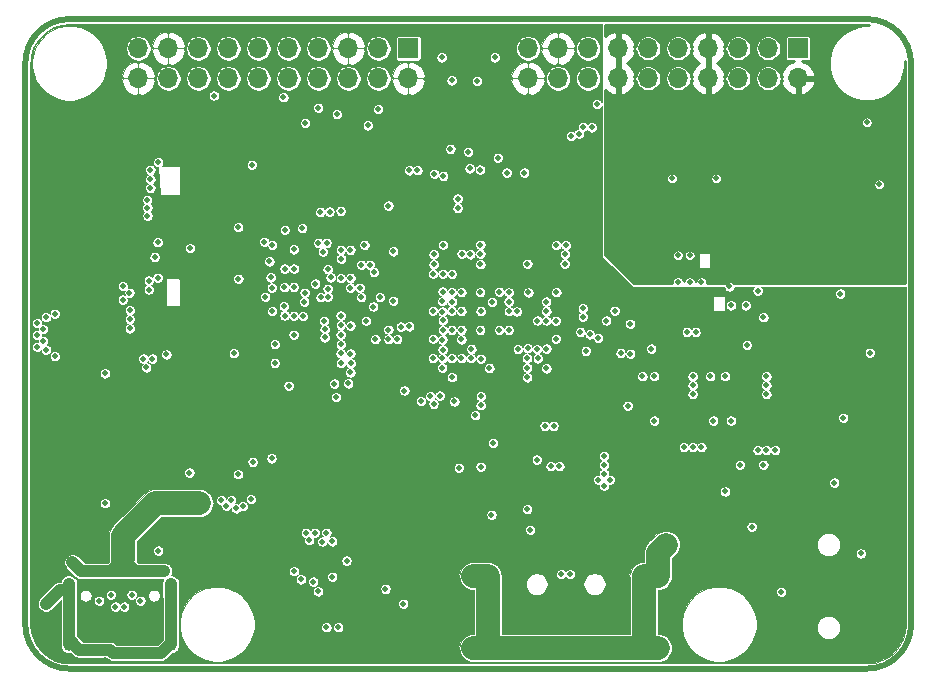
<source format=gbr>
%TF.GenerationSoftware,KiCad,Pcbnew,(5.1.10-1-10_14)*%
%TF.CreationDate,2021-07-27T15:44:47+02:00*%
%TF.ProjectId,EX-PCB-10108-001,45582d50-4342-42d3-9130-3130382d3030,A*%
%TF.SameCoordinates,Original*%
%TF.FileFunction,Copper,L2,Inr*%
%TF.FilePolarity,Positive*%
%FSLAX46Y46*%
G04 Gerber Fmt 4.6, Leading zero omitted, Abs format (unit mm)*
G04 Created by KiCad (PCBNEW (5.1.10-1-10_14)) date 2021-07-27 15:44:47*
%MOMM*%
%LPD*%
G01*
G04 APERTURE LIST*
%TA.AperFunction,Profile*%
%ADD10C,0.500000*%
%TD*%
%TA.AperFunction,ComponentPad*%
%ADD11O,1.000000X2.000000*%
%TD*%
%TA.AperFunction,ComponentPad*%
%ADD12O,1.050000X2.100000*%
%TD*%
%TA.AperFunction,ComponentPad*%
%ADD13C,0.500000*%
%TD*%
%TA.AperFunction,ComponentPad*%
%ADD14R,1.700000X1.700000*%
%TD*%
%TA.AperFunction,ComponentPad*%
%ADD15O,1.700000X1.700000*%
%TD*%
%TA.AperFunction,ComponentPad*%
%ADD16C,1.000000*%
%TD*%
%TA.AperFunction,ViaPad*%
%ADD17C,0.500000*%
%TD*%
%TA.AperFunction,Conductor*%
%ADD18C,2.000000*%
%TD*%
%TA.AperFunction,Conductor*%
%ADD19C,1.000000*%
%TD*%
%TA.AperFunction,Conductor*%
%ADD20C,0.125000*%
%TD*%
%TA.AperFunction,Conductor*%
%ADD21C,0.100000*%
%TD*%
%TA.AperFunction,Conductor*%
%ADD22C,0.254000*%
%TD*%
G04 APERTURE END LIST*
D10*
X117700000Y-81500000D02*
G75*
G02*
X121450000Y-85250000I0J-3750000D01*
G01*
X46450000Y-85250000D02*
G75*
G02*
X50200000Y-81500000I3750000J0D01*
G01*
X50200000Y-136500000D02*
G75*
G02*
X46450000Y-132750000I0J3750000D01*
G01*
X121450000Y-132750000D02*
G75*
G02*
X117700000Y-136500000I-3750000J0D01*
G01*
X46450000Y-85250000D02*
X46450000Y-132750000D01*
X117700000Y-136500000D02*
X50200000Y-136500000D01*
X117700000Y-81500000D02*
X50200000Y-81500000D01*
X121450000Y-85250000D02*
X121450000Y-132750000D01*
D11*
X50130000Y-134000000D03*
X58770000Y-134000000D03*
D12*
X50130000Y-129820000D03*
X58770000Y-129820000D03*
D13*
X101700000Y-105750000D03*
X101700000Y-104750000D03*
X101700000Y-103750000D03*
X102700000Y-105750000D03*
X102700000Y-104750000D03*
X102700000Y-103750000D03*
X103700000Y-105750000D03*
X103700000Y-104750000D03*
X103700000Y-103750000D03*
D14*
X111880000Y-83980000D03*
D15*
X111880000Y-86520000D03*
X109340000Y-83980000D03*
X109340000Y-86520000D03*
X106800000Y-83980000D03*
X106800000Y-86520000D03*
X104260000Y-83980000D03*
X104260000Y-86520000D03*
X101720000Y-83980000D03*
X101720000Y-86520000D03*
X99180000Y-83980000D03*
X99180000Y-86520000D03*
X96640000Y-83980000D03*
X96640000Y-86520000D03*
X94100000Y-83980000D03*
X94100000Y-86520000D03*
X91560000Y-83980000D03*
X91560000Y-86520000D03*
X89020000Y-83980000D03*
X89020000Y-86520000D03*
D14*
X78880000Y-83980000D03*
D15*
X78880000Y-86520000D03*
X76340000Y-83980000D03*
X76340000Y-86520000D03*
X73800000Y-83980000D03*
X73800000Y-86520000D03*
X71260000Y-83980000D03*
X71260000Y-86520000D03*
X68720000Y-83980000D03*
X68720000Y-86520000D03*
X66180000Y-83980000D03*
X66180000Y-86520000D03*
X63640000Y-83980000D03*
X63640000Y-86520000D03*
X61100000Y-83980000D03*
X61100000Y-86520000D03*
X58560000Y-83980000D03*
X58560000Y-86520000D03*
X56020000Y-83980000D03*
X56020000Y-86520000D03*
D16*
X98800000Y-128650000D03*
X100000000Y-128650000D03*
X100000000Y-134750000D03*
X98800000Y-134750000D03*
X84400000Y-134750000D03*
X85600000Y-134750000D03*
X84400000Y-128650000D03*
X85600000Y-128650000D03*
D17*
X84950000Y-109450000D03*
X86550000Y-109450000D03*
X87350000Y-108650000D03*
X86650000Y-108650000D03*
X84834988Y-110956490D03*
X85775000Y-106225000D03*
X84175000Y-107825000D03*
X84175000Y-106225000D03*
X83349998Y-109425000D03*
X80985632Y-109392490D03*
X81000000Y-107762467D03*
X82600000Y-111000000D03*
X67325000Y-101425000D03*
X67350000Y-107040012D03*
X67575000Y-111425000D03*
X67475002Y-102750000D03*
X67325000Y-99800000D03*
X68375000Y-105025000D03*
X68407510Y-109073618D03*
X67350000Y-107855024D03*
X71525000Y-101825000D03*
X69200000Y-107425000D03*
X69175000Y-110650000D03*
X64650000Y-101950000D03*
X80942495Y-104647889D03*
X74150000Y-97750000D03*
X74950000Y-101192490D03*
X75388154Y-103211846D03*
X75300000Y-107950000D03*
X73963466Y-109025000D03*
X72007510Y-111300000D03*
X73999118Y-106616832D03*
X73144696Y-105807655D03*
X90360541Y-113752839D03*
X84951243Y-103001243D03*
X84149996Y-104649996D03*
X84950002Y-103800000D03*
X80923436Y-111027100D03*
X79291743Y-112784562D03*
X65175000Y-112775000D03*
X67050000Y-109750000D03*
X84450000Y-116700000D03*
X90575000Y-111850000D03*
X80964484Y-100587490D03*
X88197515Y-103062509D03*
X86536439Y-103062510D03*
X89039948Y-107029994D03*
X59400000Y-110150000D03*
X60400000Y-102650000D03*
X89030551Y-106221806D03*
X72800000Y-117849990D03*
X93480658Y-111124538D03*
X92937457Y-112497399D03*
X95554994Y-116187510D03*
X95080000Y-114380000D03*
X79199673Y-117621969D03*
X91312510Y-114750000D03*
X65075000Y-110950012D03*
X64860000Y-107210000D03*
X65200000Y-103875000D03*
X90575000Y-101425000D03*
X84145442Y-100606948D03*
X91400978Y-103798391D03*
X93533311Y-117247490D03*
X88800000Y-116700000D03*
X87450000Y-116500000D03*
X65442630Y-109830918D03*
X75892150Y-110582150D03*
X53375000Y-102525000D03*
X53950000Y-101500000D03*
X57500021Y-106000012D03*
X90584263Y-108574989D03*
X112700000Y-112750000D03*
X86520052Y-101429995D03*
X96200000Y-104750000D03*
X96200000Y-105500000D03*
X99450000Y-108500000D03*
X117450000Y-114250000D03*
X120450000Y-109750000D03*
X107700000Y-115500000D03*
X106950000Y-113500000D03*
X103700000Y-114000000D03*
X101200000Y-115250000D03*
X100200000Y-113500000D03*
X100950000Y-111600000D03*
X61950000Y-126500000D03*
X59950000Y-126500000D03*
X52700000Y-134000000D03*
X56200000Y-134000000D03*
X48200000Y-133500000D03*
X60050000Y-92900000D03*
X55950000Y-93000000D03*
X54700000Y-93000000D03*
X53450000Y-97250000D03*
X53450000Y-98500000D03*
X47450000Y-125500000D03*
X48200000Y-125500000D03*
X48950000Y-125500000D03*
X48700000Y-113500000D03*
X50700000Y-109250000D03*
X50700000Y-107250000D03*
X59690000Y-115530000D03*
X59700000Y-114500000D03*
X59700000Y-113500000D03*
X59700000Y-112500000D03*
X59700000Y-111500000D03*
X58450000Y-111000000D03*
X49550010Y-102462363D03*
X96200000Y-109750000D03*
X71950000Y-134750000D03*
X69450000Y-133750000D03*
X74450000Y-134500000D03*
X92450000Y-124250000D03*
X92700000Y-119500000D03*
X93950000Y-119500000D03*
X82700000Y-126500000D03*
X84200000Y-125000000D03*
X102200000Y-121000000D03*
X99200000Y-121000000D03*
X107950000Y-129000000D03*
X81650000Y-98500000D03*
X64750000Y-115400000D03*
X52050000Y-100500000D03*
X52150000Y-98500000D03*
X52250000Y-101900000D03*
X48850000Y-115300000D03*
X48550000Y-116800000D03*
X52250000Y-115300000D03*
X52350000Y-117600000D03*
X75450000Y-88900000D03*
X85350000Y-95600000D03*
X95550000Y-111500000D03*
X68950000Y-89250000D03*
X105950000Y-108500000D03*
X70200000Y-130000000D03*
X69450000Y-132500000D03*
X62025000Y-92000000D03*
X57875000Y-87925000D03*
X56225000Y-101450000D03*
X89780000Y-99830000D03*
X73250000Y-126600000D03*
X68070000Y-127250000D03*
X68790000Y-129110000D03*
X120580000Y-131640000D03*
X114860000Y-135610000D03*
X120700000Y-106250000D03*
X120700000Y-113500000D03*
X120700000Y-119750000D03*
X120700000Y-125500000D03*
X108200000Y-135750000D03*
X81950000Y-135750000D03*
X76200000Y-135750000D03*
X67950000Y-135750000D03*
X60200000Y-135750000D03*
X53200000Y-135750000D03*
X47450000Y-123250000D03*
X47450000Y-116500000D03*
X47450000Y-93500000D03*
X47450000Y-88750000D03*
X53700000Y-82250000D03*
X90200000Y-82250000D03*
X89450000Y-92000000D03*
X90950000Y-95500000D03*
X73950000Y-123250000D03*
X79700000Y-123500000D03*
X77950000Y-128750000D03*
X64200000Y-128500000D03*
X95200000Y-131750000D03*
X104450000Y-127000000D03*
X103200000Y-122750000D03*
X106200000Y-117250000D03*
X99700000Y-117250000D03*
X64100000Y-105250000D03*
X60400000Y-109800000D03*
X57140000Y-108110000D03*
X92181999Y-99787490D03*
X95700000Y-128000000D03*
X96950000Y-126500000D03*
X96950000Y-125500000D03*
X96950000Y-127250000D03*
X95950000Y-128750000D03*
X87750000Y-98800000D03*
X90950000Y-97800000D03*
X60930000Y-97940000D03*
X60910000Y-98890000D03*
X64200000Y-108990000D03*
X60900000Y-107420000D03*
X60900000Y-108370000D03*
X52700000Y-124000000D03*
X113950000Y-109250000D03*
X113950000Y-106000000D03*
X119200000Y-116750000D03*
X95700000Y-122500000D03*
X81950000Y-123500000D03*
X80700000Y-122500000D03*
X110950000Y-119250000D03*
X113700000Y-123500000D03*
X110950000Y-127500000D03*
X112700000Y-129000000D03*
X109950000Y-110500000D03*
X112200000Y-109500000D03*
X109700000Y-108250000D03*
X110200000Y-105750000D03*
X108950000Y-105500000D03*
X111200000Y-105500000D03*
X111700000Y-104500000D03*
X55950000Y-91000000D03*
X51700000Y-95750000D03*
X113450000Y-120750000D03*
X83200000Y-88250000D03*
X85825000Y-99875000D03*
X110375000Y-122575000D03*
X88944989Y-111839545D03*
X54708540Y-104109173D03*
X54700000Y-105250000D03*
X55275000Y-104675000D03*
X105700000Y-111750000D03*
X104450000Y-111750000D03*
X99700000Y-111750000D03*
X98700000Y-111750000D03*
X48945000Y-110045000D03*
X48945000Y-106455000D03*
X48200000Y-106750000D03*
X47950000Y-107750000D03*
X47950000Y-108750000D03*
X48200000Y-109500000D03*
X47450000Y-109250000D03*
X47450000Y-108250000D03*
X47450000Y-107250000D03*
X56450000Y-110250000D03*
X57200000Y-110250000D03*
X56700000Y-111000000D03*
X95450000Y-121000000D03*
X65699990Y-118999990D03*
X95450000Y-120000000D03*
X95950000Y-120500000D03*
X94950000Y-120500000D03*
X95450000Y-119250000D03*
X95450000Y-118500000D03*
X86050000Y-117400000D03*
X57650000Y-100400000D03*
X58400000Y-109900000D03*
X67350000Y-106232510D03*
X67125000Y-102025000D03*
X67567490Y-109025000D03*
X73975000Y-111425000D03*
X67350000Y-100625000D03*
X67575000Y-110625000D03*
X87375000Y-105425000D03*
X75162181Y-100631247D03*
X68742490Y-112550000D03*
X64477521Y-99125000D03*
X83375000Y-104625000D03*
X83375000Y-106225000D03*
X83375000Y-107825000D03*
X73975000Y-109825000D03*
X69950000Y-106650000D03*
X68393161Y-104206839D03*
X73175000Y-103450008D03*
X73981440Y-107451061D03*
X74902057Y-102307510D03*
X73146362Y-106606044D03*
X71000000Y-103900000D03*
X85970001Y-105460000D03*
X87394140Y-106244140D03*
X56900000Y-104400000D03*
X56900000Y-103650000D03*
X57650000Y-103400000D03*
X57400000Y-101650000D03*
X57700000Y-93625000D03*
X89055010Y-104650000D03*
X84991068Y-102267079D03*
X89800000Y-107025000D03*
X82563901Y-103087522D03*
X88962490Y-102225000D03*
X57050000Y-95050000D03*
X57050000Y-95800000D03*
X57050000Y-94275000D03*
X81822394Y-100614389D03*
X88977101Y-109373438D03*
X88700000Y-94500000D03*
X87200000Y-94500000D03*
X86450000Y-93250000D03*
X117950000Y-109750000D03*
X115700000Y-115250000D03*
X104700000Y-115500000D03*
X109949994Y-118000000D03*
X109200000Y-118000000D03*
X108450000Y-118000000D03*
X103699994Y-117750000D03*
X102200000Y-117750000D03*
X102950000Y-117750000D03*
X97450000Y-114250000D03*
X78450000Y-131000000D03*
X76950000Y-129750000D03*
X105700000Y-121500000D03*
X81700000Y-84750000D03*
X86200000Y-84750000D03*
X81846408Y-94791082D03*
X64102510Y-109800000D03*
X84975000Y-107825000D03*
X87375000Y-107825000D03*
X86575000Y-107825000D03*
X85000000Y-106225000D03*
X84975000Y-104625000D03*
X88049990Y-106260057D03*
X88150000Y-109450000D03*
X89839950Y-110229992D03*
X86600000Y-104600000D03*
X87400000Y-104650000D03*
X66675000Y-100350000D03*
X68400000Y-102625000D03*
X81775000Y-110225000D03*
X75300000Y-107050000D03*
X81780000Y-109489961D03*
X70075000Y-105425000D03*
X70100000Y-104675000D03*
X66765728Y-105012811D03*
X67225000Y-103375000D03*
X68350004Y-105825000D03*
X71263617Y-100460044D03*
X67329800Y-104233033D03*
X69175007Y-104187779D03*
X72070394Y-104996702D03*
X80975000Y-108577479D03*
X81782510Y-104576801D03*
X71430092Y-97842490D03*
X64499994Y-103500000D03*
X85027479Y-113446250D03*
X69175000Y-108225000D03*
X68400000Y-106600000D03*
X85000008Y-114200000D03*
X69175000Y-106625000D03*
X84550000Y-115050000D03*
X84175000Y-110224998D03*
X71800000Y-107750000D03*
X82780741Y-113880741D03*
X71749994Y-107050000D03*
X83375000Y-110225000D03*
X71800006Y-108450000D03*
X82575000Y-111825000D03*
X73157855Y-107421056D03*
X78549998Y-112950000D03*
X82550014Y-110225000D03*
X83375000Y-108625004D03*
X72051422Y-104350010D03*
X82553407Y-107830176D03*
X71955654Y-100460045D03*
X69200002Y-102625000D03*
X81800000Y-107000000D03*
X74757692Y-104247843D03*
X82572369Y-104629075D03*
X81557005Y-113377003D03*
X73145314Y-108236067D03*
X81016261Y-114091261D03*
X73159989Y-109043151D03*
X81750000Y-111025000D03*
X73799992Y-112350000D03*
X81775000Y-108655023D03*
X71450381Y-105057737D03*
X81802576Y-107840012D03*
X71640949Y-101203887D03*
X69193161Y-101006839D03*
X81775000Y-106272522D03*
X68425000Y-99350000D03*
X77200002Y-97300000D03*
X82539117Y-106189117D03*
X82575000Y-105425000D03*
X72210613Y-97800000D03*
X80741993Y-113425000D03*
X73166576Y-110640113D03*
X73150000Y-109800000D03*
X79950000Y-113850000D03*
X73995017Y-110641784D03*
X80950000Y-110212089D03*
X80964085Y-106207456D03*
X69900000Y-99200000D03*
X81749936Y-105392444D03*
X73150000Y-97750000D03*
X73974999Y-104262214D03*
X76100000Y-108600000D03*
X75953074Y-102922997D03*
X77950003Y-108599997D03*
X73162247Y-101037013D03*
X78250170Y-107535014D03*
X72050000Y-102675000D03*
X75908195Y-105838089D03*
X72758081Y-113509979D03*
X72610160Y-112363696D03*
X74900002Y-105050000D03*
X77202448Y-108615011D03*
X73975000Y-103425000D03*
X77200000Y-107800000D03*
X73975000Y-101050000D03*
X78950000Y-107519729D03*
X76457510Y-105050000D03*
X73188619Y-101792490D03*
X72304846Y-103374990D03*
X75600000Y-102307510D03*
X77600000Y-105350000D03*
X77600000Y-101175000D03*
X85008768Y-110258768D03*
X85750000Y-111050000D03*
X83150000Y-119500000D03*
X60350000Y-119900000D03*
X64464924Y-120045084D03*
X67300000Y-118700000D03*
X88925000Y-110225002D03*
X85000000Y-119400000D03*
X89750000Y-118800000D03*
X84218902Y-109439227D03*
X90575000Y-111075010D03*
X60400000Y-100900000D03*
X61200000Y-122500000D03*
X57700000Y-128250000D03*
X50950000Y-128000000D03*
X50450000Y-127500000D03*
X58450000Y-128250000D03*
X61200000Y-121750000D03*
X61200000Y-123250000D03*
X61950000Y-122500000D03*
X60450000Y-122500000D03*
X53200000Y-111500000D03*
X53200000Y-122500000D03*
X100700000Y-126000000D03*
X99950000Y-126000000D03*
X101450000Y-126000000D03*
X100700000Y-126750000D03*
X72950000Y-133000000D03*
X71950000Y-133000000D03*
X84700000Y-86750000D03*
X82550000Y-86699996D03*
X84987086Y-101379535D03*
X81025000Y-102275000D03*
X79650000Y-94300000D03*
X54075000Y-131250000D03*
X55450000Y-130250000D03*
X53700000Y-130250000D03*
X54825000Y-131250000D03*
X56775000Y-96825000D03*
X56800000Y-98150000D03*
X56797353Y-97480375D03*
X55300010Y-106145709D03*
X55300010Y-106900000D03*
X55300010Y-107689050D03*
X89200000Y-124750000D03*
X88950000Y-123000000D03*
X85925000Y-123475000D03*
X102450000Y-108000000D03*
X103200000Y-108000000D03*
X106075022Y-104144006D03*
X109200000Y-112500000D03*
X109200000Y-111750000D03*
X109200000Y-113250000D03*
X71612282Y-125736280D03*
X63469029Y-122693891D03*
X102700000Y-101500000D03*
X102950000Y-112500000D03*
X102950000Y-111750000D03*
X102949986Y-113250000D03*
X88944989Y-111026219D03*
X117700000Y-90250000D03*
X118750000Y-95500000D03*
X110200000Y-102750000D03*
X111450000Y-103500000D03*
X108950000Y-103500000D03*
X108950000Y-102750000D03*
X111450000Y-102750000D03*
X97450000Y-94500000D03*
X97700000Y-96250000D03*
X102200000Y-95000000D03*
X104700000Y-94000000D03*
X110700000Y-94000000D03*
X100950000Y-99250000D03*
X102200000Y-100750000D03*
X114950000Y-95500000D03*
X114950000Y-90700000D03*
X120700000Y-87750000D03*
X120700000Y-92250000D03*
X120700000Y-97250000D03*
X120700000Y-102000000D03*
X97700000Y-82250000D03*
X104950000Y-82250000D03*
X113450000Y-82250000D03*
X97450000Y-90200000D03*
X99150000Y-102900000D03*
X105150000Y-102200000D03*
X105950000Y-99500000D03*
X111450000Y-95750000D03*
X117450000Y-102500000D03*
X114200000Y-88500000D03*
X101700000Y-101500000D03*
X101200000Y-95000000D03*
X57700000Y-126500000D03*
X107950000Y-124500000D03*
X48200000Y-131000000D03*
X110450000Y-130000000D03*
X117200000Y-126750000D03*
X104950000Y-95000000D03*
X80975000Y-103075000D03*
X81070052Y-94598104D03*
X91375000Y-108575000D03*
X94250000Y-108200000D03*
X94850000Y-88700000D03*
X76325000Y-89125000D03*
X93337490Y-91200000D03*
X72825000Y-89550000D03*
X92650000Y-91400000D03*
X95641674Y-107025052D03*
X96849954Y-109777035D03*
X97674966Y-109837490D03*
X93650000Y-106700000D03*
X106950000Y-119250000D03*
X90575000Y-106225000D03*
X108950000Y-119250000D03*
X99450000Y-109400000D03*
X91675000Y-119349990D03*
X90925000Y-119349990D03*
X90425000Y-115950000D03*
X91175000Y-115950000D03*
X93900000Y-109600000D03*
X106200000Y-105750000D03*
X107450000Y-105750000D03*
X93450000Y-108000000D03*
X114950000Y-120750000D03*
X92120050Y-102229996D03*
X52700000Y-130750000D03*
X56200000Y-130750000D03*
X70820099Y-129128386D03*
X71240000Y-129959998D03*
X72442185Y-128715876D03*
X73650000Y-127350000D03*
X69200000Y-128250000D03*
X69791639Y-128941636D03*
X84120050Y-101429994D03*
X82450000Y-92500000D03*
X71950000Y-125000000D03*
X63881539Y-122250000D03*
X84066369Y-94144506D03*
X72437294Y-125722191D03*
X83050000Y-97500000D03*
X65550000Y-122150000D03*
X84990002Y-100610000D03*
X84950000Y-94250000D03*
X83950000Y-92750000D03*
X63037490Y-122250000D03*
X70950000Y-125000000D03*
X64294049Y-122933753D03*
X70483312Y-125633310D03*
X83387501Y-101378686D03*
X70200000Y-125000000D03*
X64864566Y-122747944D03*
X83050000Y-96700000D03*
X90550000Y-105425000D03*
X96350006Y-106200000D03*
X91350000Y-107050000D03*
X97658311Y-107291689D03*
X90550000Y-107025000D03*
X93675000Y-90625000D03*
X71259996Y-89015004D03*
X93650000Y-106000000D03*
X94425000Y-90675000D03*
X62425000Y-87975000D03*
X68307490Y-88120811D03*
X81025000Y-101425000D03*
X78950000Y-94312510D03*
X70150000Y-90300000D03*
X75450000Y-90500000D03*
X81808767Y-103058767D03*
X65625000Y-93850000D03*
X91425000Y-104625000D03*
X90575000Y-109400000D03*
X108450000Y-104500000D03*
X89775000Y-109450000D03*
X108950000Y-106750000D03*
X94950000Y-108500000D03*
X107550000Y-109100000D03*
X91825000Y-128500000D03*
X92575000Y-128500000D03*
X106200000Y-115500000D03*
X92200000Y-100650000D03*
X99700000Y-115500000D03*
X91400000Y-100650000D03*
X92151248Y-101401248D03*
X115450000Y-104750000D03*
D18*
X61200000Y-122500000D02*
X57450000Y-122500000D01*
X57450000Y-122500000D02*
X54700000Y-125250000D01*
X54700000Y-125250000D02*
X54700000Y-127250000D01*
D19*
X54700000Y-127250000D02*
X54700000Y-127750000D01*
X54700000Y-127750000D02*
X55200000Y-128250000D01*
X51200000Y-128250000D02*
X50450000Y-127500000D01*
X53450000Y-128250000D02*
X53700000Y-128250000D01*
X55200000Y-128250000D02*
X53450000Y-128250000D01*
X53700000Y-128250000D02*
X54700000Y-127250000D01*
X53450000Y-128250000D02*
X51200000Y-128250000D01*
X54700000Y-127250000D02*
X55700000Y-128250000D01*
X55700000Y-128250000D02*
X58223996Y-128250000D01*
X55200000Y-128250000D02*
X55700000Y-128250000D01*
D18*
X98800000Y-134750000D02*
X98800000Y-128650000D01*
X85600000Y-134750000D02*
X98800000Y-134750000D01*
X85600000Y-134750000D02*
X85600000Y-128650000D01*
X84400000Y-128650000D02*
X85600000Y-128650000D01*
X84400000Y-134750000D02*
X85600000Y-134750000D01*
X100000000Y-134750000D02*
X98800000Y-134750000D01*
X100000000Y-128650000D02*
X98800000Y-128650000D01*
X100000000Y-126700000D02*
X100700000Y-126000000D01*
X100000000Y-128650000D02*
X100000000Y-126700000D01*
D19*
X58770000Y-129820000D02*
X58770000Y-134000000D01*
X58770000Y-134000000D02*
X58770000Y-134330000D01*
X58770000Y-134330000D02*
X57950000Y-135150000D01*
X51029999Y-134899999D02*
X50130000Y-134000000D01*
X53608001Y-134899999D02*
X51029999Y-134899999D01*
X53858002Y-135150000D02*
X53608001Y-134899999D01*
X57950000Y-135150000D02*
X53858002Y-135150000D01*
X50130000Y-134000000D02*
X50130000Y-129820000D01*
X49380000Y-129820000D02*
X48200000Y-131000000D01*
X50130000Y-129820000D02*
X49380000Y-129820000D01*
D20*
X95262500Y-88552620D02*
X95237708Y-88492766D01*
X95189829Y-88421110D01*
X95128890Y-88360171D01*
X95057234Y-88312292D01*
X94977614Y-88279313D01*
X94893090Y-88262500D01*
X94806910Y-88262500D01*
X94722386Y-88279313D01*
X94642766Y-88312292D01*
X94571110Y-88360171D01*
X94510171Y-88421110D01*
X94462292Y-88492766D01*
X94429313Y-88572386D01*
X94412500Y-88656910D01*
X94412500Y-88743090D01*
X94429313Y-88827614D01*
X94462292Y-88907234D01*
X94510171Y-88978890D01*
X94571110Y-89039829D01*
X94642766Y-89087708D01*
X94722386Y-89120687D01*
X94806910Y-89137500D01*
X94893090Y-89137500D01*
X94977614Y-89120687D01*
X95057234Y-89087708D01*
X95128890Y-89039829D01*
X95189829Y-88978890D01*
X95237708Y-88907234D01*
X95262500Y-88847380D01*
X95262500Y-101500000D01*
X95266103Y-101536579D01*
X95276773Y-101571753D01*
X95294099Y-101604169D01*
X95317417Y-101632583D01*
X97817417Y-104132583D01*
X97845831Y-104155901D01*
X97878247Y-104173227D01*
X97913421Y-104183897D01*
X97950000Y-104187500D01*
X105637602Y-104187500D01*
X105654335Y-104271620D01*
X105687314Y-104351240D01*
X105735193Y-104422896D01*
X105796132Y-104483835D01*
X105867788Y-104531714D01*
X105947408Y-104564693D01*
X106031932Y-104581506D01*
X106118112Y-104581506D01*
X106202636Y-104564693D01*
X106282256Y-104531714D01*
X106353912Y-104483835D01*
X106414851Y-104422896D01*
X106462730Y-104351240D01*
X106495709Y-104271620D01*
X106512442Y-104187500D01*
X108143781Y-104187500D01*
X108110171Y-104221110D01*
X108062292Y-104292766D01*
X108029313Y-104372386D01*
X108012500Y-104456910D01*
X108012500Y-104543090D01*
X108029313Y-104627614D01*
X108062292Y-104707234D01*
X108110171Y-104778890D01*
X108171110Y-104839829D01*
X108242766Y-104887708D01*
X108322386Y-104920687D01*
X108406910Y-104937500D01*
X108493090Y-104937500D01*
X108577614Y-104920687D01*
X108657234Y-104887708D01*
X108728890Y-104839829D01*
X108789829Y-104778890D01*
X108837708Y-104707234D01*
X108837842Y-104706910D01*
X115012500Y-104706910D01*
X115012500Y-104793090D01*
X115029313Y-104877614D01*
X115062292Y-104957234D01*
X115110171Y-105028890D01*
X115171110Y-105089829D01*
X115242766Y-105137708D01*
X115322386Y-105170687D01*
X115406910Y-105187500D01*
X115493090Y-105187500D01*
X115577614Y-105170687D01*
X115657234Y-105137708D01*
X115728890Y-105089829D01*
X115789829Y-105028890D01*
X115837708Y-104957234D01*
X115870687Y-104877614D01*
X115887500Y-104793090D01*
X115887500Y-104706910D01*
X115870687Y-104622386D01*
X115837708Y-104542766D01*
X115789829Y-104471110D01*
X115728890Y-104410171D01*
X115657234Y-104362292D01*
X115577614Y-104329313D01*
X115493090Y-104312500D01*
X115406910Y-104312500D01*
X115322386Y-104329313D01*
X115242766Y-104362292D01*
X115171110Y-104410171D01*
X115110171Y-104471110D01*
X115062292Y-104542766D01*
X115029313Y-104622386D01*
X115012500Y-104706910D01*
X108837842Y-104706910D01*
X108870687Y-104627614D01*
X108887500Y-104543090D01*
X108887500Y-104456910D01*
X108870687Y-104372386D01*
X108837708Y-104292766D01*
X108789829Y-104221110D01*
X108756219Y-104187500D01*
X121012500Y-104187500D01*
X121012501Y-132728593D01*
X120947356Y-133392994D01*
X120760621Y-134011492D01*
X120457303Y-134581950D01*
X120048963Y-135082624D01*
X119551153Y-135494448D01*
X118982832Y-135801738D01*
X118365649Y-135992788D01*
X117702492Y-136062489D01*
X117699342Y-136062500D01*
X50221397Y-136062500D01*
X49557006Y-135997356D01*
X48938508Y-135810621D01*
X48368050Y-135507303D01*
X47867376Y-135098963D01*
X47455552Y-134601153D01*
X47148262Y-134032832D01*
X46957212Y-133415649D01*
X46887511Y-132752492D01*
X46887500Y-132749342D01*
X46887500Y-131000000D01*
X47509174Y-131000000D01*
X47522449Y-131134773D01*
X47561760Y-131264367D01*
X47625600Y-131383802D01*
X47711513Y-131488487D01*
X47816198Y-131574400D01*
X47935633Y-131638240D01*
X48065227Y-131677551D01*
X48200000Y-131690826D01*
X48334773Y-131677551D01*
X48464367Y-131638240D01*
X48583802Y-131574400D01*
X48662257Y-131510014D01*
X49442501Y-130729771D01*
X49442500Y-133966231D01*
X49439174Y-134000000D01*
X49442500Y-134033767D01*
X49442500Y-134033768D01*
X49442501Y-134033773D01*
X49442501Y-134533769D01*
X49452449Y-134634773D01*
X49491761Y-134764368D01*
X49555600Y-134883802D01*
X49641513Y-134988488D01*
X49746199Y-135074401D01*
X49865633Y-135138240D01*
X49995228Y-135177552D01*
X50130000Y-135190826D01*
X50264773Y-135177552D01*
X50318870Y-135161142D01*
X50519983Y-135362255D01*
X50541511Y-135388487D01*
X50646197Y-135474400D01*
X50765631Y-135538239D01*
X50895226Y-135577551D01*
X50996230Y-135587499D01*
X50996232Y-135587499D01*
X51029999Y-135590825D01*
X51063766Y-135587499D01*
X53323230Y-135587499D01*
X53347982Y-135612251D01*
X53369514Y-135638488D01*
X53474200Y-135724401D01*
X53593634Y-135788240D01*
X53723229Y-135827552D01*
X53824233Y-135837500D01*
X53824235Y-135837500D01*
X53858002Y-135840826D01*
X53891769Y-135837500D01*
X57916233Y-135837500D01*
X57950000Y-135840826D01*
X57983767Y-135837500D01*
X57983769Y-135837500D01*
X58084773Y-135827552D01*
X58214368Y-135788240D01*
X58333802Y-135724401D01*
X58438488Y-135638488D01*
X58460020Y-135612251D01*
X58893621Y-135178650D01*
X58904773Y-135177552D01*
X59034368Y-135138240D01*
X59153802Y-135074401D01*
X59258488Y-134988488D01*
X59344401Y-134883802D01*
X59408240Y-134764368D01*
X59447552Y-134634773D01*
X59457500Y-134533769D01*
X59457500Y-134363768D01*
X59460826Y-134330001D01*
X59457500Y-134296234D01*
X59457500Y-132438521D01*
X59537500Y-132438521D01*
X59537500Y-133061479D01*
X59659033Y-133672467D01*
X59897429Y-134248005D01*
X60243526Y-134765976D01*
X60684024Y-135206474D01*
X61201995Y-135552571D01*
X61777533Y-135790967D01*
X62388521Y-135912500D01*
X63011479Y-135912500D01*
X63622467Y-135790967D01*
X64198005Y-135552571D01*
X64715976Y-135206474D01*
X65156474Y-134765976D01*
X65502571Y-134248005D01*
X65740967Y-133672467D01*
X65862500Y-133061479D01*
X65862500Y-132956910D01*
X71512500Y-132956910D01*
X71512500Y-133043090D01*
X71529313Y-133127614D01*
X71562292Y-133207234D01*
X71610171Y-133278890D01*
X71671110Y-133339829D01*
X71742766Y-133387708D01*
X71822386Y-133420687D01*
X71906910Y-133437500D01*
X71993090Y-133437500D01*
X72077614Y-133420687D01*
X72157234Y-133387708D01*
X72228890Y-133339829D01*
X72289829Y-133278890D01*
X72337708Y-133207234D01*
X72370687Y-133127614D01*
X72387500Y-133043090D01*
X72387500Y-132956910D01*
X72512500Y-132956910D01*
X72512500Y-133043090D01*
X72529313Y-133127614D01*
X72562292Y-133207234D01*
X72610171Y-133278890D01*
X72671110Y-133339829D01*
X72742766Y-133387708D01*
X72822386Y-133420687D01*
X72906910Y-133437500D01*
X72993090Y-133437500D01*
X73077614Y-133420687D01*
X73157234Y-133387708D01*
X73228890Y-133339829D01*
X73289829Y-133278890D01*
X73337708Y-133207234D01*
X73370687Y-133127614D01*
X73387500Y-133043090D01*
X73387500Y-132956910D01*
X73370687Y-132872386D01*
X73337708Y-132792766D01*
X73289829Y-132721110D01*
X73228890Y-132660171D01*
X73157234Y-132612292D01*
X73077614Y-132579313D01*
X72993090Y-132562500D01*
X72906910Y-132562500D01*
X72822386Y-132579313D01*
X72742766Y-132612292D01*
X72671110Y-132660171D01*
X72610171Y-132721110D01*
X72562292Y-132792766D01*
X72529313Y-132872386D01*
X72512500Y-132956910D01*
X72387500Y-132956910D01*
X72370687Y-132872386D01*
X72337708Y-132792766D01*
X72289829Y-132721110D01*
X72228890Y-132660171D01*
X72157234Y-132612292D01*
X72077614Y-132579313D01*
X71993090Y-132562500D01*
X71906910Y-132562500D01*
X71822386Y-132579313D01*
X71742766Y-132612292D01*
X71671110Y-132660171D01*
X71610171Y-132721110D01*
X71562292Y-132792766D01*
X71529313Y-132872386D01*
X71512500Y-132956910D01*
X65862500Y-132956910D01*
X65862500Y-132438521D01*
X65740967Y-131827533D01*
X65502571Y-131251995D01*
X65305402Y-130956910D01*
X78012500Y-130956910D01*
X78012500Y-131043090D01*
X78029313Y-131127614D01*
X78062292Y-131207234D01*
X78110171Y-131278890D01*
X78171110Y-131339829D01*
X78242766Y-131387708D01*
X78322386Y-131420687D01*
X78406910Y-131437500D01*
X78493090Y-131437500D01*
X78577614Y-131420687D01*
X78657234Y-131387708D01*
X78728890Y-131339829D01*
X78789829Y-131278890D01*
X78837708Y-131207234D01*
X78870687Y-131127614D01*
X78887500Y-131043090D01*
X78887500Y-130956910D01*
X78870687Y-130872386D01*
X78837708Y-130792766D01*
X78789829Y-130721110D01*
X78728890Y-130660171D01*
X78657234Y-130612292D01*
X78577614Y-130579313D01*
X78493090Y-130562500D01*
X78406910Y-130562500D01*
X78322386Y-130579313D01*
X78242766Y-130612292D01*
X78171110Y-130660171D01*
X78110171Y-130721110D01*
X78062292Y-130792766D01*
X78029313Y-130872386D01*
X78012500Y-130956910D01*
X65305402Y-130956910D01*
X65156474Y-130734024D01*
X64715976Y-130293526D01*
X64198005Y-129947429D01*
X64124321Y-129916908D01*
X70802500Y-129916908D01*
X70802500Y-130003088D01*
X70819313Y-130087612D01*
X70852292Y-130167232D01*
X70900171Y-130238888D01*
X70961110Y-130299827D01*
X71032766Y-130347706D01*
X71112386Y-130380685D01*
X71196910Y-130397498D01*
X71283090Y-130397498D01*
X71367614Y-130380685D01*
X71447234Y-130347706D01*
X71518890Y-130299827D01*
X71579829Y-130238888D01*
X71627708Y-130167232D01*
X71660687Y-130087612D01*
X71677500Y-130003088D01*
X71677500Y-129916908D01*
X71660687Y-129832384D01*
X71627708Y-129752764D01*
X71597070Y-129706910D01*
X76512500Y-129706910D01*
X76512500Y-129793090D01*
X76529313Y-129877614D01*
X76562292Y-129957234D01*
X76610171Y-130028890D01*
X76671110Y-130089829D01*
X76742766Y-130137708D01*
X76822386Y-130170687D01*
X76906910Y-130187500D01*
X76993090Y-130187500D01*
X77077614Y-130170687D01*
X77157234Y-130137708D01*
X77228890Y-130089829D01*
X77289829Y-130028890D01*
X77337708Y-129957234D01*
X77370687Y-129877614D01*
X77387500Y-129793090D01*
X77387500Y-129706910D01*
X77370687Y-129622386D01*
X77337708Y-129542766D01*
X77289829Y-129471110D01*
X77228890Y-129410171D01*
X77157234Y-129362292D01*
X77077614Y-129329313D01*
X76993090Y-129312500D01*
X76906910Y-129312500D01*
X76822386Y-129329313D01*
X76742766Y-129362292D01*
X76671110Y-129410171D01*
X76610171Y-129471110D01*
X76562292Y-129542766D01*
X76529313Y-129622386D01*
X76512500Y-129706910D01*
X71597070Y-129706910D01*
X71579829Y-129681108D01*
X71518890Y-129620169D01*
X71447234Y-129572290D01*
X71367614Y-129539311D01*
X71283090Y-129522498D01*
X71196910Y-129522498D01*
X71112386Y-129539311D01*
X71032766Y-129572290D01*
X70961110Y-129620169D01*
X70900171Y-129681108D01*
X70852292Y-129752764D01*
X70819313Y-129832384D01*
X70802500Y-129916908D01*
X64124321Y-129916908D01*
X63622467Y-129709033D01*
X63011479Y-129587500D01*
X62388521Y-129587500D01*
X61777533Y-129709033D01*
X61201995Y-129947429D01*
X60684024Y-130293526D01*
X60243526Y-130734024D01*
X59897429Y-131251995D01*
X59659033Y-131827533D01*
X59537500Y-132438521D01*
X59457500Y-132438521D01*
X59457500Y-130533101D01*
X59472190Y-130484674D01*
X59482500Y-130379997D01*
X59482500Y-129260003D01*
X59472190Y-129155326D01*
X59431449Y-129021019D01*
X59365986Y-128898546D01*
X69354139Y-128898546D01*
X69354139Y-128984726D01*
X69370952Y-129069250D01*
X69403931Y-129148870D01*
X69451810Y-129220526D01*
X69512749Y-129281465D01*
X69584405Y-129329344D01*
X69664025Y-129362323D01*
X69748549Y-129379136D01*
X69834729Y-129379136D01*
X69919253Y-129362323D01*
X69998873Y-129329344D01*
X70070529Y-129281465D01*
X70131468Y-129220526D01*
X70179347Y-129148870D01*
X70205679Y-129085296D01*
X70382599Y-129085296D01*
X70382599Y-129171476D01*
X70399412Y-129256000D01*
X70432391Y-129335620D01*
X70480270Y-129407276D01*
X70541209Y-129468215D01*
X70612865Y-129516094D01*
X70692485Y-129549073D01*
X70777009Y-129565886D01*
X70863189Y-129565886D01*
X70947713Y-129549073D01*
X71027333Y-129516094D01*
X71098989Y-129468215D01*
X71159928Y-129407276D01*
X71207807Y-129335620D01*
X71240786Y-129256000D01*
X71257599Y-129171476D01*
X71257599Y-129085296D01*
X71240786Y-129000772D01*
X71207807Y-128921152D01*
X71159928Y-128849496D01*
X71098989Y-128788557D01*
X71027333Y-128740678D01*
X70947713Y-128707699D01*
X70863189Y-128690886D01*
X70777009Y-128690886D01*
X70692485Y-128707699D01*
X70612865Y-128740678D01*
X70541209Y-128788557D01*
X70480270Y-128849496D01*
X70432391Y-128921152D01*
X70399412Y-129000772D01*
X70382599Y-129085296D01*
X70205679Y-129085296D01*
X70212326Y-129069250D01*
X70229139Y-128984726D01*
X70229139Y-128898546D01*
X70212326Y-128814022D01*
X70179347Y-128734402D01*
X70138177Y-128672786D01*
X72004685Y-128672786D01*
X72004685Y-128758966D01*
X72021498Y-128843490D01*
X72054477Y-128923110D01*
X72102356Y-128994766D01*
X72163295Y-129055705D01*
X72234951Y-129103584D01*
X72314571Y-129136563D01*
X72399095Y-129153376D01*
X72485275Y-129153376D01*
X72569799Y-129136563D01*
X72649419Y-129103584D01*
X72721075Y-129055705D01*
X72782014Y-128994766D01*
X72829893Y-128923110D01*
X72862872Y-128843490D01*
X72879685Y-128758966D01*
X72879685Y-128672786D01*
X72875153Y-128650000D01*
X83206755Y-128650000D01*
X83229683Y-128882791D01*
X83297585Y-129106635D01*
X83407853Y-129312931D01*
X83556248Y-129493752D01*
X83737069Y-129642147D01*
X83943365Y-129752415D01*
X84167209Y-129820317D01*
X84341670Y-129837500D01*
X84412501Y-129837500D01*
X84412500Y-133562500D01*
X84341670Y-133562500D01*
X84167209Y-133579683D01*
X83943365Y-133647585D01*
X83737069Y-133757853D01*
X83556248Y-133906248D01*
X83407853Y-134087069D01*
X83297585Y-134293365D01*
X83229683Y-134517209D01*
X83206755Y-134750000D01*
X83229683Y-134982791D01*
X83297585Y-135206635D01*
X83407853Y-135412931D01*
X83556248Y-135593752D01*
X83737069Y-135742147D01*
X83943365Y-135852415D01*
X84167209Y-135920317D01*
X84341670Y-135937500D01*
X85541670Y-135937500D01*
X85600000Y-135943245D01*
X85658329Y-135937500D01*
X98741670Y-135937500D01*
X98800000Y-135943245D01*
X98858329Y-135937500D01*
X100058330Y-135937500D01*
X100232791Y-135920317D01*
X100456635Y-135852415D01*
X100662931Y-135742147D01*
X100843752Y-135593752D01*
X100992147Y-135412931D01*
X101102415Y-135206635D01*
X101170317Y-134982791D01*
X101193245Y-134750000D01*
X101170317Y-134517209D01*
X101102415Y-134293365D01*
X100992147Y-134087069D01*
X100843752Y-133906248D01*
X100662931Y-133757853D01*
X100456635Y-133647585D01*
X100232791Y-133579683D01*
X100058330Y-133562500D01*
X99987500Y-133562500D01*
X99987500Y-132438521D01*
X102037500Y-132438521D01*
X102037500Y-133061479D01*
X102159033Y-133672467D01*
X102397429Y-134248005D01*
X102743526Y-134765976D01*
X103184024Y-135206474D01*
X103701995Y-135552571D01*
X104277533Y-135790967D01*
X104888521Y-135912500D01*
X105511479Y-135912500D01*
X106122467Y-135790967D01*
X106698005Y-135552571D01*
X107215976Y-135206474D01*
X107656474Y-134765976D01*
X108002571Y-134248005D01*
X108240967Y-133672467D01*
X108362500Y-133061479D01*
X108362500Y-132902740D01*
X113462500Y-132902740D01*
X113462500Y-133097260D01*
X113500449Y-133288043D01*
X113574889Y-133467757D01*
X113682959Y-133629494D01*
X113820506Y-133767041D01*
X113982243Y-133875111D01*
X114161957Y-133949551D01*
X114352740Y-133987500D01*
X114547260Y-133987500D01*
X114738043Y-133949551D01*
X114917757Y-133875111D01*
X115079494Y-133767041D01*
X115217041Y-133629494D01*
X115325111Y-133467757D01*
X115399551Y-133288043D01*
X115437500Y-133097260D01*
X115437500Y-132902740D01*
X115399551Y-132711957D01*
X115325111Y-132532243D01*
X115217041Y-132370506D01*
X115079494Y-132232959D01*
X114917757Y-132124889D01*
X114738043Y-132050449D01*
X114547260Y-132012500D01*
X114352740Y-132012500D01*
X114161957Y-132050449D01*
X113982243Y-132124889D01*
X113820506Y-132232959D01*
X113682959Y-132370506D01*
X113574889Y-132532243D01*
X113500449Y-132711957D01*
X113462500Y-132902740D01*
X108362500Y-132902740D01*
X108362500Y-132438521D01*
X108240967Y-131827533D01*
X108002571Y-131251995D01*
X107656474Y-130734024D01*
X107215976Y-130293526D01*
X106712195Y-129956910D01*
X110012500Y-129956910D01*
X110012500Y-130043090D01*
X110029313Y-130127614D01*
X110062292Y-130207234D01*
X110110171Y-130278890D01*
X110171110Y-130339829D01*
X110242766Y-130387708D01*
X110322386Y-130420687D01*
X110406910Y-130437500D01*
X110493090Y-130437500D01*
X110577614Y-130420687D01*
X110657234Y-130387708D01*
X110728890Y-130339829D01*
X110789829Y-130278890D01*
X110837708Y-130207234D01*
X110870687Y-130127614D01*
X110887500Y-130043090D01*
X110887500Y-129956910D01*
X110870687Y-129872386D01*
X110837708Y-129792766D01*
X110789829Y-129721110D01*
X110728890Y-129660171D01*
X110657234Y-129612292D01*
X110577614Y-129579313D01*
X110493090Y-129562500D01*
X110406910Y-129562500D01*
X110322386Y-129579313D01*
X110242766Y-129612292D01*
X110171110Y-129660171D01*
X110110171Y-129721110D01*
X110062292Y-129792766D01*
X110029313Y-129872386D01*
X110012500Y-129956910D01*
X106712195Y-129956910D01*
X106698005Y-129947429D01*
X106122467Y-129709033D01*
X105511479Y-129587500D01*
X104888521Y-129587500D01*
X104277533Y-129709033D01*
X103701995Y-129947429D01*
X103184024Y-130293526D01*
X102743526Y-130734024D01*
X102397429Y-131251995D01*
X102159033Y-131827533D01*
X102037500Y-132438521D01*
X99987500Y-132438521D01*
X99987500Y-129842014D01*
X100000000Y-129843245D01*
X100058329Y-129837500D01*
X100058330Y-129837500D01*
X100232791Y-129820317D01*
X100456635Y-129752415D01*
X100662931Y-129642147D01*
X100843752Y-129493752D01*
X100992147Y-129312931D01*
X101102415Y-129106635D01*
X101170317Y-128882791D01*
X101193245Y-128650000D01*
X101187500Y-128591670D01*
X101187500Y-127191877D01*
X101580934Y-126798444D01*
X101692146Y-126662932D01*
X101802414Y-126456636D01*
X101870316Y-126232792D01*
X101893245Y-126000001D01*
X101883666Y-125902740D01*
X113462500Y-125902740D01*
X113462500Y-126097260D01*
X113500449Y-126288043D01*
X113574889Y-126467757D01*
X113682959Y-126629494D01*
X113820506Y-126767041D01*
X113982243Y-126875111D01*
X114161957Y-126949551D01*
X114352740Y-126987500D01*
X114547260Y-126987500D01*
X114738043Y-126949551D01*
X114917757Y-126875111D01*
X115079494Y-126767041D01*
X115139625Y-126706910D01*
X116762500Y-126706910D01*
X116762500Y-126793090D01*
X116779313Y-126877614D01*
X116812292Y-126957234D01*
X116860171Y-127028890D01*
X116921110Y-127089829D01*
X116992766Y-127137708D01*
X117072386Y-127170687D01*
X117156910Y-127187500D01*
X117243090Y-127187500D01*
X117327614Y-127170687D01*
X117407234Y-127137708D01*
X117478890Y-127089829D01*
X117539829Y-127028890D01*
X117587708Y-126957234D01*
X117620687Y-126877614D01*
X117637500Y-126793090D01*
X117637500Y-126706910D01*
X117620687Y-126622386D01*
X117587708Y-126542766D01*
X117539829Y-126471110D01*
X117478890Y-126410171D01*
X117407234Y-126362292D01*
X117327614Y-126329313D01*
X117243090Y-126312500D01*
X117156910Y-126312500D01*
X117072386Y-126329313D01*
X116992766Y-126362292D01*
X116921110Y-126410171D01*
X116860171Y-126471110D01*
X116812292Y-126542766D01*
X116779313Y-126622386D01*
X116762500Y-126706910D01*
X115139625Y-126706910D01*
X115217041Y-126629494D01*
X115325111Y-126467757D01*
X115399551Y-126288043D01*
X115437500Y-126097260D01*
X115437500Y-125902740D01*
X115399551Y-125711957D01*
X115325111Y-125532243D01*
X115217041Y-125370506D01*
X115079494Y-125232959D01*
X114917757Y-125124889D01*
X114738043Y-125050449D01*
X114547260Y-125012500D01*
X114352740Y-125012500D01*
X114161957Y-125050449D01*
X113982243Y-125124889D01*
X113820506Y-125232959D01*
X113682959Y-125370506D01*
X113574889Y-125532243D01*
X113500449Y-125711957D01*
X113462500Y-125902740D01*
X101883666Y-125902740D01*
X101870316Y-125767210D01*
X101802414Y-125543365D01*
X101692146Y-125337070D01*
X101543751Y-125156249D01*
X101362930Y-125007854D01*
X101156635Y-124897586D01*
X100932790Y-124829684D01*
X100699999Y-124806755D01*
X100467208Y-124829684D01*
X100243364Y-124897586D01*
X100037068Y-125007854D01*
X99901556Y-125119066D01*
X99201562Y-125819060D01*
X99156249Y-125856248D01*
X99026419Y-126014448D01*
X99007853Y-126037070D01*
X98909482Y-126221110D01*
X98897586Y-126243365D01*
X98832892Y-126456636D01*
X98829684Y-126467210D01*
X98806755Y-126700000D01*
X98812501Y-126758337D01*
X98812501Y-127457986D01*
X98800000Y-127456755D01*
X98741671Y-127462500D01*
X98741670Y-127462500D01*
X98567209Y-127479683D01*
X98343365Y-127547585D01*
X98137069Y-127657853D01*
X97956248Y-127806248D01*
X97807853Y-127987069D01*
X97697585Y-128193365D01*
X97629683Y-128417209D01*
X97606755Y-128650000D01*
X97612501Y-128708340D01*
X97612500Y-133562500D01*
X86787500Y-133562500D01*
X86787500Y-129257664D01*
X88812500Y-129257664D01*
X88812500Y-129442336D01*
X88848528Y-129623459D01*
X88919198Y-129794073D01*
X89021796Y-129947621D01*
X89152379Y-130078204D01*
X89305927Y-130180802D01*
X89476541Y-130251472D01*
X89657664Y-130287500D01*
X89842336Y-130287500D01*
X90023459Y-130251472D01*
X90194073Y-130180802D01*
X90347621Y-130078204D01*
X90478204Y-129947621D01*
X90580802Y-129794073D01*
X90651472Y-129623459D01*
X90687500Y-129442336D01*
X90687500Y-129257664D01*
X93712500Y-129257664D01*
X93712500Y-129442336D01*
X93748528Y-129623459D01*
X93819198Y-129794073D01*
X93921796Y-129947621D01*
X94052379Y-130078204D01*
X94205927Y-130180802D01*
X94376541Y-130251472D01*
X94557664Y-130287500D01*
X94742336Y-130287500D01*
X94923459Y-130251472D01*
X95094073Y-130180802D01*
X95247621Y-130078204D01*
X95378204Y-129947621D01*
X95480802Y-129794073D01*
X95551472Y-129623459D01*
X95587500Y-129442336D01*
X95587500Y-129257664D01*
X95551472Y-129076541D01*
X95480802Y-128905927D01*
X95378204Y-128752379D01*
X95247621Y-128621796D01*
X95094073Y-128519198D01*
X94923459Y-128448528D01*
X94742336Y-128412500D01*
X94557664Y-128412500D01*
X94376541Y-128448528D01*
X94205927Y-128519198D01*
X94052379Y-128621796D01*
X93921796Y-128752379D01*
X93819198Y-128905927D01*
X93748528Y-129076541D01*
X93712500Y-129257664D01*
X90687500Y-129257664D01*
X90651472Y-129076541D01*
X90580802Y-128905927D01*
X90478204Y-128752379D01*
X90347621Y-128621796D01*
X90194073Y-128519198D01*
X90043696Y-128456910D01*
X91387500Y-128456910D01*
X91387500Y-128543090D01*
X91404313Y-128627614D01*
X91437292Y-128707234D01*
X91485171Y-128778890D01*
X91546110Y-128839829D01*
X91617766Y-128887708D01*
X91697386Y-128920687D01*
X91781910Y-128937500D01*
X91868090Y-128937500D01*
X91952614Y-128920687D01*
X92032234Y-128887708D01*
X92103890Y-128839829D01*
X92164829Y-128778890D01*
X92200000Y-128726253D01*
X92235171Y-128778890D01*
X92296110Y-128839829D01*
X92367766Y-128887708D01*
X92447386Y-128920687D01*
X92531910Y-128937500D01*
X92618090Y-128937500D01*
X92702614Y-128920687D01*
X92782234Y-128887708D01*
X92853890Y-128839829D01*
X92914829Y-128778890D01*
X92962708Y-128707234D01*
X92995687Y-128627614D01*
X93012500Y-128543090D01*
X93012500Y-128456910D01*
X92995687Y-128372386D01*
X92962708Y-128292766D01*
X92914829Y-128221110D01*
X92853890Y-128160171D01*
X92782234Y-128112292D01*
X92702614Y-128079313D01*
X92618090Y-128062500D01*
X92531910Y-128062500D01*
X92447386Y-128079313D01*
X92367766Y-128112292D01*
X92296110Y-128160171D01*
X92235171Y-128221110D01*
X92200000Y-128273747D01*
X92164829Y-128221110D01*
X92103890Y-128160171D01*
X92032234Y-128112292D01*
X91952614Y-128079313D01*
X91868090Y-128062500D01*
X91781910Y-128062500D01*
X91697386Y-128079313D01*
X91617766Y-128112292D01*
X91546110Y-128160171D01*
X91485171Y-128221110D01*
X91437292Y-128292766D01*
X91404313Y-128372386D01*
X91387500Y-128456910D01*
X90043696Y-128456910D01*
X90023459Y-128448528D01*
X89842336Y-128412500D01*
X89657664Y-128412500D01*
X89476541Y-128448528D01*
X89305927Y-128519198D01*
X89152379Y-128621796D01*
X89021796Y-128752379D01*
X88919198Y-128905927D01*
X88848528Y-129076541D01*
X88812500Y-129257664D01*
X86787500Y-129257664D01*
X86787500Y-128708329D01*
X86793245Y-128650000D01*
X86770317Y-128417209D01*
X86702415Y-128193365D01*
X86592147Y-127987069D01*
X86443752Y-127806248D01*
X86262931Y-127657853D01*
X86056635Y-127547585D01*
X85832791Y-127479683D01*
X85658330Y-127462500D01*
X85600000Y-127456755D01*
X85541671Y-127462500D01*
X84341670Y-127462500D01*
X84167209Y-127479683D01*
X83943365Y-127547585D01*
X83737069Y-127657853D01*
X83556248Y-127806248D01*
X83407853Y-127987069D01*
X83297585Y-128193365D01*
X83229683Y-128417209D01*
X83206755Y-128650000D01*
X72875153Y-128650000D01*
X72862872Y-128588262D01*
X72829893Y-128508642D01*
X72782014Y-128436986D01*
X72721075Y-128376047D01*
X72649419Y-128328168D01*
X72569799Y-128295189D01*
X72485275Y-128278376D01*
X72399095Y-128278376D01*
X72314571Y-128295189D01*
X72234951Y-128328168D01*
X72163295Y-128376047D01*
X72102356Y-128436986D01*
X72054477Y-128508642D01*
X72021498Y-128588262D01*
X72004685Y-128672786D01*
X70138177Y-128672786D01*
X70131468Y-128662746D01*
X70070529Y-128601807D01*
X69998873Y-128553928D01*
X69919253Y-128520949D01*
X69834729Y-128504136D01*
X69748549Y-128504136D01*
X69664025Y-128520949D01*
X69584405Y-128553928D01*
X69512749Y-128601807D01*
X69451810Y-128662746D01*
X69403931Y-128734402D01*
X69370952Y-128814022D01*
X69354139Y-128898546D01*
X59365986Y-128898546D01*
X59365288Y-128897241D01*
X59276250Y-128788749D01*
X59167758Y-128699712D01*
X59043980Y-128633551D01*
X58909673Y-128592810D01*
X58824777Y-128584448D01*
X58862236Y-128514368D01*
X58901548Y-128384773D01*
X58914822Y-128250000D01*
X58910578Y-128206910D01*
X68762500Y-128206910D01*
X68762500Y-128293090D01*
X68779313Y-128377614D01*
X68812292Y-128457234D01*
X68860171Y-128528890D01*
X68921110Y-128589829D01*
X68992766Y-128637708D01*
X69072386Y-128670687D01*
X69156910Y-128687500D01*
X69243090Y-128687500D01*
X69327614Y-128670687D01*
X69407234Y-128637708D01*
X69478890Y-128589829D01*
X69539829Y-128528890D01*
X69587708Y-128457234D01*
X69620687Y-128377614D01*
X69637500Y-128293090D01*
X69637500Y-128206910D01*
X69620687Y-128122386D01*
X69587708Y-128042766D01*
X69539829Y-127971110D01*
X69478890Y-127910171D01*
X69407234Y-127862292D01*
X69327614Y-127829313D01*
X69243090Y-127812500D01*
X69156910Y-127812500D01*
X69072386Y-127829313D01*
X68992766Y-127862292D01*
X68921110Y-127910171D01*
X68860171Y-127971110D01*
X68812292Y-128042766D01*
X68779313Y-128122386D01*
X68762500Y-128206910D01*
X58910578Y-128206910D01*
X58901548Y-128115227D01*
X58862236Y-127985632D01*
X58798397Y-127866198D01*
X58712484Y-127761512D01*
X58607798Y-127675599D01*
X58488364Y-127611760D01*
X58358769Y-127572448D01*
X58257765Y-127562500D01*
X55984772Y-127562500D01*
X55873432Y-127451161D01*
X55887500Y-127308330D01*
X55887500Y-127306910D01*
X73212500Y-127306910D01*
X73212500Y-127393090D01*
X73229313Y-127477614D01*
X73262292Y-127557234D01*
X73310171Y-127628890D01*
X73371110Y-127689829D01*
X73442766Y-127737708D01*
X73522386Y-127770687D01*
X73606910Y-127787500D01*
X73693090Y-127787500D01*
X73777614Y-127770687D01*
X73857234Y-127737708D01*
X73928890Y-127689829D01*
X73989829Y-127628890D01*
X74037708Y-127557234D01*
X74070687Y-127477614D01*
X74087500Y-127393090D01*
X74087500Y-127306910D01*
X74070687Y-127222386D01*
X74037708Y-127142766D01*
X73989829Y-127071110D01*
X73928890Y-127010171D01*
X73857234Y-126962292D01*
X73777614Y-126929313D01*
X73693090Y-126912500D01*
X73606910Y-126912500D01*
X73522386Y-126929313D01*
X73442766Y-126962292D01*
X73371110Y-127010171D01*
X73310171Y-127071110D01*
X73262292Y-127142766D01*
X73229313Y-127222386D01*
X73212500Y-127306910D01*
X55887500Y-127306910D01*
X55887500Y-126456910D01*
X57262500Y-126456910D01*
X57262500Y-126543090D01*
X57279313Y-126627614D01*
X57312292Y-126707234D01*
X57360171Y-126778890D01*
X57421110Y-126839829D01*
X57492766Y-126887708D01*
X57572386Y-126920687D01*
X57656910Y-126937500D01*
X57743090Y-126937500D01*
X57827614Y-126920687D01*
X57907234Y-126887708D01*
X57978890Y-126839829D01*
X58039829Y-126778890D01*
X58087708Y-126707234D01*
X58120687Y-126627614D01*
X58137500Y-126543090D01*
X58137500Y-126456910D01*
X58120687Y-126372386D01*
X58087708Y-126292766D01*
X58039829Y-126221110D01*
X57978890Y-126160171D01*
X57907234Y-126112292D01*
X57827614Y-126079313D01*
X57743090Y-126062500D01*
X57656910Y-126062500D01*
X57572386Y-126079313D01*
X57492766Y-126112292D01*
X57421110Y-126160171D01*
X57360171Y-126221110D01*
X57312292Y-126292766D01*
X57279313Y-126372386D01*
X57262500Y-126456910D01*
X55887500Y-126456910D01*
X55887500Y-125741877D01*
X56672467Y-124956910D01*
X69762500Y-124956910D01*
X69762500Y-125043090D01*
X69779313Y-125127614D01*
X69812292Y-125207234D01*
X69860171Y-125278890D01*
X69921110Y-125339829D01*
X69992766Y-125387708D01*
X70072386Y-125420687D01*
X70096059Y-125425396D01*
X70095604Y-125426076D01*
X70062625Y-125505696D01*
X70045812Y-125590220D01*
X70045812Y-125676400D01*
X70062625Y-125760924D01*
X70095604Y-125840544D01*
X70143483Y-125912200D01*
X70204422Y-125973139D01*
X70276078Y-126021018D01*
X70355698Y-126053997D01*
X70440222Y-126070810D01*
X70526402Y-126070810D01*
X70610926Y-126053997D01*
X70690546Y-126021018D01*
X70762202Y-125973139D01*
X70823141Y-125912200D01*
X70871020Y-125840544D01*
X70903999Y-125760924D01*
X70917472Y-125693190D01*
X71174782Y-125693190D01*
X71174782Y-125779370D01*
X71191595Y-125863894D01*
X71224574Y-125943514D01*
X71272453Y-126015170D01*
X71333392Y-126076109D01*
X71405048Y-126123988D01*
X71484668Y-126156967D01*
X71569192Y-126173780D01*
X71655372Y-126173780D01*
X71739896Y-126156967D01*
X71819516Y-126123988D01*
X71891172Y-126076109D01*
X71952111Y-126015170D01*
X71999990Y-125943514D01*
X72027706Y-125876601D01*
X72049586Y-125929425D01*
X72097465Y-126001081D01*
X72158404Y-126062020D01*
X72230060Y-126109899D01*
X72309680Y-126142878D01*
X72394204Y-126159691D01*
X72480384Y-126159691D01*
X72564908Y-126142878D01*
X72644528Y-126109899D01*
X72716184Y-126062020D01*
X72777123Y-126001081D01*
X72825002Y-125929425D01*
X72857981Y-125849805D01*
X72874794Y-125765281D01*
X72874794Y-125679101D01*
X72857981Y-125594577D01*
X72825002Y-125514957D01*
X72777123Y-125443301D01*
X72716184Y-125382362D01*
X72644528Y-125334483D01*
X72564908Y-125301504D01*
X72480384Y-125284691D01*
X72394204Y-125284691D01*
X72309680Y-125301504D01*
X72237189Y-125331530D01*
X72289829Y-125278890D01*
X72337708Y-125207234D01*
X72370687Y-125127614D01*
X72387500Y-125043090D01*
X72387500Y-124956910D01*
X72370687Y-124872386D01*
X72337708Y-124792766D01*
X72289829Y-124721110D01*
X72275629Y-124706910D01*
X88762500Y-124706910D01*
X88762500Y-124793090D01*
X88779313Y-124877614D01*
X88812292Y-124957234D01*
X88860171Y-125028890D01*
X88921110Y-125089829D01*
X88992766Y-125137708D01*
X89072386Y-125170687D01*
X89156910Y-125187500D01*
X89243090Y-125187500D01*
X89327614Y-125170687D01*
X89407234Y-125137708D01*
X89478890Y-125089829D01*
X89539829Y-125028890D01*
X89587708Y-124957234D01*
X89620687Y-124877614D01*
X89637500Y-124793090D01*
X89637500Y-124706910D01*
X89620687Y-124622386D01*
X89587708Y-124542766D01*
X89539829Y-124471110D01*
X89525629Y-124456910D01*
X107512500Y-124456910D01*
X107512500Y-124543090D01*
X107529313Y-124627614D01*
X107562292Y-124707234D01*
X107610171Y-124778890D01*
X107671110Y-124839829D01*
X107742766Y-124887708D01*
X107822386Y-124920687D01*
X107906910Y-124937500D01*
X107993090Y-124937500D01*
X108077614Y-124920687D01*
X108157234Y-124887708D01*
X108228890Y-124839829D01*
X108289829Y-124778890D01*
X108337708Y-124707234D01*
X108370687Y-124627614D01*
X108387500Y-124543090D01*
X108387500Y-124456910D01*
X108370687Y-124372386D01*
X108337708Y-124292766D01*
X108289829Y-124221110D01*
X108228890Y-124160171D01*
X108157234Y-124112292D01*
X108077614Y-124079313D01*
X107993090Y-124062500D01*
X107906910Y-124062500D01*
X107822386Y-124079313D01*
X107742766Y-124112292D01*
X107671110Y-124160171D01*
X107610171Y-124221110D01*
X107562292Y-124292766D01*
X107529313Y-124372386D01*
X107512500Y-124456910D01*
X89525629Y-124456910D01*
X89478890Y-124410171D01*
X89407234Y-124362292D01*
X89327614Y-124329313D01*
X89243090Y-124312500D01*
X89156910Y-124312500D01*
X89072386Y-124329313D01*
X88992766Y-124362292D01*
X88921110Y-124410171D01*
X88860171Y-124471110D01*
X88812292Y-124542766D01*
X88779313Y-124622386D01*
X88762500Y-124706910D01*
X72275629Y-124706910D01*
X72228890Y-124660171D01*
X72157234Y-124612292D01*
X72077614Y-124579313D01*
X71993090Y-124562500D01*
X71906910Y-124562500D01*
X71822386Y-124579313D01*
X71742766Y-124612292D01*
X71671110Y-124660171D01*
X71610171Y-124721110D01*
X71562292Y-124792766D01*
X71529313Y-124872386D01*
X71512500Y-124956910D01*
X71512500Y-125043090D01*
X71529313Y-125127614D01*
X71562292Y-125207234D01*
X71610171Y-125278890D01*
X71630061Y-125298780D01*
X71569192Y-125298780D01*
X71484668Y-125315593D01*
X71405048Y-125348572D01*
X71333392Y-125396451D01*
X71272453Y-125457390D01*
X71224574Y-125529046D01*
X71191595Y-125608666D01*
X71174782Y-125693190D01*
X70917472Y-125693190D01*
X70920812Y-125676400D01*
X70920812Y-125590220D01*
X70903999Y-125505696D01*
X70872954Y-125430746D01*
X70906910Y-125437500D01*
X70993090Y-125437500D01*
X71077614Y-125420687D01*
X71157234Y-125387708D01*
X71228890Y-125339829D01*
X71289829Y-125278890D01*
X71337708Y-125207234D01*
X71370687Y-125127614D01*
X71387500Y-125043090D01*
X71387500Y-124956910D01*
X71370687Y-124872386D01*
X71337708Y-124792766D01*
X71289829Y-124721110D01*
X71228890Y-124660171D01*
X71157234Y-124612292D01*
X71077614Y-124579313D01*
X70993090Y-124562500D01*
X70906910Y-124562500D01*
X70822386Y-124579313D01*
X70742766Y-124612292D01*
X70671110Y-124660171D01*
X70610171Y-124721110D01*
X70575000Y-124773747D01*
X70539829Y-124721110D01*
X70478890Y-124660171D01*
X70407234Y-124612292D01*
X70327614Y-124579313D01*
X70243090Y-124562500D01*
X70156910Y-124562500D01*
X70072386Y-124579313D01*
X69992766Y-124612292D01*
X69921110Y-124660171D01*
X69860171Y-124721110D01*
X69812292Y-124792766D01*
X69779313Y-124872386D01*
X69762500Y-124956910D01*
X56672467Y-124956910D01*
X57941878Y-123687500D01*
X61258330Y-123687500D01*
X61432791Y-123670317D01*
X61656635Y-123602415D01*
X61862931Y-123492147D01*
X61936330Y-123431910D01*
X85487500Y-123431910D01*
X85487500Y-123518090D01*
X85504313Y-123602614D01*
X85537292Y-123682234D01*
X85585171Y-123753890D01*
X85646110Y-123814829D01*
X85717766Y-123862708D01*
X85797386Y-123895687D01*
X85881910Y-123912500D01*
X85968090Y-123912500D01*
X86052614Y-123895687D01*
X86132234Y-123862708D01*
X86203890Y-123814829D01*
X86264829Y-123753890D01*
X86312708Y-123682234D01*
X86345687Y-123602614D01*
X86362500Y-123518090D01*
X86362500Y-123431910D01*
X86345687Y-123347386D01*
X86312708Y-123267766D01*
X86264829Y-123196110D01*
X86203890Y-123135171D01*
X86132234Y-123087292D01*
X86052614Y-123054313D01*
X85968090Y-123037500D01*
X85881910Y-123037500D01*
X85797386Y-123054313D01*
X85717766Y-123087292D01*
X85646110Y-123135171D01*
X85585171Y-123196110D01*
X85537292Y-123267766D01*
X85504313Y-123347386D01*
X85487500Y-123431910D01*
X61936330Y-123431910D01*
X62043752Y-123343752D01*
X62192147Y-123162931D01*
X62302415Y-122956635D01*
X62370317Y-122732791D01*
X62393245Y-122500000D01*
X62370317Y-122267209D01*
X62352026Y-122206910D01*
X62599990Y-122206910D01*
X62599990Y-122293090D01*
X62616803Y-122377614D01*
X62649782Y-122457234D01*
X62697661Y-122528890D01*
X62758600Y-122589829D01*
X62830256Y-122637708D01*
X62909876Y-122670687D01*
X62994400Y-122687500D01*
X63031529Y-122687500D01*
X63031529Y-122736981D01*
X63048342Y-122821505D01*
X63081321Y-122901125D01*
X63129200Y-122972781D01*
X63190139Y-123033720D01*
X63261795Y-123081599D01*
X63341415Y-123114578D01*
X63425939Y-123131391D01*
X63512119Y-123131391D01*
X63596643Y-123114578D01*
X63676263Y-123081599D01*
X63747919Y-123033720D01*
X63808858Y-122972781D01*
X63856549Y-122901406D01*
X63856549Y-122976843D01*
X63873362Y-123061367D01*
X63906341Y-123140987D01*
X63954220Y-123212643D01*
X64015159Y-123273582D01*
X64086815Y-123321461D01*
X64166435Y-123354440D01*
X64250959Y-123371253D01*
X64337139Y-123371253D01*
X64421663Y-123354440D01*
X64501283Y-123321461D01*
X64572939Y-123273582D01*
X64633878Y-123212643D01*
X64679254Y-123144732D01*
X64736952Y-123168631D01*
X64821476Y-123185444D01*
X64907656Y-123185444D01*
X64992180Y-123168631D01*
X65071800Y-123135652D01*
X65143456Y-123087773D01*
X65204395Y-123026834D01*
X65251116Y-122956910D01*
X88512500Y-122956910D01*
X88512500Y-123043090D01*
X88529313Y-123127614D01*
X88562292Y-123207234D01*
X88610171Y-123278890D01*
X88671110Y-123339829D01*
X88742766Y-123387708D01*
X88822386Y-123420687D01*
X88906910Y-123437500D01*
X88993090Y-123437500D01*
X89077614Y-123420687D01*
X89157234Y-123387708D01*
X89228890Y-123339829D01*
X89289829Y-123278890D01*
X89337708Y-123207234D01*
X89370687Y-123127614D01*
X89387500Y-123043090D01*
X89387500Y-122956910D01*
X89370687Y-122872386D01*
X89337708Y-122792766D01*
X89289829Y-122721110D01*
X89228890Y-122660171D01*
X89157234Y-122612292D01*
X89077614Y-122579313D01*
X88993090Y-122562500D01*
X88906910Y-122562500D01*
X88822386Y-122579313D01*
X88742766Y-122612292D01*
X88671110Y-122660171D01*
X88610171Y-122721110D01*
X88562292Y-122792766D01*
X88529313Y-122872386D01*
X88512500Y-122956910D01*
X65251116Y-122956910D01*
X65252274Y-122955178D01*
X65285253Y-122875558D01*
X65302066Y-122791034D01*
X65302066Y-122704854D01*
X65285253Y-122620330D01*
X65252274Y-122540710D01*
X65204395Y-122469054D01*
X65143456Y-122408115D01*
X65071800Y-122360236D01*
X64992180Y-122327257D01*
X64907656Y-122310444D01*
X64821476Y-122310444D01*
X64736952Y-122327257D01*
X64657332Y-122360236D01*
X64585676Y-122408115D01*
X64524737Y-122469054D01*
X64479361Y-122536965D01*
X64421663Y-122513066D01*
X64337139Y-122496253D01*
X64250959Y-122496253D01*
X64241982Y-122498039D01*
X64269247Y-122457234D01*
X64302226Y-122377614D01*
X64319039Y-122293090D01*
X64319039Y-122206910D01*
X64302226Y-122122386D01*
X64295816Y-122106910D01*
X65112500Y-122106910D01*
X65112500Y-122193090D01*
X65129313Y-122277614D01*
X65162292Y-122357234D01*
X65210171Y-122428890D01*
X65271110Y-122489829D01*
X65342766Y-122537708D01*
X65422386Y-122570687D01*
X65506910Y-122587500D01*
X65593090Y-122587500D01*
X65677614Y-122570687D01*
X65757234Y-122537708D01*
X65828890Y-122489829D01*
X65889829Y-122428890D01*
X65937708Y-122357234D01*
X65970687Y-122277614D01*
X65987500Y-122193090D01*
X65987500Y-122106910D01*
X65970687Y-122022386D01*
X65937708Y-121942766D01*
X65889829Y-121871110D01*
X65828890Y-121810171D01*
X65757234Y-121762292D01*
X65677614Y-121729313D01*
X65593090Y-121712500D01*
X65506910Y-121712500D01*
X65422386Y-121729313D01*
X65342766Y-121762292D01*
X65271110Y-121810171D01*
X65210171Y-121871110D01*
X65162292Y-121942766D01*
X65129313Y-122022386D01*
X65112500Y-122106910D01*
X64295816Y-122106910D01*
X64269247Y-122042766D01*
X64221368Y-121971110D01*
X64160429Y-121910171D01*
X64088773Y-121862292D01*
X64009153Y-121829313D01*
X63924629Y-121812500D01*
X63838449Y-121812500D01*
X63753925Y-121829313D01*
X63674305Y-121862292D01*
X63602649Y-121910171D01*
X63541710Y-121971110D01*
X63493831Y-122042766D01*
X63460852Y-122122386D01*
X63459515Y-122129110D01*
X63458177Y-122122386D01*
X63425198Y-122042766D01*
X63377319Y-121971110D01*
X63316380Y-121910171D01*
X63244724Y-121862292D01*
X63165104Y-121829313D01*
X63080580Y-121812500D01*
X62994400Y-121812500D01*
X62909876Y-121829313D01*
X62830256Y-121862292D01*
X62758600Y-121910171D01*
X62697661Y-121971110D01*
X62649782Y-122042766D01*
X62616803Y-122122386D01*
X62599990Y-122206910D01*
X62352026Y-122206910D01*
X62302415Y-122043365D01*
X62192147Y-121837069D01*
X62043752Y-121656248D01*
X61862931Y-121507853D01*
X61767624Y-121456910D01*
X105262500Y-121456910D01*
X105262500Y-121543090D01*
X105279313Y-121627614D01*
X105312292Y-121707234D01*
X105360171Y-121778890D01*
X105421110Y-121839829D01*
X105492766Y-121887708D01*
X105572386Y-121920687D01*
X105656910Y-121937500D01*
X105743090Y-121937500D01*
X105827614Y-121920687D01*
X105907234Y-121887708D01*
X105978890Y-121839829D01*
X106039829Y-121778890D01*
X106087708Y-121707234D01*
X106120687Y-121627614D01*
X106137500Y-121543090D01*
X106137500Y-121456910D01*
X106120687Y-121372386D01*
X106087708Y-121292766D01*
X106039829Y-121221110D01*
X105978890Y-121160171D01*
X105907234Y-121112292D01*
X105827614Y-121079313D01*
X105743090Y-121062500D01*
X105656910Y-121062500D01*
X105572386Y-121079313D01*
X105492766Y-121112292D01*
X105421110Y-121160171D01*
X105360171Y-121221110D01*
X105312292Y-121292766D01*
X105279313Y-121372386D01*
X105262500Y-121456910D01*
X61767624Y-121456910D01*
X61656635Y-121397585D01*
X61432791Y-121329683D01*
X61258330Y-121312500D01*
X57508326Y-121312500D01*
X57449999Y-121306755D01*
X57391672Y-121312500D01*
X57391670Y-121312500D01*
X57217209Y-121329683D01*
X56993365Y-121397585D01*
X56787069Y-121507853D01*
X56606248Y-121656248D01*
X56569060Y-121701562D01*
X53901567Y-124369056D01*
X53856248Y-124406248D01*
X53707853Y-124587070D01*
X53597585Y-124793366D01*
X53529683Y-125017210D01*
X53517815Y-125137708D01*
X53506755Y-125250000D01*
X53512500Y-125308328D01*
X53512501Y-127308330D01*
X53526569Y-127451160D01*
X53415229Y-127562500D01*
X51484772Y-127562500D01*
X50912257Y-126989986D01*
X50833802Y-126925600D01*
X50714367Y-126861760D01*
X50584773Y-126822449D01*
X50450000Y-126809174D01*
X50315227Y-126822449D01*
X50185633Y-126861760D01*
X50066198Y-126925600D01*
X49961513Y-127011513D01*
X49875600Y-127116198D01*
X49811760Y-127235633D01*
X49772449Y-127365227D01*
X49759174Y-127500000D01*
X49772449Y-127634773D01*
X49811760Y-127764367D01*
X49875600Y-127883802D01*
X49939986Y-127962257D01*
X50689984Y-128712256D01*
X50711512Y-128738488D01*
X50816198Y-128824401D01*
X50935632Y-128888240D01*
X51065227Y-128927552D01*
X51166231Y-128937500D01*
X51166232Y-128937500D01*
X51199999Y-128940826D01*
X51233766Y-128937500D01*
X53666233Y-128937500D01*
X53700000Y-128940826D01*
X53733767Y-128937500D01*
X55166233Y-128937500D01*
X55200000Y-128940826D01*
X55233767Y-128937500D01*
X55666230Y-128937500D01*
X55700000Y-128940826D01*
X55733770Y-128937500D01*
X58153194Y-128937500D01*
X58108551Y-129021020D01*
X58067810Y-129155327D01*
X58057500Y-129260004D01*
X58057501Y-130379997D01*
X58067811Y-130484674D01*
X58082500Y-130533098D01*
X58082501Y-133466223D01*
X58082500Y-133466232D01*
X58082500Y-134045228D01*
X57665229Y-134462500D01*
X54142773Y-134462500D01*
X54118021Y-134437748D01*
X54096489Y-134411511D01*
X53991803Y-134325598D01*
X53872369Y-134261759D01*
X53742774Y-134222447D01*
X53641770Y-134212499D01*
X53641768Y-134212499D01*
X53608001Y-134209173D01*
X53574234Y-134212499D01*
X51314771Y-134212499D01*
X50817500Y-133715229D01*
X50817500Y-131206910D01*
X53637500Y-131206910D01*
X53637500Y-131293090D01*
X53654313Y-131377614D01*
X53687292Y-131457234D01*
X53735171Y-131528890D01*
X53796110Y-131589829D01*
X53867766Y-131637708D01*
X53947386Y-131670687D01*
X54031910Y-131687500D01*
X54118090Y-131687500D01*
X54202614Y-131670687D01*
X54282234Y-131637708D01*
X54353890Y-131589829D01*
X54414829Y-131528890D01*
X54450000Y-131476253D01*
X54485171Y-131528890D01*
X54546110Y-131589829D01*
X54617766Y-131637708D01*
X54697386Y-131670687D01*
X54781910Y-131687500D01*
X54868090Y-131687500D01*
X54952614Y-131670687D01*
X55032234Y-131637708D01*
X55103890Y-131589829D01*
X55164829Y-131528890D01*
X55212708Y-131457234D01*
X55245687Y-131377614D01*
X55262500Y-131293090D01*
X55262500Y-131206910D01*
X55245687Y-131122386D01*
X55212708Y-131042766D01*
X55164829Y-130971110D01*
X55103890Y-130910171D01*
X55032234Y-130862292D01*
X54952614Y-130829313D01*
X54868090Y-130812500D01*
X54781910Y-130812500D01*
X54697386Y-130829313D01*
X54617766Y-130862292D01*
X54546110Y-130910171D01*
X54485171Y-130971110D01*
X54450000Y-131023747D01*
X54414829Y-130971110D01*
X54353890Y-130910171D01*
X54282234Y-130862292D01*
X54202614Y-130829313D01*
X54118090Y-130812500D01*
X54031910Y-130812500D01*
X53947386Y-130829313D01*
X53867766Y-130862292D01*
X53796110Y-130910171D01*
X53735171Y-130971110D01*
X53687292Y-131042766D01*
X53654313Y-131122386D01*
X53637500Y-131206910D01*
X50817500Y-131206910D01*
X50817500Y-130533101D01*
X50832190Y-130484674D01*
X50842500Y-130379997D01*
X50842500Y-130269523D01*
X51047500Y-130269523D01*
X51047500Y-130370477D01*
X51067195Y-130469491D01*
X51105828Y-130562760D01*
X51161915Y-130646700D01*
X51233300Y-130718085D01*
X51317240Y-130774172D01*
X51410509Y-130812805D01*
X51509523Y-130832500D01*
X51610477Y-130832500D01*
X51709491Y-130812805D01*
X51802760Y-130774172D01*
X51886700Y-130718085D01*
X51897875Y-130706910D01*
X52262500Y-130706910D01*
X52262500Y-130793090D01*
X52279313Y-130877614D01*
X52312292Y-130957234D01*
X52360171Y-131028890D01*
X52421110Y-131089829D01*
X52492766Y-131137708D01*
X52572386Y-131170687D01*
X52656910Y-131187500D01*
X52743090Y-131187500D01*
X52827614Y-131170687D01*
X52907234Y-131137708D01*
X52978890Y-131089829D01*
X53039829Y-131028890D01*
X53087708Y-130957234D01*
X53120687Y-130877614D01*
X53137500Y-130793090D01*
X53137500Y-130706910D01*
X55762500Y-130706910D01*
X55762500Y-130793090D01*
X55779313Y-130877614D01*
X55812292Y-130957234D01*
X55860171Y-131028890D01*
X55921110Y-131089829D01*
X55992766Y-131137708D01*
X56072386Y-131170687D01*
X56156910Y-131187500D01*
X56243090Y-131187500D01*
X56327614Y-131170687D01*
X56407234Y-131137708D01*
X56478890Y-131089829D01*
X56539829Y-131028890D01*
X56587708Y-130957234D01*
X56620687Y-130877614D01*
X56637500Y-130793090D01*
X56637500Y-130706910D01*
X56620687Y-130622386D01*
X56587708Y-130542766D01*
X56539829Y-130471110D01*
X56478890Y-130410171D01*
X56407234Y-130362292D01*
X56327614Y-130329313D01*
X56243090Y-130312500D01*
X56156910Y-130312500D01*
X56072386Y-130329313D01*
X55992766Y-130362292D01*
X55921110Y-130410171D01*
X55860171Y-130471110D01*
X55812292Y-130542766D01*
X55779313Y-130622386D01*
X55762500Y-130706910D01*
X53137500Y-130706910D01*
X53120687Y-130622386D01*
X53087708Y-130542766D01*
X53039829Y-130471110D01*
X52978890Y-130410171D01*
X52907234Y-130362292D01*
X52827614Y-130329313D01*
X52743090Y-130312500D01*
X52656910Y-130312500D01*
X52572386Y-130329313D01*
X52492766Y-130362292D01*
X52421110Y-130410171D01*
X52360171Y-130471110D01*
X52312292Y-130542766D01*
X52279313Y-130622386D01*
X52262500Y-130706910D01*
X51897875Y-130706910D01*
X51958085Y-130646700D01*
X52014172Y-130562760D01*
X52052805Y-130469491D01*
X52072500Y-130370477D01*
X52072500Y-130269523D01*
X52060046Y-130206910D01*
X53262500Y-130206910D01*
X53262500Y-130293090D01*
X53279313Y-130377614D01*
X53312292Y-130457234D01*
X53360171Y-130528890D01*
X53421110Y-130589829D01*
X53492766Y-130637708D01*
X53572386Y-130670687D01*
X53656910Y-130687500D01*
X53743090Y-130687500D01*
X53827614Y-130670687D01*
X53907234Y-130637708D01*
X53978890Y-130589829D01*
X54039829Y-130528890D01*
X54087708Y-130457234D01*
X54120687Y-130377614D01*
X54137500Y-130293090D01*
X54137500Y-130206910D01*
X55012500Y-130206910D01*
X55012500Y-130293090D01*
X55029313Y-130377614D01*
X55062292Y-130457234D01*
X55110171Y-130528890D01*
X55171110Y-130589829D01*
X55242766Y-130637708D01*
X55322386Y-130670687D01*
X55406910Y-130687500D01*
X55493090Y-130687500D01*
X55577614Y-130670687D01*
X55657234Y-130637708D01*
X55728890Y-130589829D01*
X55789829Y-130528890D01*
X55837708Y-130457234D01*
X55870687Y-130377614D01*
X55887500Y-130293090D01*
X55887500Y-130269523D01*
X56827500Y-130269523D01*
X56827500Y-130370477D01*
X56847195Y-130469491D01*
X56885828Y-130562760D01*
X56941915Y-130646700D01*
X57013300Y-130718085D01*
X57097240Y-130774172D01*
X57190509Y-130812805D01*
X57289523Y-130832500D01*
X57390477Y-130832500D01*
X57489491Y-130812805D01*
X57582760Y-130774172D01*
X57666700Y-130718085D01*
X57738085Y-130646700D01*
X57794172Y-130562760D01*
X57832805Y-130469491D01*
X57852500Y-130370477D01*
X57852500Y-130269523D01*
X57832805Y-130170509D01*
X57794172Y-130077240D01*
X57738085Y-129993300D01*
X57666700Y-129921915D01*
X57582760Y-129865828D01*
X57489491Y-129827195D01*
X57390477Y-129807500D01*
X57289523Y-129807500D01*
X57190509Y-129827195D01*
X57097240Y-129865828D01*
X57013300Y-129921915D01*
X56941915Y-129993300D01*
X56885828Y-130077240D01*
X56847195Y-130170509D01*
X56827500Y-130269523D01*
X55887500Y-130269523D01*
X55887500Y-130206910D01*
X55870687Y-130122386D01*
X55837708Y-130042766D01*
X55789829Y-129971110D01*
X55728890Y-129910171D01*
X55657234Y-129862292D01*
X55577614Y-129829313D01*
X55493090Y-129812500D01*
X55406910Y-129812500D01*
X55322386Y-129829313D01*
X55242766Y-129862292D01*
X55171110Y-129910171D01*
X55110171Y-129971110D01*
X55062292Y-130042766D01*
X55029313Y-130122386D01*
X55012500Y-130206910D01*
X54137500Y-130206910D01*
X54120687Y-130122386D01*
X54087708Y-130042766D01*
X54039829Y-129971110D01*
X53978890Y-129910171D01*
X53907234Y-129862292D01*
X53827614Y-129829313D01*
X53743090Y-129812500D01*
X53656910Y-129812500D01*
X53572386Y-129829313D01*
X53492766Y-129862292D01*
X53421110Y-129910171D01*
X53360171Y-129971110D01*
X53312292Y-130042766D01*
X53279313Y-130122386D01*
X53262500Y-130206910D01*
X52060046Y-130206910D01*
X52052805Y-130170509D01*
X52014172Y-130077240D01*
X51958085Y-129993300D01*
X51886700Y-129921915D01*
X51802760Y-129865828D01*
X51709491Y-129827195D01*
X51610477Y-129807500D01*
X51509523Y-129807500D01*
X51410509Y-129827195D01*
X51317240Y-129865828D01*
X51233300Y-129921915D01*
X51161915Y-129993300D01*
X51105828Y-130077240D01*
X51067195Y-130170509D01*
X51047500Y-130269523D01*
X50842500Y-130269523D01*
X50842500Y-129260003D01*
X50832190Y-129155326D01*
X50791449Y-129021019D01*
X50725288Y-128897241D01*
X50636250Y-128788749D01*
X50527758Y-128699712D01*
X50403980Y-128633551D01*
X50269673Y-128592810D01*
X50130000Y-128579053D01*
X49990326Y-128592810D01*
X49856019Y-128633551D01*
X49732241Y-128699712D01*
X49623749Y-128788750D01*
X49534712Y-128897242D01*
X49468551Y-129021020D01*
X49434734Y-129132500D01*
X49413766Y-129132500D01*
X49379999Y-129129174D01*
X49346232Y-129132500D01*
X49346231Y-129132500D01*
X49245227Y-129142448D01*
X49115632Y-129181760D01*
X48996198Y-129245599D01*
X48891512Y-129331512D01*
X48869984Y-129357744D01*
X47689986Y-130537743D01*
X47625600Y-130616198D01*
X47561760Y-130735633D01*
X47522449Y-130865227D01*
X47509174Y-131000000D01*
X46887500Y-131000000D01*
X46887500Y-122456910D01*
X52762500Y-122456910D01*
X52762500Y-122543090D01*
X52779313Y-122627614D01*
X52812292Y-122707234D01*
X52860171Y-122778890D01*
X52921110Y-122839829D01*
X52992766Y-122887708D01*
X53072386Y-122920687D01*
X53156910Y-122937500D01*
X53243090Y-122937500D01*
X53327614Y-122920687D01*
X53407234Y-122887708D01*
X53478890Y-122839829D01*
X53539829Y-122778890D01*
X53587708Y-122707234D01*
X53620687Y-122627614D01*
X53637500Y-122543090D01*
X53637500Y-122456910D01*
X53620687Y-122372386D01*
X53587708Y-122292766D01*
X53539829Y-122221110D01*
X53478890Y-122160171D01*
X53407234Y-122112292D01*
X53327614Y-122079313D01*
X53243090Y-122062500D01*
X53156910Y-122062500D01*
X53072386Y-122079313D01*
X52992766Y-122112292D01*
X52921110Y-122160171D01*
X52860171Y-122221110D01*
X52812292Y-122292766D01*
X52779313Y-122372386D01*
X52762500Y-122456910D01*
X46887500Y-122456910D01*
X46887500Y-119856910D01*
X59912500Y-119856910D01*
X59912500Y-119943090D01*
X59929313Y-120027614D01*
X59962292Y-120107234D01*
X60010171Y-120178890D01*
X60071110Y-120239829D01*
X60142766Y-120287708D01*
X60222386Y-120320687D01*
X60306910Y-120337500D01*
X60393090Y-120337500D01*
X60477614Y-120320687D01*
X60557234Y-120287708D01*
X60628890Y-120239829D01*
X60689829Y-120178890D01*
X60737708Y-120107234D01*
X60770687Y-120027614D01*
X60775783Y-120001994D01*
X64027424Y-120001994D01*
X64027424Y-120088174D01*
X64044237Y-120172698D01*
X64077216Y-120252318D01*
X64125095Y-120323974D01*
X64186034Y-120384913D01*
X64257690Y-120432792D01*
X64337310Y-120465771D01*
X64421834Y-120482584D01*
X64508014Y-120482584D01*
X64592538Y-120465771D01*
X64613930Y-120456910D01*
X94512500Y-120456910D01*
X94512500Y-120543090D01*
X94529313Y-120627614D01*
X94562292Y-120707234D01*
X94610171Y-120778890D01*
X94671110Y-120839829D01*
X94742766Y-120887708D01*
X94822386Y-120920687D01*
X94906910Y-120937500D01*
X94993090Y-120937500D01*
X95017320Y-120932680D01*
X95012500Y-120956910D01*
X95012500Y-121043090D01*
X95029313Y-121127614D01*
X95062292Y-121207234D01*
X95110171Y-121278890D01*
X95171110Y-121339829D01*
X95242766Y-121387708D01*
X95322386Y-121420687D01*
X95406910Y-121437500D01*
X95493090Y-121437500D01*
X95577614Y-121420687D01*
X95657234Y-121387708D01*
X95728890Y-121339829D01*
X95789829Y-121278890D01*
X95837708Y-121207234D01*
X95870687Y-121127614D01*
X95887500Y-121043090D01*
X95887500Y-120956910D01*
X95882680Y-120932680D01*
X95906910Y-120937500D01*
X95993090Y-120937500D01*
X96077614Y-120920687D01*
X96157234Y-120887708D01*
X96228890Y-120839829D01*
X96289829Y-120778890D01*
X96337708Y-120707234D01*
X96337842Y-120706910D01*
X114512500Y-120706910D01*
X114512500Y-120793090D01*
X114529313Y-120877614D01*
X114562292Y-120957234D01*
X114610171Y-121028890D01*
X114671110Y-121089829D01*
X114742766Y-121137708D01*
X114822386Y-121170687D01*
X114906910Y-121187500D01*
X114993090Y-121187500D01*
X115077614Y-121170687D01*
X115157234Y-121137708D01*
X115228890Y-121089829D01*
X115289829Y-121028890D01*
X115337708Y-120957234D01*
X115370687Y-120877614D01*
X115387500Y-120793090D01*
X115387500Y-120706910D01*
X115370687Y-120622386D01*
X115337708Y-120542766D01*
X115289829Y-120471110D01*
X115228890Y-120410171D01*
X115157234Y-120362292D01*
X115077614Y-120329313D01*
X114993090Y-120312500D01*
X114906910Y-120312500D01*
X114822386Y-120329313D01*
X114742766Y-120362292D01*
X114671110Y-120410171D01*
X114610171Y-120471110D01*
X114562292Y-120542766D01*
X114529313Y-120622386D01*
X114512500Y-120706910D01*
X96337842Y-120706910D01*
X96370687Y-120627614D01*
X96387500Y-120543090D01*
X96387500Y-120456910D01*
X96370687Y-120372386D01*
X96337708Y-120292766D01*
X96289829Y-120221110D01*
X96228890Y-120160171D01*
X96157234Y-120112292D01*
X96077614Y-120079313D01*
X95993090Y-120062500D01*
X95906910Y-120062500D01*
X95882680Y-120067320D01*
X95887500Y-120043090D01*
X95887500Y-119956910D01*
X95870687Y-119872386D01*
X95837708Y-119792766D01*
X95789829Y-119721110D01*
X95728890Y-119660171D01*
X95676253Y-119625000D01*
X95728890Y-119589829D01*
X95789829Y-119528890D01*
X95837708Y-119457234D01*
X95870687Y-119377614D01*
X95887500Y-119293090D01*
X95887500Y-119206910D01*
X106512500Y-119206910D01*
X106512500Y-119293090D01*
X106529313Y-119377614D01*
X106562292Y-119457234D01*
X106610171Y-119528890D01*
X106671110Y-119589829D01*
X106742766Y-119637708D01*
X106822386Y-119670687D01*
X106906910Y-119687500D01*
X106993090Y-119687500D01*
X107077614Y-119670687D01*
X107157234Y-119637708D01*
X107228890Y-119589829D01*
X107289829Y-119528890D01*
X107337708Y-119457234D01*
X107370687Y-119377614D01*
X107387500Y-119293090D01*
X107387500Y-119206910D01*
X108512500Y-119206910D01*
X108512500Y-119293090D01*
X108529313Y-119377614D01*
X108562292Y-119457234D01*
X108610171Y-119528890D01*
X108671110Y-119589829D01*
X108742766Y-119637708D01*
X108822386Y-119670687D01*
X108906910Y-119687500D01*
X108993090Y-119687500D01*
X109077614Y-119670687D01*
X109157234Y-119637708D01*
X109228890Y-119589829D01*
X109289829Y-119528890D01*
X109337708Y-119457234D01*
X109370687Y-119377614D01*
X109387500Y-119293090D01*
X109387500Y-119206910D01*
X109370687Y-119122386D01*
X109337708Y-119042766D01*
X109289829Y-118971110D01*
X109228890Y-118910171D01*
X109157234Y-118862292D01*
X109077614Y-118829313D01*
X108993090Y-118812500D01*
X108906910Y-118812500D01*
X108822386Y-118829313D01*
X108742766Y-118862292D01*
X108671110Y-118910171D01*
X108610171Y-118971110D01*
X108562292Y-119042766D01*
X108529313Y-119122386D01*
X108512500Y-119206910D01*
X107387500Y-119206910D01*
X107370687Y-119122386D01*
X107337708Y-119042766D01*
X107289829Y-118971110D01*
X107228890Y-118910171D01*
X107157234Y-118862292D01*
X107077614Y-118829313D01*
X106993090Y-118812500D01*
X106906910Y-118812500D01*
X106822386Y-118829313D01*
X106742766Y-118862292D01*
X106671110Y-118910171D01*
X106610171Y-118971110D01*
X106562292Y-119042766D01*
X106529313Y-119122386D01*
X106512500Y-119206910D01*
X95887500Y-119206910D01*
X95870687Y-119122386D01*
X95837708Y-119042766D01*
X95789829Y-118971110D01*
X95728890Y-118910171D01*
X95676253Y-118875000D01*
X95728890Y-118839829D01*
X95789829Y-118778890D01*
X95837708Y-118707234D01*
X95870687Y-118627614D01*
X95887500Y-118543090D01*
X95887500Y-118456910D01*
X95870687Y-118372386D01*
X95837708Y-118292766D01*
X95789829Y-118221110D01*
X95728890Y-118160171D01*
X95657234Y-118112292D01*
X95577614Y-118079313D01*
X95493090Y-118062500D01*
X95406910Y-118062500D01*
X95322386Y-118079313D01*
X95242766Y-118112292D01*
X95171110Y-118160171D01*
X95110171Y-118221110D01*
X95062292Y-118292766D01*
X95029313Y-118372386D01*
X95012500Y-118456910D01*
X95012500Y-118543090D01*
X95029313Y-118627614D01*
X95062292Y-118707234D01*
X95110171Y-118778890D01*
X95171110Y-118839829D01*
X95223747Y-118875000D01*
X95171110Y-118910171D01*
X95110171Y-118971110D01*
X95062292Y-119042766D01*
X95029313Y-119122386D01*
X95012500Y-119206910D01*
X95012500Y-119293090D01*
X95029313Y-119377614D01*
X95062292Y-119457234D01*
X95110171Y-119528890D01*
X95171110Y-119589829D01*
X95223747Y-119625000D01*
X95171110Y-119660171D01*
X95110171Y-119721110D01*
X95062292Y-119792766D01*
X95029313Y-119872386D01*
X95012500Y-119956910D01*
X95012500Y-120043090D01*
X95017320Y-120067320D01*
X94993090Y-120062500D01*
X94906910Y-120062500D01*
X94822386Y-120079313D01*
X94742766Y-120112292D01*
X94671110Y-120160171D01*
X94610171Y-120221110D01*
X94562292Y-120292766D01*
X94529313Y-120372386D01*
X94512500Y-120456910D01*
X64613930Y-120456910D01*
X64672158Y-120432792D01*
X64743814Y-120384913D01*
X64804753Y-120323974D01*
X64852632Y-120252318D01*
X64885611Y-120172698D01*
X64902424Y-120088174D01*
X64902424Y-120001994D01*
X64885611Y-119917470D01*
X64852632Y-119837850D01*
X64804753Y-119766194D01*
X64743814Y-119705255D01*
X64672158Y-119657376D01*
X64592538Y-119624397D01*
X64508014Y-119607584D01*
X64421834Y-119607584D01*
X64337310Y-119624397D01*
X64257690Y-119657376D01*
X64186034Y-119705255D01*
X64125095Y-119766194D01*
X64077216Y-119837850D01*
X64044237Y-119917470D01*
X64027424Y-120001994D01*
X60775783Y-120001994D01*
X60787500Y-119943090D01*
X60787500Y-119856910D01*
X60770687Y-119772386D01*
X60737708Y-119692766D01*
X60689829Y-119621110D01*
X60628890Y-119560171D01*
X60557234Y-119512292D01*
X60477614Y-119479313D01*
X60393090Y-119462500D01*
X60306910Y-119462500D01*
X60222386Y-119479313D01*
X60142766Y-119512292D01*
X60071110Y-119560171D01*
X60010171Y-119621110D01*
X59962292Y-119692766D01*
X59929313Y-119772386D01*
X59912500Y-119856910D01*
X46887500Y-119856910D01*
X46887500Y-119456910D01*
X82712500Y-119456910D01*
X82712500Y-119543090D01*
X82729313Y-119627614D01*
X82762292Y-119707234D01*
X82810171Y-119778890D01*
X82871110Y-119839829D01*
X82942766Y-119887708D01*
X83022386Y-119920687D01*
X83106910Y-119937500D01*
X83193090Y-119937500D01*
X83277614Y-119920687D01*
X83357234Y-119887708D01*
X83428890Y-119839829D01*
X83489829Y-119778890D01*
X83537708Y-119707234D01*
X83570687Y-119627614D01*
X83587500Y-119543090D01*
X83587500Y-119456910D01*
X83570687Y-119372386D01*
X83564277Y-119356910D01*
X84562500Y-119356910D01*
X84562500Y-119443090D01*
X84579313Y-119527614D01*
X84612292Y-119607234D01*
X84660171Y-119678890D01*
X84721110Y-119739829D01*
X84792766Y-119787708D01*
X84872386Y-119820687D01*
X84956910Y-119837500D01*
X85043090Y-119837500D01*
X85127614Y-119820687D01*
X85207234Y-119787708D01*
X85278890Y-119739829D01*
X85339829Y-119678890D01*
X85387708Y-119607234D01*
X85420687Y-119527614D01*
X85437500Y-119443090D01*
X85437500Y-119356910D01*
X85427553Y-119306900D01*
X90487500Y-119306900D01*
X90487500Y-119393080D01*
X90504313Y-119477604D01*
X90537292Y-119557224D01*
X90585171Y-119628880D01*
X90646110Y-119689819D01*
X90717766Y-119737698D01*
X90797386Y-119770677D01*
X90881910Y-119787490D01*
X90968090Y-119787490D01*
X91052614Y-119770677D01*
X91132234Y-119737698D01*
X91203890Y-119689819D01*
X91264829Y-119628880D01*
X91300000Y-119576243D01*
X91335171Y-119628880D01*
X91396110Y-119689819D01*
X91467766Y-119737698D01*
X91547386Y-119770677D01*
X91631910Y-119787490D01*
X91718090Y-119787490D01*
X91802614Y-119770677D01*
X91882234Y-119737698D01*
X91953890Y-119689819D01*
X92014829Y-119628880D01*
X92062708Y-119557224D01*
X92095687Y-119477604D01*
X92112500Y-119393080D01*
X92112500Y-119306900D01*
X92095687Y-119222376D01*
X92062708Y-119142756D01*
X92014829Y-119071100D01*
X91953890Y-119010161D01*
X91882234Y-118962282D01*
X91802614Y-118929303D01*
X91718090Y-118912490D01*
X91631910Y-118912490D01*
X91547386Y-118929303D01*
X91467766Y-118962282D01*
X91396110Y-119010161D01*
X91335171Y-119071100D01*
X91300000Y-119123737D01*
X91264829Y-119071100D01*
X91203890Y-119010161D01*
X91132234Y-118962282D01*
X91052614Y-118929303D01*
X90968090Y-118912490D01*
X90881910Y-118912490D01*
X90797386Y-118929303D01*
X90717766Y-118962282D01*
X90646110Y-119010161D01*
X90585171Y-119071100D01*
X90537292Y-119142756D01*
X90504313Y-119222376D01*
X90487500Y-119306900D01*
X85427553Y-119306900D01*
X85420687Y-119272386D01*
X85387708Y-119192766D01*
X85339829Y-119121110D01*
X85278890Y-119060171D01*
X85207234Y-119012292D01*
X85127614Y-118979313D01*
X85043090Y-118962500D01*
X84956910Y-118962500D01*
X84872386Y-118979313D01*
X84792766Y-119012292D01*
X84721110Y-119060171D01*
X84660171Y-119121110D01*
X84612292Y-119192766D01*
X84579313Y-119272386D01*
X84562500Y-119356910D01*
X83564277Y-119356910D01*
X83537708Y-119292766D01*
X83489829Y-119221110D01*
X83428890Y-119160171D01*
X83357234Y-119112292D01*
X83277614Y-119079313D01*
X83193090Y-119062500D01*
X83106910Y-119062500D01*
X83022386Y-119079313D01*
X82942766Y-119112292D01*
X82871110Y-119160171D01*
X82810171Y-119221110D01*
X82762292Y-119292766D01*
X82729313Y-119372386D01*
X82712500Y-119456910D01*
X46887500Y-119456910D01*
X46887500Y-118956900D01*
X65262490Y-118956900D01*
X65262490Y-119043080D01*
X65279303Y-119127604D01*
X65312282Y-119207224D01*
X65360161Y-119278880D01*
X65421100Y-119339819D01*
X65492756Y-119387698D01*
X65572376Y-119420677D01*
X65656900Y-119437490D01*
X65743080Y-119437490D01*
X65827604Y-119420677D01*
X65907224Y-119387698D01*
X65978880Y-119339819D01*
X66039819Y-119278880D01*
X66087698Y-119207224D01*
X66120677Y-119127604D01*
X66137490Y-119043080D01*
X66137490Y-118956900D01*
X66120677Y-118872376D01*
X66087698Y-118792756D01*
X66039819Y-118721100D01*
X65978880Y-118660161D01*
X65974015Y-118656910D01*
X66862500Y-118656910D01*
X66862500Y-118743090D01*
X66879313Y-118827614D01*
X66912292Y-118907234D01*
X66960171Y-118978890D01*
X67021110Y-119039829D01*
X67092766Y-119087708D01*
X67172386Y-119120687D01*
X67256910Y-119137500D01*
X67343090Y-119137500D01*
X67427614Y-119120687D01*
X67507234Y-119087708D01*
X67578890Y-119039829D01*
X67639829Y-118978890D01*
X67687708Y-118907234D01*
X67720687Y-118827614D01*
X67734751Y-118756910D01*
X89312500Y-118756910D01*
X89312500Y-118843090D01*
X89329313Y-118927614D01*
X89362292Y-119007234D01*
X89410171Y-119078890D01*
X89471110Y-119139829D01*
X89542766Y-119187708D01*
X89622386Y-119220687D01*
X89706910Y-119237500D01*
X89793090Y-119237500D01*
X89877614Y-119220687D01*
X89957234Y-119187708D01*
X90028890Y-119139829D01*
X90089829Y-119078890D01*
X90137708Y-119007234D01*
X90170687Y-118927614D01*
X90187500Y-118843090D01*
X90187500Y-118756910D01*
X90170687Y-118672386D01*
X90137708Y-118592766D01*
X90089829Y-118521110D01*
X90028890Y-118460171D01*
X89957234Y-118412292D01*
X89877614Y-118379313D01*
X89793090Y-118362500D01*
X89706910Y-118362500D01*
X89622386Y-118379313D01*
X89542766Y-118412292D01*
X89471110Y-118460171D01*
X89410171Y-118521110D01*
X89362292Y-118592766D01*
X89329313Y-118672386D01*
X89312500Y-118756910D01*
X67734751Y-118756910D01*
X67737500Y-118743090D01*
X67737500Y-118656910D01*
X67720687Y-118572386D01*
X67687708Y-118492766D01*
X67639829Y-118421110D01*
X67578890Y-118360171D01*
X67507234Y-118312292D01*
X67427614Y-118279313D01*
X67343090Y-118262500D01*
X67256910Y-118262500D01*
X67172386Y-118279313D01*
X67092766Y-118312292D01*
X67021110Y-118360171D01*
X66960171Y-118421110D01*
X66912292Y-118492766D01*
X66879313Y-118572386D01*
X66862500Y-118656910D01*
X65974015Y-118656910D01*
X65907224Y-118612282D01*
X65827604Y-118579303D01*
X65743080Y-118562490D01*
X65656900Y-118562490D01*
X65572376Y-118579303D01*
X65492756Y-118612282D01*
X65421100Y-118660161D01*
X65360161Y-118721100D01*
X65312282Y-118792756D01*
X65279303Y-118872376D01*
X65262490Y-118956900D01*
X46887500Y-118956900D01*
X46887500Y-117356910D01*
X85612500Y-117356910D01*
X85612500Y-117443090D01*
X85629313Y-117527614D01*
X85662292Y-117607234D01*
X85710171Y-117678890D01*
X85771110Y-117739829D01*
X85842766Y-117787708D01*
X85922386Y-117820687D01*
X86006910Y-117837500D01*
X86093090Y-117837500D01*
X86177614Y-117820687D01*
X86257234Y-117787708D01*
X86328890Y-117739829D01*
X86361809Y-117706910D01*
X101762500Y-117706910D01*
X101762500Y-117793090D01*
X101779313Y-117877614D01*
X101812292Y-117957234D01*
X101860171Y-118028890D01*
X101921110Y-118089829D01*
X101992766Y-118137708D01*
X102072386Y-118170687D01*
X102156910Y-118187500D01*
X102243090Y-118187500D01*
X102327614Y-118170687D01*
X102407234Y-118137708D01*
X102478890Y-118089829D01*
X102539829Y-118028890D01*
X102575000Y-117976253D01*
X102610171Y-118028890D01*
X102671110Y-118089829D01*
X102742766Y-118137708D01*
X102822386Y-118170687D01*
X102906910Y-118187500D01*
X102993090Y-118187500D01*
X103077614Y-118170687D01*
X103157234Y-118137708D01*
X103228890Y-118089829D01*
X103289829Y-118028890D01*
X103324997Y-117976257D01*
X103360165Y-118028890D01*
X103421104Y-118089829D01*
X103492760Y-118137708D01*
X103572380Y-118170687D01*
X103656904Y-118187500D01*
X103743084Y-118187500D01*
X103827608Y-118170687D01*
X103907228Y-118137708D01*
X103978884Y-118089829D01*
X104039823Y-118028890D01*
X104087702Y-117957234D01*
X104087836Y-117956910D01*
X108012500Y-117956910D01*
X108012500Y-118043090D01*
X108029313Y-118127614D01*
X108062292Y-118207234D01*
X108110171Y-118278890D01*
X108171110Y-118339829D01*
X108242766Y-118387708D01*
X108322386Y-118420687D01*
X108406910Y-118437500D01*
X108493090Y-118437500D01*
X108577614Y-118420687D01*
X108657234Y-118387708D01*
X108728890Y-118339829D01*
X108789829Y-118278890D01*
X108825000Y-118226253D01*
X108860171Y-118278890D01*
X108921110Y-118339829D01*
X108992766Y-118387708D01*
X109072386Y-118420687D01*
X109156910Y-118437500D01*
X109243090Y-118437500D01*
X109327614Y-118420687D01*
X109407234Y-118387708D01*
X109478890Y-118339829D01*
X109539829Y-118278890D01*
X109574997Y-118226257D01*
X109610165Y-118278890D01*
X109671104Y-118339829D01*
X109742760Y-118387708D01*
X109822380Y-118420687D01*
X109906904Y-118437500D01*
X109993084Y-118437500D01*
X110077608Y-118420687D01*
X110157228Y-118387708D01*
X110228884Y-118339829D01*
X110289823Y-118278890D01*
X110337702Y-118207234D01*
X110370681Y-118127614D01*
X110387494Y-118043090D01*
X110387494Y-117956910D01*
X110370681Y-117872386D01*
X110337702Y-117792766D01*
X110289823Y-117721110D01*
X110228884Y-117660171D01*
X110157228Y-117612292D01*
X110077608Y-117579313D01*
X109993084Y-117562500D01*
X109906904Y-117562500D01*
X109822380Y-117579313D01*
X109742760Y-117612292D01*
X109671104Y-117660171D01*
X109610165Y-117721110D01*
X109574997Y-117773743D01*
X109539829Y-117721110D01*
X109478890Y-117660171D01*
X109407234Y-117612292D01*
X109327614Y-117579313D01*
X109243090Y-117562500D01*
X109156910Y-117562500D01*
X109072386Y-117579313D01*
X108992766Y-117612292D01*
X108921110Y-117660171D01*
X108860171Y-117721110D01*
X108825000Y-117773747D01*
X108789829Y-117721110D01*
X108728890Y-117660171D01*
X108657234Y-117612292D01*
X108577614Y-117579313D01*
X108493090Y-117562500D01*
X108406910Y-117562500D01*
X108322386Y-117579313D01*
X108242766Y-117612292D01*
X108171110Y-117660171D01*
X108110171Y-117721110D01*
X108062292Y-117792766D01*
X108029313Y-117872386D01*
X108012500Y-117956910D01*
X104087836Y-117956910D01*
X104120681Y-117877614D01*
X104137494Y-117793090D01*
X104137494Y-117706910D01*
X104120681Y-117622386D01*
X104087702Y-117542766D01*
X104039823Y-117471110D01*
X103978884Y-117410171D01*
X103907228Y-117362292D01*
X103827608Y-117329313D01*
X103743084Y-117312500D01*
X103656904Y-117312500D01*
X103572380Y-117329313D01*
X103492760Y-117362292D01*
X103421104Y-117410171D01*
X103360165Y-117471110D01*
X103324997Y-117523743D01*
X103289829Y-117471110D01*
X103228890Y-117410171D01*
X103157234Y-117362292D01*
X103077614Y-117329313D01*
X102993090Y-117312500D01*
X102906910Y-117312500D01*
X102822386Y-117329313D01*
X102742766Y-117362292D01*
X102671110Y-117410171D01*
X102610171Y-117471110D01*
X102575000Y-117523747D01*
X102539829Y-117471110D01*
X102478890Y-117410171D01*
X102407234Y-117362292D01*
X102327614Y-117329313D01*
X102243090Y-117312500D01*
X102156910Y-117312500D01*
X102072386Y-117329313D01*
X101992766Y-117362292D01*
X101921110Y-117410171D01*
X101860171Y-117471110D01*
X101812292Y-117542766D01*
X101779313Y-117622386D01*
X101762500Y-117706910D01*
X86361809Y-117706910D01*
X86389829Y-117678890D01*
X86437708Y-117607234D01*
X86470687Y-117527614D01*
X86487500Y-117443090D01*
X86487500Y-117356910D01*
X86470687Y-117272386D01*
X86437708Y-117192766D01*
X86389829Y-117121110D01*
X86328890Y-117060171D01*
X86257234Y-117012292D01*
X86177614Y-116979313D01*
X86093090Y-116962500D01*
X86006910Y-116962500D01*
X85922386Y-116979313D01*
X85842766Y-117012292D01*
X85771110Y-117060171D01*
X85710171Y-117121110D01*
X85662292Y-117192766D01*
X85629313Y-117272386D01*
X85612500Y-117356910D01*
X46887500Y-117356910D01*
X46887500Y-115906910D01*
X89987500Y-115906910D01*
X89987500Y-115993090D01*
X90004313Y-116077614D01*
X90037292Y-116157234D01*
X90085171Y-116228890D01*
X90146110Y-116289829D01*
X90217766Y-116337708D01*
X90297386Y-116370687D01*
X90381910Y-116387500D01*
X90468090Y-116387500D01*
X90552614Y-116370687D01*
X90632234Y-116337708D01*
X90703890Y-116289829D01*
X90764829Y-116228890D01*
X90800000Y-116176253D01*
X90835171Y-116228890D01*
X90896110Y-116289829D01*
X90967766Y-116337708D01*
X91047386Y-116370687D01*
X91131910Y-116387500D01*
X91218090Y-116387500D01*
X91302614Y-116370687D01*
X91382234Y-116337708D01*
X91453890Y-116289829D01*
X91514829Y-116228890D01*
X91562708Y-116157234D01*
X91595687Y-116077614D01*
X91612500Y-115993090D01*
X91612500Y-115906910D01*
X91595687Y-115822386D01*
X91562708Y-115742766D01*
X91514829Y-115671110D01*
X91453890Y-115610171D01*
X91382234Y-115562292D01*
X91302614Y-115529313D01*
X91218090Y-115512500D01*
X91131910Y-115512500D01*
X91047386Y-115529313D01*
X90967766Y-115562292D01*
X90896110Y-115610171D01*
X90835171Y-115671110D01*
X90800000Y-115723747D01*
X90764829Y-115671110D01*
X90703890Y-115610171D01*
X90632234Y-115562292D01*
X90552614Y-115529313D01*
X90468090Y-115512500D01*
X90381910Y-115512500D01*
X90297386Y-115529313D01*
X90217766Y-115562292D01*
X90146110Y-115610171D01*
X90085171Y-115671110D01*
X90037292Y-115742766D01*
X90004313Y-115822386D01*
X89987500Y-115906910D01*
X46887500Y-115906910D01*
X46887500Y-115006910D01*
X84112500Y-115006910D01*
X84112500Y-115093090D01*
X84129313Y-115177614D01*
X84162292Y-115257234D01*
X84210171Y-115328890D01*
X84271110Y-115389829D01*
X84342766Y-115437708D01*
X84422386Y-115470687D01*
X84506910Y-115487500D01*
X84593090Y-115487500D01*
X84677614Y-115470687D01*
X84710875Y-115456910D01*
X99262500Y-115456910D01*
X99262500Y-115543090D01*
X99279313Y-115627614D01*
X99312292Y-115707234D01*
X99360171Y-115778890D01*
X99421110Y-115839829D01*
X99492766Y-115887708D01*
X99572386Y-115920687D01*
X99656910Y-115937500D01*
X99743090Y-115937500D01*
X99827614Y-115920687D01*
X99907234Y-115887708D01*
X99978890Y-115839829D01*
X100039829Y-115778890D01*
X100087708Y-115707234D01*
X100120687Y-115627614D01*
X100137500Y-115543090D01*
X100137500Y-115456910D01*
X104262500Y-115456910D01*
X104262500Y-115543090D01*
X104279313Y-115627614D01*
X104312292Y-115707234D01*
X104360171Y-115778890D01*
X104421110Y-115839829D01*
X104492766Y-115887708D01*
X104572386Y-115920687D01*
X104656910Y-115937500D01*
X104743090Y-115937500D01*
X104827614Y-115920687D01*
X104907234Y-115887708D01*
X104978890Y-115839829D01*
X105039829Y-115778890D01*
X105087708Y-115707234D01*
X105120687Y-115627614D01*
X105137500Y-115543090D01*
X105137500Y-115456910D01*
X105762500Y-115456910D01*
X105762500Y-115543090D01*
X105779313Y-115627614D01*
X105812292Y-115707234D01*
X105860171Y-115778890D01*
X105921110Y-115839829D01*
X105992766Y-115887708D01*
X106072386Y-115920687D01*
X106156910Y-115937500D01*
X106243090Y-115937500D01*
X106327614Y-115920687D01*
X106407234Y-115887708D01*
X106478890Y-115839829D01*
X106539829Y-115778890D01*
X106587708Y-115707234D01*
X106620687Y-115627614D01*
X106637500Y-115543090D01*
X106637500Y-115456910D01*
X106620687Y-115372386D01*
X106587708Y-115292766D01*
X106539829Y-115221110D01*
X106525629Y-115206910D01*
X115262500Y-115206910D01*
X115262500Y-115293090D01*
X115279313Y-115377614D01*
X115312292Y-115457234D01*
X115360171Y-115528890D01*
X115421110Y-115589829D01*
X115492766Y-115637708D01*
X115572386Y-115670687D01*
X115656910Y-115687500D01*
X115743090Y-115687500D01*
X115827614Y-115670687D01*
X115907234Y-115637708D01*
X115978890Y-115589829D01*
X116039829Y-115528890D01*
X116087708Y-115457234D01*
X116120687Y-115377614D01*
X116137500Y-115293090D01*
X116137500Y-115206910D01*
X116120687Y-115122386D01*
X116087708Y-115042766D01*
X116039829Y-114971110D01*
X115978890Y-114910171D01*
X115907234Y-114862292D01*
X115827614Y-114829313D01*
X115743090Y-114812500D01*
X115656910Y-114812500D01*
X115572386Y-114829313D01*
X115492766Y-114862292D01*
X115421110Y-114910171D01*
X115360171Y-114971110D01*
X115312292Y-115042766D01*
X115279313Y-115122386D01*
X115262500Y-115206910D01*
X106525629Y-115206910D01*
X106478890Y-115160171D01*
X106407234Y-115112292D01*
X106327614Y-115079313D01*
X106243090Y-115062500D01*
X106156910Y-115062500D01*
X106072386Y-115079313D01*
X105992766Y-115112292D01*
X105921110Y-115160171D01*
X105860171Y-115221110D01*
X105812292Y-115292766D01*
X105779313Y-115372386D01*
X105762500Y-115456910D01*
X105137500Y-115456910D01*
X105120687Y-115372386D01*
X105087708Y-115292766D01*
X105039829Y-115221110D01*
X104978890Y-115160171D01*
X104907234Y-115112292D01*
X104827614Y-115079313D01*
X104743090Y-115062500D01*
X104656910Y-115062500D01*
X104572386Y-115079313D01*
X104492766Y-115112292D01*
X104421110Y-115160171D01*
X104360171Y-115221110D01*
X104312292Y-115292766D01*
X104279313Y-115372386D01*
X104262500Y-115456910D01*
X100137500Y-115456910D01*
X100120687Y-115372386D01*
X100087708Y-115292766D01*
X100039829Y-115221110D01*
X99978890Y-115160171D01*
X99907234Y-115112292D01*
X99827614Y-115079313D01*
X99743090Y-115062500D01*
X99656910Y-115062500D01*
X99572386Y-115079313D01*
X99492766Y-115112292D01*
X99421110Y-115160171D01*
X99360171Y-115221110D01*
X99312292Y-115292766D01*
X99279313Y-115372386D01*
X99262500Y-115456910D01*
X84710875Y-115456910D01*
X84757234Y-115437708D01*
X84828890Y-115389829D01*
X84889829Y-115328890D01*
X84937708Y-115257234D01*
X84970687Y-115177614D01*
X84987500Y-115093090D01*
X84987500Y-115006910D01*
X84970687Y-114922386D01*
X84937708Y-114842766D01*
X84889829Y-114771110D01*
X84828890Y-114710171D01*
X84757234Y-114662292D01*
X84677614Y-114629313D01*
X84593090Y-114612500D01*
X84506910Y-114612500D01*
X84422386Y-114629313D01*
X84342766Y-114662292D01*
X84271110Y-114710171D01*
X84210171Y-114771110D01*
X84162292Y-114842766D01*
X84129313Y-114922386D01*
X84112500Y-115006910D01*
X46887500Y-115006910D01*
X46887500Y-113466889D01*
X72320581Y-113466889D01*
X72320581Y-113553069D01*
X72337394Y-113637593D01*
X72370373Y-113717213D01*
X72418252Y-113788869D01*
X72479191Y-113849808D01*
X72550847Y-113897687D01*
X72630467Y-113930666D01*
X72714991Y-113947479D01*
X72801171Y-113947479D01*
X72885695Y-113930666D01*
X72965315Y-113897687D01*
X73036971Y-113849808D01*
X73079869Y-113806910D01*
X79512500Y-113806910D01*
X79512500Y-113893090D01*
X79529313Y-113977614D01*
X79562292Y-114057234D01*
X79610171Y-114128890D01*
X79671110Y-114189829D01*
X79742766Y-114237708D01*
X79822386Y-114270687D01*
X79906910Y-114287500D01*
X79993090Y-114287500D01*
X80077614Y-114270687D01*
X80157234Y-114237708D01*
X80228890Y-114189829D01*
X80289829Y-114128890D01*
X80337708Y-114057234D01*
X80370687Y-113977614D01*
X80387500Y-113893090D01*
X80387500Y-113806910D01*
X80370687Y-113722386D01*
X80337708Y-113642766D01*
X80289829Y-113571110D01*
X80228890Y-113510171D01*
X80157234Y-113462292D01*
X80077614Y-113429313D01*
X79993090Y-113412500D01*
X79906910Y-113412500D01*
X79822386Y-113429313D01*
X79742766Y-113462292D01*
X79671110Y-113510171D01*
X79610171Y-113571110D01*
X79562292Y-113642766D01*
X79529313Y-113722386D01*
X79512500Y-113806910D01*
X73079869Y-113806910D01*
X73097910Y-113788869D01*
X73145789Y-113717213D01*
X73178768Y-113637593D01*
X73195581Y-113553069D01*
X73195581Y-113466889D01*
X73178768Y-113382365D01*
X73145789Y-113302745D01*
X73097910Y-113231089D01*
X73036971Y-113170150D01*
X72965315Y-113122271D01*
X72885695Y-113089292D01*
X72801171Y-113072479D01*
X72714991Y-113072479D01*
X72630467Y-113089292D01*
X72550847Y-113122271D01*
X72479191Y-113170150D01*
X72418252Y-113231089D01*
X72370373Y-113302745D01*
X72337394Y-113382365D01*
X72320581Y-113466889D01*
X46887500Y-113466889D01*
X46887500Y-112506910D01*
X68304990Y-112506910D01*
X68304990Y-112593090D01*
X68321803Y-112677614D01*
X68354782Y-112757234D01*
X68402661Y-112828890D01*
X68463600Y-112889829D01*
X68535256Y-112937708D01*
X68614876Y-112970687D01*
X68699400Y-112987500D01*
X68785580Y-112987500D01*
X68870104Y-112970687D01*
X68949724Y-112937708D01*
X68995816Y-112906910D01*
X78112498Y-112906910D01*
X78112498Y-112993090D01*
X78129311Y-113077614D01*
X78162290Y-113157234D01*
X78210169Y-113228890D01*
X78271108Y-113289829D01*
X78342764Y-113337708D01*
X78422384Y-113370687D01*
X78506908Y-113387500D01*
X78593088Y-113387500D01*
X78621190Y-113381910D01*
X80304493Y-113381910D01*
X80304493Y-113468090D01*
X80321306Y-113552614D01*
X80354285Y-113632234D01*
X80402164Y-113703890D01*
X80463103Y-113764829D01*
X80534759Y-113812708D01*
X80614379Y-113845687D01*
X80649503Y-113852674D01*
X80628553Y-113884027D01*
X80595574Y-113963647D01*
X80578761Y-114048171D01*
X80578761Y-114134351D01*
X80595574Y-114218875D01*
X80628553Y-114298495D01*
X80676432Y-114370151D01*
X80737371Y-114431090D01*
X80809027Y-114478969D01*
X80888647Y-114511948D01*
X80973171Y-114528761D01*
X81059351Y-114528761D01*
X81143875Y-114511948D01*
X81223495Y-114478969D01*
X81295151Y-114431090D01*
X81356090Y-114370151D01*
X81403969Y-114298495D01*
X81436948Y-114218875D01*
X81453761Y-114134351D01*
X81453761Y-114048171D01*
X81436948Y-113963647D01*
X81403969Y-113884027D01*
X81372982Y-113837651D01*
X82343241Y-113837651D01*
X82343241Y-113923831D01*
X82360054Y-114008355D01*
X82393033Y-114087975D01*
X82440912Y-114159631D01*
X82501851Y-114220570D01*
X82573507Y-114268449D01*
X82653127Y-114301428D01*
X82737651Y-114318241D01*
X82823831Y-114318241D01*
X82908355Y-114301428D01*
X82987975Y-114268449D01*
X83059631Y-114220570D01*
X83120570Y-114159631D01*
X83122388Y-114156910D01*
X84562508Y-114156910D01*
X84562508Y-114243090D01*
X84579321Y-114327614D01*
X84612300Y-114407234D01*
X84660179Y-114478890D01*
X84721118Y-114539829D01*
X84792774Y-114587708D01*
X84872394Y-114620687D01*
X84956918Y-114637500D01*
X85043098Y-114637500D01*
X85127622Y-114620687D01*
X85207242Y-114587708D01*
X85278898Y-114539829D01*
X85339837Y-114478890D01*
X85387716Y-114407234D01*
X85420695Y-114327614D01*
X85437508Y-114243090D01*
X85437508Y-114206910D01*
X97012500Y-114206910D01*
X97012500Y-114293090D01*
X97029313Y-114377614D01*
X97062292Y-114457234D01*
X97110171Y-114528890D01*
X97171110Y-114589829D01*
X97242766Y-114637708D01*
X97322386Y-114670687D01*
X97406910Y-114687500D01*
X97493090Y-114687500D01*
X97577614Y-114670687D01*
X97657234Y-114637708D01*
X97728890Y-114589829D01*
X97789829Y-114528890D01*
X97837708Y-114457234D01*
X97870687Y-114377614D01*
X97887500Y-114293090D01*
X97887500Y-114206910D01*
X97870687Y-114122386D01*
X97837708Y-114042766D01*
X97789829Y-113971110D01*
X97728890Y-113910171D01*
X97657234Y-113862292D01*
X97577614Y-113829313D01*
X97493090Y-113812500D01*
X97406910Y-113812500D01*
X97322386Y-113829313D01*
X97242766Y-113862292D01*
X97171110Y-113910171D01*
X97110171Y-113971110D01*
X97062292Y-114042766D01*
X97029313Y-114122386D01*
X97012500Y-114206910D01*
X85437508Y-114206910D01*
X85437508Y-114156910D01*
X85420695Y-114072386D01*
X85387716Y-113992766D01*
X85339837Y-113921110D01*
X85278898Y-113860171D01*
X85237190Y-113832303D01*
X85306369Y-113786079D01*
X85367308Y-113725140D01*
X85415187Y-113653484D01*
X85448166Y-113573864D01*
X85464979Y-113489340D01*
X85464979Y-113403160D01*
X85448166Y-113318636D01*
X85415187Y-113239016D01*
X85393735Y-113206910D01*
X102512486Y-113206910D01*
X102512486Y-113293090D01*
X102529299Y-113377614D01*
X102562278Y-113457234D01*
X102610157Y-113528890D01*
X102671096Y-113589829D01*
X102742752Y-113637708D01*
X102822372Y-113670687D01*
X102906896Y-113687500D01*
X102993076Y-113687500D01*
X103077600Y-113670687D01*
X103157220Y-113637708D01*
X103228876Y-113589829D01*
X103289815Y-113528890D01*
X103337694Y-113457234D01*
X103370673Y-113377614D01*
X103387486Y-113293090D01*
X103387486Y-113206910D01*
X103370673Y-113122386D01*
X103337694Y-113042766D01*
X103289815Y-112971110D01*
X103228876Y-112910171D01*
X103176246Y-112875005D01*
X103228890Y-112839829D01*
X103289829Y-112778890D01*
X103337708Y-112707234D01*
X103370687Y-112627614D01*
X103387500Y-112543090D01*
X103387500Y-112456910D01*
X103370687Y-112372386D01*
X103337708Y-112292766D01*
X103289829Y-112221110D01*
X103228890Y-112160171D01*
X103176253Y-112125000D01*
X103228890Y-112089829D01*
X103289829Y-112028890D01*
X103337708Y-111957234D01*
X103370687Y-111877614D01*
X103387500Y-111793090D01*
X103387500Y-111706910D01*
X104012500Y-111706910D01*
X104012500Y-111793090D01*
X104029313Y-111877614D01*
X104062292Y-111957234D01*
X104110171Y-112028890D01*
X104171110Y-112089829D01*
X104242766Y-112137708D01*
X104322386Y-112170687D01*
X104406910Y-112187500D01*
X104493090Y-112187500D01*
X104577614Y-112170687D01*
X104657234Y-112137708D01*
X104728890Y-112089829D01*
X104789829Y-112028890D01*
X104837708Y-111957234D01*
X104870687Y-111877614D01*
X104887500Y-111793090D01*
X104887500Y-111706910D01*
X105262500Y-111706910D01*
X105262500Y-111793090D01*
X105279313Y-111877614D01*
X105312292Y-111957234D01*
X105360171Y-112028890D01*
X105421110Y-112089829D01*
X105492766Y-112137708D01*
X105572386Y-112170687D01*
X105656910Y-112187500D01*
X105743090Y-112187500D01*
X105827614Y-112170687D01*
X105907234Y-112137708D01*
X105978890Y-112089829D01*
X106039829Y-112028890D01*
X106087708Y-111957234D01*
X106120687Y-111877614D01*
X106137500Y-111793090D01*
X106137500Y-111706910D01*
X108762500Y-111706910D01*
X108762500Y-111793090D01*
X108779313Y-111877614D01*
X108812292Y-111957234D01*
X108860171Y-112028890D01*
X108921110Y-112089829D01*
X108973747Y-112125000D01*
X108921110Y-112160171D01*
X108860171Y-112221110D01*
X108812292Y-112292766D01*
X108779313Y-112372386D01*
X108762500Y-112456910D01*
X108762500Y-112543090D01*
X108779313Y-112627614D01*
X108812292Y-112707234D01*
X108860171Y-112778890D01*
X108921110Y-112839829D01*
X108973747Y-112875000D01*
X108921110Y-112910171D01*
X108860171Y-112971110D01*
X108812292Y-113042766D01*
X108779313Y-113122386D01*
X108762500Y-113206910D01*
X108762500Y-113293090D01*
X108779313Y-113377614D01*
X108812292Y-113457234D01*
X108860171Y-113528890D01*
X108921110Y-113589829D01*
X108992766Y-113637708D01*
X109072386Y-113670687D01*
X109156910Y-113687500D01*
X109243090Y-113687500D01*
X109327614Y-113670687D01*
X109407234Y-113637708D01*
X109478890Y-113589829D01*
X109539829Y-113528890D01*
X109587708Y-113457234D01*
X109620687Y-113377614D01*
X109637500Y-113293090D01*
X109637500Y-113206910D01*
X109620687Y-113122386D01*
X109587708Y-113042766D01*
X109539829Y-112971110D01*
X109478890Y-112910171D01*
X109426253Y-112875000D01*
X109478890Y-112839829D01*
X109539829Y-112778890D01*
X109587708Y-112707234D01*
X109620687Y-112627614D01*
X109637500Y-112543090D01*
X109637500Y-112456910D01*
X109620687Y-112372386D01*
X109587708Y-112292766D01*
X109539829Y-112221110D01*
X109478890Y-112160171D01*
X109426253Y-112125000D01*
X109478890Y-112089829D01*
X109539829Y-112028890D01*
X109587708Y-111957234D01*
X109620687Y-111877614D01*
X109637500Y-111793090D01*
X109637500Y-111706910D01*
X109620687Y-111622386D01*
X109587708Y-111542766D01*
X109539829Y-111471110D01*
X109478890Y-111410171D01*
X109407234Y-111362292D01*
X109327614Y-111329313D01*
X109243090Y-111312500D01*
X109156910Y-111312500D01*
X109072386Y-111329313D01*
X108992766Y-111362292D01*
X108921110Y-111410171D01*
X108860171Y-111471110D01*
X108812292Y-111542766D01*
X108779313Y-111622386D01*
X108762500Y-111706910D01*
X106137500Y-111706910D01*
X106120687Y-111622386D01*
X106087708Y-111542766D01*
X106039829Y-111471110D01*
X105978890Y-111410171D01*
X105907234Y-111362292D01*
X105827614Y-111329313D01*
X105743090Y-111312500D01*
X105656910Y-111312500D01*
X105572386Y-111329313D01*
X105492766Y-111362292D01*
X105421110Y-111410171D01*
X105360171Y-111471110D01*
X105312292Y-111542766D01*
X105279313Y-111622386D01*
X105262500Y-111706910D01*
X104887500Y-111706910D01*
X104870687Y-111622386D01*
X104837708Y-111542766D01*
X104789829Y-111471110D01*
X104728890Y-111410171D01*
X104657234Y-111362292D01*
X104577614Y-111329313D01*
X104493090Y-111312500D01*
X104406910Y-111312500D01*
X104322386Y-111329313D01*
X104242766Y-111362292D01*
X104171110Y-111410171D01*
X104110171Y-111471110D01*
X104062292Y-111542766D01*
X104029313Y-111622386D01*
X104012500Y-111706910D01*
X103387500Y-111706910D01*
X103370687Y-111622386D01*
X103337708Y-111542766D01*
X103289829Y-111471110D01*
X103228890Y-111410171D01*
X103157234Y-111362292D01*
X103077614Y-111329313D01*
X102993090Y-111312500D01*
X102906910Y-111312500D01*
X102822386Y-111329313D01*
X102742766Y-111362292D01*
X102671110Y-111410171D01*
X102610171Y-111471110D01*
X102562292Y-111542766D01*
X102529313Y-111622386D01*
X102512500Y-111706910D01*
X102512500Y-111793090D01*
X102529313Y-111877614D01*
X102562292Y-111957234D01*
X102610171Y-112028890D01*
X102671110Y-112089829D01*
X102723747Y-112125000D01*
X102671110Y-112160171D01*
X102610171Y-112221110D01*
X102562292Y-112292766D01*
X102529313Y-112372386D01*
X102512500Y-112456910D01*
X102512500Y-112543090D01*
X102529313Y-112627614D01*
X102562292Y-112707234D01*
X102610171Y-112778890D01*
X102671110Y-112839829D01*
X102723740Y-112874995D01*
X102671096Y-112910171D01*
X102610157Y-112971110D01*
X102562278Y-113042766D01*
X102529299Y-113122386D01*
X102512486Y-113206910D01*
X85393735Y-113206910D01*
X85367308Y-113167360D01*
X85306369Y-113106421D01*
X85234713Y-113058542D01*
X85155093Y-113025563D01*
X85070569Y-113008750D01*
X84984389Y-113008750D01*
X84899865Y-113025563D01*
X84820245Y-113058542D01*
X84748589Y-113106421D01*
X84687650Y-113167360D01*
X84639771Y-113239016D01*
X84606792Y-113318636D01*
X84589979Y-113403160D01*
X84589979Y-113489340D01*
X84606792Y-113573864D01*
X84639771Y-113653484D01*
X84687650Y-113725140D01*
X84748589Y-113786079D01*
X84790297Y-113813947D01*
X84721118Y-113860171D01*
X84660179Y-113921110D01*
X84612300Y-113992766D01*
X84579321Y-114072386D01*
X84562508Y-114156910D01*
X83122388Y-114156910D01*
X83168449Y-114087975D01*
X83201428Y-114008355D01*
X83218241Y-113923831D01*
X83218241Y-113837651D01*
X83201428Y-113753127D01*
X83168449Y-113673507D01*
X83120570Y-113601851D01*
X83059631Y-113540912D01*
X82987975Y-113493033D01*
X82908355Y-113460054D01*
X82823831Y-113443241D01*
X82737651Y-113443241D01*
X82653127Y-113460054D01*
X82573507Y-113493033D01*
X82501851Y-113540912D01*
X82440912Y-113601851D01*
X82393033Y-113673507D01*
X82360054Y-113753127D01*
X82343241Y-113837651D01*
X81372982Y-113837651D01*
X81356090Y-113812371D01*
X81295151Y-113751432D01*
X81223495Y-113703553D01*
X81143875Y-113670574D01*
X81108751Y-113663587D01*
X81129701Y-113632234D01*
X81159439Y-113560438D01*
X81169297Y-113584237D01*
X81217176Y-113655893D01*
X81278115Y-113716832D01*
X81349771Y-113764711D01*
X81429391Y-113797690D01*
X81513915Y-113814503D01*
X81600095Y-113814503D01*
X81684619Y-113797690D01*
X81764239Y-113764711D01*
X81835895Y-113716832D01*
X81896834Y-113655893D01*
X81944713Y-113584237D01*
X81977692Y-113504617D01*
X81994505Y-113420093D01*
X81994505Y-113333913D01*
X81977692Y-113249389D01*
X81944713Y-113169769D01*
X81896834Y-113098113D01*
X81835895Y-113037174D01*
X81764239Y-112989295D01*
X81684619Y-112956316D01*
X81600095Y-112939503D01*
X81513915Y-112939503D01*
X81429391Y-112956316D01*
X81349771Y-112989295D01*
X81278115Y-113037174D01*
X81217176Y-113098113D01*
X81169297Y-113169769D01*
X81139559Y-113241565D01*
X81129701Y-113217766D01*
X81081822Y-113146110D01*
X81020883Y-113085171D01*
X80949227Y-113037292D01*
X80869607Y-113004313D01*
X80785083Y-112987500D01*
X80698903Y-112987500D01*
X80614379Y-113004313D01*
X80534759Y-113037292D01*
X80463103Y-113085171D01*
X80402164Y-113146110D01*
X80354285Y-113217766D01*
X80321306Y-113297386D01*
X80304493Y-113381910D01*
X78621190Y-113381910D01*
X78677612Y-113370687D01*
X78757232Y-113337708D01*
X78828888Y-113289829D01*
X78889827Y-113228890D01*
X78937706Y-113157234D01*
X78970685Y-113077614D01*
X78987498Y-112993090D01*
X78987498Y-112906910D01*
X78970685Y-112822386D01*
X78937706Y-112742766D01*
X78889827Y-112671110D01*
X78828888Y-112610171D01*
X78757232Y-112562292D01*
X78677612Y-112529313D01*
X78593088Y-112512500D01*
X78506908Y-112512500D01*
X78422384Y-112529313D01*
X78342764Y-112562292D01*
X78271108Y-112610171D01*
X78210169Y-112671110D01*
X78162290Y-112742766D01*
X78129311Y-112822386D01*
X78112498Y-112906910D01*
X68995816Y-112906910D01*
X69021380Y-112889829D01*
X69082319Y-112828890D01*
X69130198Y-112757234D01*
X69163177Y-112677614D01*
X69179990Y-112593090D01*
X69179990Y-112506910D01*
X69163177Y-112422386D01*
X69130198Y-112342766D01*
X69115392Y-112320606D01*
X72172660Y-112320606D01*
X72172660Y-112406786D01*
X72189473Y-112491310D01*
X72222452Y-112570930D01*
X72270331Y-112642586D01*
X72331270Y-112703525D01*
X72402926Y-112751404D01*
X72482546Y-112784383D01*
X72567070Y-112801196D01*
X72653250Y-112801196D01*
X72737774Y-112784383D01*
X72817394Y-112751404D01*
X72889050Y-112703525D01*
X72949989Y-112642586D01*
X72997868Y-112570930D01*
X73030847Y-112491310D01*
X73047660Y-112406786D01*
X73047660Y-112320606D01*
X73044936Y-112306910D01*
X73362492Y-112306910D01*
X73362492Y-112393090D01*
X73379305Y-112477614D01*
X73412284Y-112557234D01*
X73460163Y-112628890D01*
X73521102Y-112689829D01*
X73592758Y-112737708D01*
X73672378Y-112770687D01*
X73756902Y-112787500D01*
X73843082Y-112787500D01*
X73927606Y-112770687D01*
X74007226Y-112737708D01*
X74078882Y-112689829D01*
X74139821Y-112628890D01*
X74187700Y-112557234D01*
X74220679Y-112477614D01*
X74237492Y-112393090D01*
X74237492Y-112306910D01*
X74220679Y-112222386D01*
X74187700Y-112142766D01*
X74139821Y-112071110D01*
X74078882Y-112010171D01*
X74007226Y-111962292D01*
X73927606Y-111929313D01*
X73843082Y-111912500D01*
X73756902Y-111912500D01*
X73672378Y-111929313D01*
X73592758Y-111962292D01*
X73521102Y-112010171D01*
X73460163Y-112071110D01*
X73412284Y-112142766D01*
X73379305Y-112222386D01*
X73362492Y-112306910D01*
X73044936Y-112306910D01*
X73030847Y-112236082D01*
X72997868Y-112156462D01*
X72949989Y-112084806D01*
X72889050Y-112023867D01*
X72817394Y-111975988D01*
X72737774Y-111943009D01*
X72653250Y-111926196D01*
X72567070Y-111926196D01*
X72482546Y-111943009D01*
X72402926Y-111975988D01*
X72331270Y-112023867D01*
X72270331Y-112084806D01*
X72222452Y-112156462D01*
X72189473Y-112236082D01*
X72172660Y-112320606D01*
X69115392Y-112320606D01*
X69082319Y-112271110D01*
X69021380Y-112210171D01*
X68949724Y-112162292D01*
X68870104Y-112129313D01*
X68785580Y-112112500D01*
X68699400Y-112112500D01*
X68614876Y-112129313D01*
X68535256Y-112162292D01*
X68463600Y-112210171D01*
X68402661Y-112271110D01*
X68354782Y-112342766D01*
X68321803Y-112422386D01*
X68304990Y-112506910D01*
X46887500Y-112506910D01*
X46887500Y-111456910D01*
X52762500Y-111456910D01*
X52762500Y-111543090D01*
X52779313Y-111627614D01*
X52812292Y-111707234D01*
X52860171Y-111778890D01*
X52921110Y-111839829D01*
X52992766Y-111887708D01*
X53072386Y-111920687D01*
X53156910Y-111937500D01*
X53243090Y-111937500D01*
X53327614Y-111920687D01*
X53407234Y-111887708D01*
X53478890Y-111839829D01*
X53539829Y-111778890D01*
X53587708Y-111707234D01*
X53620687Y-111627614D01*
X53637500Y-111543090D01*
X53637500Y-111456910D01*
X53620687Y-111372386D01*
X53587708Y-111292766D01*
X53539829Y-111221110D01*
X53478890Y-111160171D01*
X53407234Y-111112292D01*
X53327614Y-111079313D01*
X53243090Y-111062500D01*
X53156910Y-111062500D01*
X53072386Y-111079313D01*
X52992766Y-111112292D01*
X52921110Y-111160171D01*
X52860171Y-111221110D01*
X52812292Y-111292766D01*
X52779313Y-111372386D01*
X52762500Y-111456910D01*
X46887500Y-111456910D01*
X46887500Y-110001910D01*
X48507500Y-110001910D01*
X48507500Y-110088090D01*
X48524313Y-110172614D01*
X48557292Y-110252234D01*
X48605171Y-110323890D01*
X48666110Y-110384829D01*
X48737766Y-110432708D01*
X48817386Y-110465687D01*
X48901910Y-110482500D01*
X48988090Y-110482500D01*
X49072614Y-110465687D01*
X49152234Y-110432708D01*
X49223890Y-110384829D01*
X49284829Y-110323890D01*
X49332708Y-110252234D01*
X49351481Y-110206910D01*
X56012500Y-110206910D01*
X56012500Y-110293090D01*
X56029313Y-110377614D01*
X56062292Y-110457234D01*
X56110171Y-110528890D01*
X56171110Y-110589829D01*
X56242766Y-110637708D01*
X56322386Y-110670687D01*
X56395959Y-110685322D01*
X56360171Y-110721110D01*
X56312292Y-110792766D01*
X56279313Y-110872386D01*
X56262500Y-110956910D01*
X56262500Y-111043090D01*
X56279313Y-111127614D01*
X56312292Y-111207234D01*
X56360171Y-111278890D01*
X56421110Y-111339829D01*
X56492766Y-111387708D01*
X56572386Y-111420687D01*
X56656910Y-111437500D01*
X56743090Y-111437500D01*
X56827614Y-111420687D01*
X56907234Y-111387708D01*
X56978890Y-111339829D01*
X57039829Y-111278890D01*
X57087708Y-111207234D01*
X57120687Y-111127614D01*
X57137500Y-111043090D01*
X57137500Y-110956910D01*
X57120687Y-110872386D01*
X57087708Y-110792766D01*
X57039829Y-110721110D01*
X56978890Y-110660171D01*
X56907234Y-110612292D01*
X56827614Y-110579313D01*
X56754041Y-110564678D01*
X56789829Y-110528890D01*
X56825000Y-110476253D01*
X56860171Y-110528890D01*
X56921110Y-110589829D01*
X56992766Y-110637708D01*
X57072386Y-110670687D01*
X57156910Y-110687500D01*
X57243090Y-110687500D01*
X57327614Y-110670687D01*
X57407234Y-110637708D01*
X57478890Y-110589829D01*
X57486809Y-110581910D01*
X67137500Y-110581910D01*
X67137500Y-110668090D01*
X67154313Y-110752614D01*
X67187292Y-110832234D01*
X67235171Y-110903890D01*
X67296110Y-110964829D01*
X67367766Y-111012708D01*
X67447386Y-111045687D01*
X67531910Y-111062500D01*
X67618090Y-111062500D01*
X67702614Y-111045687D01*
X67782234Y-111012708D01*
X67853890Y-110964829D01*
X67914829Y-110903890D01*
X67962708Y-110832234D01*
X67995687Y-110752614D01*
X68012500Y-110668090D01*
X68012500Y-110581910D01*
X67995687Y-110497386D01*
X67962708Y-110417766D01*
X67914829Y-110346110D01*
X67853890Y-110285171D01*
X67782234Y-110237292D01*
X67702614Y-110204313D01*
X67618090Y-110187500D01*
X67531910Y-110187500D01*
X67447386Y-110204313D01*
X67367766Y-110237292D01*
X67296110Y-110285171D01*
X67235171Y-110346110D01*
X67187292Y-110417766D01*
X67154313Y-110497386D01*
X67137500Y-110581910D01*
X57486809Y-110581910D01*
X57539829Y-110528890D01*
X57587708Y-110457234D01*
X57620687Y-110377614D01*
X57637500Y-110293090D01*
X57637500Y-110206910D01*
X57620687Y-110122386D01*
X57587708Y-110042766D01*
X57539829Y-109971110D01*
X57478890Y-109910171D01*
X57407234Y-109862292D01*
X57394241Y-109856910D01*
X57962500Y-109856910D01*
X57962500Y-109943090D01*
X57979313Y-110027614D01*
X58012292Y-110107234D01*
X58060171Y-110178890D01*
X58121110Y-110239829D01*
X58192766Y-110287708D01*
X58272386Y-110320687D01*
X58356910Y-110337500D01*
X58443090Y-110337500D01*
X58527614Y-110320687D01*
X58607234Y-110287708D01*
X58678890Y-110239829D01*
X58739829Y-110178890D01*
X58787708Y-110107234D01*
X58820687Y-110027614D01*
X58837500Y-109943090D01*
X58837500Y-109856910D01*
X58820687Y-109772386D01*
X58814277Y-109756910D01*
X63665010Y-109756910D01*
X63665010Y-109843090D01*
X63681823Y-109927614D01*
X63714802Y-110007234D01*
X63762681Y-110078890D01*
X63823620Y-110139829D01*
X63895276Y-110187708D01*
X63974896Y-110220687D01*
X64059420Y-110237500D01*
X64145600Y-110237500D01*
X64230124Y-110220687D01*
X64309744Y-110187708D01*
X64381400Y-110139829D01*
X64442339Y-110078890D01*
X64490218Y-110007234D01*
X64523197Y-109927614D01*
X64540010Y-109843090D01*
X64540010Y-109756910D01*
X64523197Y-109672386D01*
X64490218Y-109592766D01*
X64442339Y-109521110D01*
X64381400Y-109460171D01*
X64309744Y-109412292D01*
X64230124Y-109379313D01*
X64145600Y-109362500D01*
X64059420Y-109362500D01*
X63974896Y-109379313D01*
X63895276Y-109412292D01*
X63823620Y-109460171D01*
X63762681Y-109521110D01*
X63714802Y-109592766D01*
X63681823Y-109672386D01*
X63665010Y-109756910D01*
X58814277Y-109756910D01*
X58787708Y-109692766D01*
X58739829Y-109621110D01*
X58678890Y-109560171D01*
X58607234Y-109512292D01*
X58527614Y-109479313D01*
X58443090Y-109462500D01*
X58356910Y-109462500D01*
X58272386Y-109479313D01*
X58192766Y-109512292D01*
X58121110Y-109560171D01*
X58060171Y-109621110D01*
X58012292Y-109692766D01*
X57979313Y-109772386D01*
X57962500Y-109856910D01*
X57394241Y-109856910D01*
X57327614Y-109829313D01*
X57243090Y-109812500D01*
X57156910Y-109812500D01*
X57072386Y-109829313D01*
X56992766Y-109862292D01*
X56921110Y-109910171D01*
X56860171Y-109971110D01*
X56825000Y-110023747D01*
X56789829Y-109971110D01*
X56728890Y-109910171D01*
X56657234Y-109862292D01*
X56577614Y-109829313D01*
X56493090Y-109812500D01*
X56406910Y-109812500D01*
X56322386Y-109829313D01*
X56242766Y-109862292D01*
X56171110Y-109910171D01*
X56110171Y-109971110D01*
X56062292Y-110042766D01*
X56029313Y-110122386D01*
X56012500Y-110206910D01*
X49351481Y-110206910D01*
X49365687Y-110172614D01*
X49382500Y-110088090D01*
X49382500Y-110001910D01*
X49365687Y-109917386D01*
X49332708Y-109837766D01*
X49284829Y-109766110D01*
X49223890Y-109705171D01*
X49152234Y-109657292D01*
X49072614Y-109624313D01*
X48988090Y-109607500D01*
X48901910Y-109607500D01*
X48817386Y-109624313D01*
X48737766Y-109657292D01*
X48666110Y-109705171D01*
X48605171Y-109766110D01*
X48557292Y-109837766D01*
X48524313Y-109917386D01*
X48507500Y-110001910D01*
X46887500Y-110001910D01*
X46887500Y-107206910D01*
X47012500Y-107206910D01*
X47012500Y-107293090D01*
X47029313Y-107377614D01*
X47062292Y-107457234D01*
X47110171Y-107528890D01*
X47171110Y-107589829D01*
X47242766Y-107637708D01*
X47322386Y-107670687D01*
X47406910Y-107687500D01*
X47493090Y-107687500D01*
X47517320Y-107682680D01*
X47512500Y-107706910D01*
X47512500Y-107793090D01*
X47517320Y-107817320D01*
X47493090Y-107812500D01*
X47406910Y-107812500D01*
X47322386Y-107829313D01*
X47242766Y-107862292D01*
X47171110Y-107910171D01*
X47110171Y-107971110D01*
X47062292Y-108042766D01*
X47029313Y-108122386D01*
X47012500Y-108206910D01*
X47012500Y-108293090D01*
X47029313Y-108377614D01*
X47062292Y-108457234D01*
X47110171Y-108528890D01*
X47171110Y-108589829D01*
X47242766Y-108637708D01*
X47322386Y-108670687D01*
X47406910Y-108687500D01*
X47493090Y-108687500D01*
X47517320Y-108682680D01*
X47512500Y-108706910D01*
X47512500Y-108793090D01*
X47517320Y-108817320D01*
X47493090Y-108812500D01*
X47406910Y-108812500D01*
X47322386Y-108829313D01*
X47242766Y-108862292D01*
X47171110Y-108910171D01*
X47110171Y-108971110D01*
X47062292Y-109042766D01*
X47029313Y-109122386D01*
X47012500Y-109206910D01*
X47012500Y-109293090D01*
X47029313Y-109377614D01*
X47062292Y-109457234D01*
X47110171Y-109528890D01*
X47171110Y-109589829D01*
X47242766Y-109637708D01*
X47322386Y-109670687D01*
X47406910Y-109687500D01*
X47493090Y-109687500D01*
X47577614Y-109670687D01*
X47657234Y-109637708D01*
X47728890Y-109589829D01*
X47764678Y-109554041D01*
X47779313Y-109627614D01*
X47812292Y-109707234D01*
X47860171Y-109778890D01*
X47921110Y-109839829D01*
X47992766Y-109887708D01*
X48072386Y-109920687D01*
X48156910Y-109937500D01*
X48243090Y-109937500D01*
X48327614Y-109920687D01*
X48407234Y-109887708D01*
X48478890Y-109839829D01*
X48539829Y-109778890D01*
X48587708Y-109707234D01*
X48620687Y-109627614D01*
X48637500Y-109543090D01*
X48637500Y-109456910D01*
X48620687Y-109372386D01*
X48587708Y-109292766D01*
X48539829Y-109221110D01*
X48478890Y-109160171D01*
X48407234Y-109112292D01*
X48327614Y-109079313D01*
X48254041Y-109064678D01*
X48289829Y-109028890D01*
X48321220Y-108981910D01*
X67129990Y-108981910D01*
X67129990Y-109068090D01*
X67146803Y-109152614D01*
X67179782Y-109232234D01*
X67227661Y-109303890D01*
X67288600Y-109364829D01*
X67360256Y-109412708D01*
X67439876Y-109445687D01*
X67524400Y-109462500D01*
X67610580Y-109462500D01*
X67695104Y-109445687D01*
X67774724Y-109412708D01*
X67846380Y-109364829D01*
X67907319Y-109303890D01*
X67955198Y-109232234D01*
X67988177Y-109152614D01*
X68004990Y-109068090D01*
X68004990Y-108981910D01*
X67988177Y-108897386D01*
X67955198Y-108817766D01*
X67907319Y-108746110D01*
X67846380Y-108685171D01*
X67774724Y-108637292D01*
X67695104Y-108604313D01*
X67610580Y-108587500D01*
X67524400Y-108587500D01*
X67439876Y-108604313D01*
X67360256Y-108637292D01*
X67288600Y-108685171D01*
X67227661Y-108746110D01*
X67179782Y-108817766D01*
X67146803Y-108897386D01*
X67129990Y-108981910D01*
X48321220Y-108981910D01*
X48337708Y-108957234D01*
X48370687Y-108877614D01*
X48387500Y-108793090D01*
X48387500Y-108706910D01*
X48370687Y-108622386D01*
X48337708Y-108542766D01*
X48289829Y-108471110D01*
X48228890Y-108410171D01*
X48157234Y-108362292D01*
X48077614Y-108329313D01*
X47993090Y-108312500D01*
X47906910Y-108312500D01*
X47882680Y-108317320D01*
X47887500Y-108293090D01*
X47887500Y-108206910D01*
X47882680Y-108182680D01*
X47906910Y-108187500D01*
X47993090Y-108187500D01*
X48021192Y-108181910D01*
X68737500Y-108181910D01*
X68737500Y-108268090D01*
X68754313Y-108352614D01*
X68787292Y-108432234D01*
X68835171Y-108503890D01*
X68896110Y-108564829D01*
X68967766Y-108612708D01*
X69047386Y-108645687D01*
X69131910Y-108662500D01*
X69218090Y-108662500D01*
X69302614Y-108645687D01*
X69382234Y-108612708D01*
X69453890Y-108564829D01*
X69514829Y-108503890D01*
X69562708Y-108432234D01*
X69595687Y-108352614D01*
X69612500Y-108268090D01*
X69612500Y-108181910D01*
X69595687Y-108097386D01*
X69562708Y-108017766D01*
X69514829Y-107946110D01*
X69453890Y-107885171D01*
X69382234Y-107837292D01*
X69302614Y-107804313D01*
X69218090Y-107787500D01*
X69131910Y-107787500D01*
X69047386Y-107804313D01*
X68967766Y-107837292D01*
X68896110Y-107885171D01*
X68835171Y-107946110D01*
X68787292Y-108017766D01*
X68754313Y-108097386D01*
X68737500Y-108181910D01*
X48021192Y-108181910D01*
X48077614Y-108170687D01*
X48157234Y-108137708D01*
X48228890Y-108089829D01*
X48289829Y-108028890D01*
X48337708Y-107957234D01*
X48370687Y-107877614D01*
X48387500Y-107793090D01*
X48387500Y-107706910D01*
X48370687Y-107622386D01*
X48337708Y-107542766D01*
X48289829Y-107471110D01*
X48228890Y-107410171D01*
X48157234Y-107362292D01*
X48077614Y-107329313D01*
X47993090Y-107312500D01*
X47906910Y-107312500D01*
X47882680Y-107317320D01*
X47887500Y-107293090D01*
X47887500Y-107206910D01*
X47870687Y-107122386D01*
X47837708Y-107042766D01*
X47789829Y-106971110D01*
X47728890Y-106910171D01*
X47657234Y-106862292D01*
X47577614Y-106829313D01*
X47493090Y-106812500D01*
X47406910Y-106812500D01*
X47322386Y-106829313D01*
X47242766Y-106862292D01*
X47171110Y-106910171D01*
X47110171Y-106971110D01*
X47062292Y-107042766D01*
X47029313Y-107122386D01*
X47012500Y-107206910D01*
X46887500Y-107206910D01*
X46887500Y-106706910D01*
X47762500Y-106706910D01*
X47762500Y-106793090D01*
X47779313Y-106877614D01*
X47812292Y-106957234D01*
X47860171Y-107028890D01*
X47921110Y-107089829D01*
X47992766Y-107137708D01*
X48072386Y-107170687D01*
X48156910Y-107187500D01*
X48243090Y-107187500D01*
X48327614Y-107170687D01*
X48407234Y-107137708D01*
X48478890Y-107089829D01*
X48539829Y-107028890D01*
X48587708Y-106957234D01*
X48620687Y-106877614D01*
X48637500Y-106793090D01*
X48637500Y-106766219D01*
X48666110Y-106794829D01*
X48737766Y-106842708D01*
X48817386Y-106875687D01*
X48901910Y-106892500D01*
X48988090Y-106892500D01*
X49072614Y-106875687D01*
X49152234Y-106842708D01*
X49223890Y-106794829D01*
X49284829Y-106733890D01*
X49332708Y-106662234D01*
X49365687Y-106582614D01*
X49382500Y-106498090D01*
X49382500Y-106411910D01*
X49365687Y-106327386D01*
X49332708Y-106247766D01*
X49284829Y-106176110D01*
X49223890Y-106115171D01*
X49205105Y-106102619D01*
X54862510Y-106102619D01*
X54862510Y-106188799D01*
X54879323Y-106273323D01*
X54912302Y-106352943D01*
X54960181Y-106424599D01*
X55021120Y-106485538D01*
X55076968Y-106522855D01*
X55021120Y-106560171D01*
X54960181Y-106621110D01*
X54912302Y-106692766D01*
X54879323Y-106772386D01*
X54862510Y-106856910D01*
X54862510Y-106943090D01*
X54879323Y-107027614D01*
X54912302Y-107107234D01*
X54960181Y-107178890D01*
X55021120Y-107239829D01*
X55092776Y-107287708D01*
X55109234Y-107294525D01*
X55092776Y-107301342D01*
X55021120Y-107349221D01*
X54960181Y-107410160D01*
X54912302Y-107481816D01*
X54879323Y-107561436D01*
X54862510Y-107645960D01*
X54862510Y-107732140D01*
X54879323Y-107816664D01*
X54912302Y-107896284D01*
X54960181Y-107967940D01*
X55021120Y-108028879D01*
X55092776Y-108076758D01*
X55172396Y-108109737D01*
X55256920Y-108126550D01*
X55343100Y-108126550D01*
X55427624Y-108109737D01*
X55507244Y-108076758D01*
X55578900Y-108028879D01*
X55639839Y-107967940D01*
X55687718Y-107896284D01*
X55720697Y-107816664D01*
X55737510Y-107732140D01*
X55737510Y-107645960D01*
X55720697Y-107561436D01*
X55687718Y-107481816D01*
X55639839Y-107410160D01*
X55578900Y-107349221D01*
X55507244Y-107301342D01*
X55490786Y-107294525D01*
X55507244Y-107287708D01*
X55578900Y-107239829D01*
X55639839Y-107178890D01*
X55687718Y-107107234D01*
X55720697Y-107027614D01*
X55737510Y-106943090D01*
X55737510Y-106856910D01*
X55720697Y-106772386D01*
X55687718Y-106692766D01*
X55639839Y-106621110D01*
X55578900Y-106560171D01*
X55523052Y-106522855D01*
X55578900Y-106485538D01*
X55639839Y-106424599D01*
X55687718Y-106352943D01*
X55720697Y-106273323D01*
X55737386Y-106189420D01*
X66912500Y-106189420D01*
X66912500Y-106275600D01*
X66929313Y-106360124D01*
X66962292Y-106439744D01*
X67010171Y-106511400D01*
X67071110Y-106572339D01*
X67142766Y-106620218D01*
X67222386Y-106653197D01*
X67306910Y-106670010D01*
X67393090Y-106670010D01*
X67477614Y-106653197D01*
X67557234Y-106620218D01*
X67628890Y-106572339D01*
X67689829Y-106511400D01*
X67737708Y-106439744D01*
X67770687Y-106360124D01*
X67787500Y-106275600D01*
X67787500Y-106189420D01*
X67770687Y-106104896D01*
X67737708Y-106025276D01*
X67689829Y-105953620D01*
X67628890Y-105892681D01*
X67557234Y-105844802D01*
X67477614Y-105811823D01*
X67393090Y-105795010D01*
X67306910Y-105795010D01*
X67222386Y-105811823D01*
X67142766Y-105844802D01*
X67071110Y-105892681D01*
X67010171Y-105953620D01*
X66962292Y-106025276D01*
X66929313Y-106104896D01*
X66912500Y-106189420D01*
X55737386Y-106189420D01*
X55737510Y-106188799D01*
X55737510Y-106102619D01*
X55720697Y-106018095D01*
X55687718Y-105938475D01*
X55639839Y-105866819D01*
X55578900Y-105805880D01*
X55507244Y-105758001D01*
X55427624Y-105725022D01*
X55343100Y-105708209D01*
X55256920Y-105708209D01*
X55172396Y-105725022D01*
X55092776Y-105758001D01*
X55021120Y-105805880D01*
X54960181Y-105866819D01*
X54912302Y-105938475D01*
X54879323Y-106018095D01*
X54862510Y-106102619D01*
X49205105Y-106102619D01*
X49152234Y-106067292D01*
X49072614Y-106034313D01*
X48988090Y-106017500D01*
X48901910Y-106017500D01*
X48817386Y-106034313D01*
X48737766Y-106067292D01*
X48666110Y-106115171D01*
X48605171Y-106176110D01*
X48557292Y-106247766D01*
X48524313Y-106327386D01*
X48507500Y-106411910D01*
X48507500Y-106438781D01*
X48478890Y-106410171D01*
X48407234Y-106362292D01*
X48327614Y-106329313D01*
X48243090Y-106312500D01*
X48156910Y-106312500D01*
X48072386Y-106329313D01*
X47992766Y-106362292D01*
X47921110Y-106410171D01*
X47860171Y-106471110D01*
X47812292Y-106542766D01*
X47779313Y-106622386D01*
X47762500Y-106706910D01*
X46887500Y-106706910D01*
X46887500Y-105206910D01*
X54262500Y-105206910D01*
X54262500Y-105293090D01*
X54279313Y-105377614D01*
X54312292Y-105457234D01*
X54360171Y-105528890D01*
X54421110Y-105589829D01*
X54492766Y-105637708D01*
X54572386Y-105670687D01*
X54656910Y-105687500D01*
X54743090Y-105687500D01*
X54827614Y-105670687D01*
X54907234Y-105637708D01*
X54978890Y-105589829D01*
X55039829Y-105528890D01*
X55087708Y-105457234D01*
X55120687Y-105377614D01*
X55137500Y-105293090D01*
X55137500Y-105206910D01*
X55120687Y-105122386D01*
X55101809Y-105076809D01*
X55147386Y-105095687D01*
X55231910Y-105112500D01*
X55318090Y-105112500D01*
X55402614Y-105095687D01*
X55482234Y-105062708D01*
X55553890Y-105014829D01*
X55614829Y-104953890D01*
X55662708Y-104882234D01*
X55695687Y-104802614D01*
X55712500Y-104718090D01*
X55712500Y-104631910D01*
X55695687Y-104547386D01*
X55662708Y-104467766D01*
X55614829Y-104396110D01*
X55553890Y-104335171D01*
X55482234Y-104287292D01*
X55402614Y-104254313D01*
X55318090Y-104237500D01*
X55231910Y-104237500D01*
X55147386Y-104254313D01*
X55116704Y-104267022D01*
X55129227Y-104236787D01*
X55146040Y-104152263D01*
X55146040Y-104066083D01*
X55129227Y-103981559D01*
X55096248Y-103901939D01*
X55048369Y-103830283D01*
X54987430Y-103769344D01*
X54915774Y-103721465D01*
X54836154Y-103688486D01*
X54751630Y-103671673D01*
X54665450Y-103671673D01*
X54580926Y-103688486D01*
X54501306Y-103721465D01*
X54429650Y-103769344D01*
X54368711Y-103830283D01*
X54320832Y-103901939D01*
X54287853Y-103981559D01*
X54271040Y-104066083D01*
X54271040Y-104152263D01*
X54287853Y-104236787D01*
X54320832Y-104316407D01*
X54368711Y-104388063D01*
X54429650Y-104449002D01*
X54501306Y-104496881D01*
X54580926Y-104529860D01*
X54665450Y-104546673D01*
X54751630Y-104546673D01*
X54836154Y-104529860D01*
X54866836Y-104517151D01*
X54854313Y-104547386D01*
X54837500Y-104631910D01*
X54837500Y-104718090D01*
X54854313Y-104802614D01*
X54873191Y-104848191D01*
X54827614Y-104829313D01*
X54743090Y-104812500D01*
X54656910Y-104812500D01*
X54572386Y-104829313D01*
X54492766Y-104862292D01*
X54421110Y-104910171D01*
X54360171Y-104971110D01*
X54312292Y-105042766D01*
X54279313Y-105122386D01*
X54262500Y-105206910D01*
X46887500Y-105206910D01*
X46887500Y-103606910D01*
X56462500Y-103606910D01*
X56462500Y-103693090D01*
X56479313Y-103777614D01*
X56512292Y-103857234D01*
X56560171Y-103928890D01*
X56621110Y-103989829D01*
X56673747Y-104025000D01*
X56621110Y-104060171D01*
X56560171Y-104121110D01*
X56512292Y-104192766D01*
X56479313Y-104272386D01*
X56462500Y-104356910D01*
X56462500Y-104443090D01*
X56479313Y-104527614D01*
X56512292Y-104607234D01*
X56560171Y-104678890D01*
X56621110Y-104739829D01*
X56692766Y-104787708D01*
X56772386Y-104820687D01*
X56856910Y-104837500D01*
X56943090Y-104837500D01*
X57027614Y-104820687D01*
X57107234Y-104787708D01*
X57178890Y-104739829D01*
X57239829Y-104678890D01*
X57287708Y-104607234D01*
X57320687Y-104527614D01*
X57337500Y-104443090D01*
X57337500Y-104356910D01*
X57320687Y-104272386D01*
X57287708Y-104192766D01*
X57239829Y-104121110D01*
X57178890Y-104060171D01*
X57126253Y-104025000D01*
X57178890Y-103989829D01*
X57239829Y-103928890D01*
X57287708Y-103857234D01*
X57320687Y-103777614D01*
X57335322Y-103704041D01*
X57371110Y-103739829D01*
X57442766Y-103787708D01*
X57522386Y-103820687D01*
X57606910Y-103837500D01*
X57693090Y-103837500D01*
X57777614Y-103820687D01*
X57857234Y-103787708D01*
X57928890Y-103739829D01*
X57989829Y-103678890D01*
X58037708Y-103607234D01*
X58070687Y-103527614D01*
X58076179Y-103500000D01*
X58387500Y-103500000D01*
X58387500Y-105750000D01*
X58388701Y-105762193D01*
X58392258Y-105773918D01*
X58398033Y-105784723D01*
X58405806Y-105794194D01*
X58415277Y-105801967D01*
X58426082Y-105807742D01*
X58437807Y-105811299D01*
X58450000Y-105812500D01*
X59450000Y-105812500D01*
X59462193Y-105811299D01*
X59473918Y-105807742D01*
X59484723Y-105801967D01*
X59494194Y-105794194D01*
X59501967Y-105784723D01*
X59503470Y-105781910D01*
X67912504Y-105781910D01*
X67912504Y-105868090D01*
X67929317Y-105952614D01*
X67962296Y-106032234D01*
X68010175Y-106103890D01*
X68071114Y-106164829D01*
X68142770Y-106212708D01*
X68173249Y-106225333D01*
X68121110Y-106260171D01*
X68060171Y-106321110D01*
X68012292Y-106392766D01*
X67979313Y-106472386D01*
X67962500Y-106556910D01*
X67962500Y-106643090D01*
X67979313Y-106727614D01*
X68012292Y-106807234D01*
X68060171Y-106878890D01*
X68121110Y-106939829D01*
X68192766Y-106987708D01*
X68272386Y-107020687D01*
X68356910Y-107037500D01*
X68443090Y-107037500D01*
X68527614Y-107020687D01*
X68607234Y-106987708D01*
X68678890Y-106939829D01*
X68739829Y-106878890D01*
X68781059Y-106817185D01*
X68787292Y-106832234D01*
X68835171Y-106903890D01*
X68896110Y-106964829D01*
X68967766Y-107012708D01*
X69047386Y-107045687D01*
X69131910Y-107062500D01*
X69218090Y-107062500D01*
X69302614Y-107045687D01*
X69382234Y-107012708D01*
X69453890Y-106964829D01*
X69514829Y-106903890D01*
X69556059Y-106842185D01*
X69562292Y-106857234D01*
X69610171Y-106928890D01*
X69671110Y-106989829D01*
X69742766Y-107037708D01*
X69822386Y-107070687D01*
X69906910Y-107087500D01*
X69993090Y-107087500D01*
X70077614Y-107070687D01*
X70157234Y-107037708D01*
X70203326Y-107006910D01*
X71312494Y-107006910D01*
X71312494Y-107093090D01*
X71329307Y-107177614D01*
X71362286Y-107257234D01*
X71410165Y-107328890D01*
X71471104Y-107389829D01*
X71513275Y-107418006D01*
X71460171Y-107471110D01*
X71412292Y-107542766D01*
X71379313Y-107622386D01*
X71362500Y-107706910D01*
X71362500Y-107793090D01*
X71379313Y-107877614D01*
X71412292Y-107957234D01*
X71460171Y-108028890D01*
X71521110Y-108089829D01*
X71536335Y-108100002D01*
X71521116Y-108110171D01*
X71460177Y-108171110D01*
X71412298Y-108242766D01*
X71379319Y-108322386D01*
X71362506Y-108406910D01*
X71362506Y-108493090D01*
X71379319Y-108577614D01*
X71412298Y-108657234D01*
X71460177Y-108728890D01*
X71521116Y-108789829D01*
X71592772Y-108837708D01*
X71672392Y-108870687D01*
X71756916Y-108887500D01*
X71843096Y-108887500D01*
X71927620Y-108870687D01*
X72007240Y-108837708D01*
X72078896Y-108789829D01*
X72139835Y-108728890D01*
X72187714Y-108657234D01*
X72220693Y-108577614D01*
X72237506Y-108493090D01*
X72237506Y-108406910D01*
X72220693Y-108322386D01*
X72187714Y-108242766D01*
X72154447Y-108192977D01*
X72707814Y-108192977D01*
X72707814Y-108279157D01*
X72724627Y-108363681D01*
X72757606Y-108443301D01*
X72805485Y-108514957D01*
X72866424Y-108575896D01*
X72938080Y-108623775D01*
X72983645Y-108642648D01*
X72952755Y-108655443D01*
X72881099Y-108703322D01*
X72820160Y-108764261D01*
X72772281Y-108835917D01*
X72739302Y-108915537D01*
X72722489Y-109000061D01*
X72722489Y-109086241D01*
X72739302Y-109170765D01*
X72772281Y-109250385D01*
X72820160Y-109322041D01*
X72881099Y-109382980D01*
X72933867Y-109418238D01*
X72871110Y-109460171D01*
X72810171Y-109521110D01*
X72762292Y-109592766D01*
X72729313Y-109672386D01*
X72712500Y-109756910D01*
X72712500Y-109843090D01*
X72729313Y-109927614D01*
X72762292Y-110007234D01*
X72810171Y-110078890D01*
X72871110Y-110139829D01*
X72942766Y-110187708D01*
X73022386Y-110220687D01*
X73031528Y-110222505D01*
X72959342Y-110252405D01*
X72887686Y-110300284D01*
X72826747Y-110361223D01*
X72778868Y-110432879D01*
X72745889Y-110512499D01*
X72729076Y-110597023D01*
X72729076Y-110683203D01*
X72745889Y-110767727D01*
X72778868Y-110847347D01*
X72826747Y-110919003D01*
X72887686Y-110979942D01*
X72959342Y-111027821D01*
X73038962Y-111060800D01*
X73123486Y-111077613D01*
X73209666Y-111077613D01*
X73294190Y-111060800D01*
X73373810Y-111027821D01*
X73445466Y-110979942D01*
X73506405Y-110919003D01*
X73554284Y-110847347D01*
X73580450Y-110784174D01*
X73607309Y-110849018D01*
X73655188Y-110920674D01*
X73716127Y-110981613D01*
X73787329Y-111029189D01*
X73767766Y-111037292D01*
X73696110Y-111085171D01*
X73635171Y-111146110D01*
X73587292Y-111217766D01*
X73554313Y-111297386D01*
X73537500Y-111381910D01*
X73537500Y-111468090D01*
X73554313Y-111552614D01*
X73587292Y-111632234D01*
X73635171Y-111703890D01*
X73696110Y-111764829D01*
X73767766Y-111812708D01*
X73847386Y-111845687D01*
X73931910Y-111862500D01*
X74018090Y-111862500D01*
X74102614Y-111845687D01*
X74182234Y-111812708D01*
X74228326Y-111781910D01*
X82137500Y-111781910D01*
X82137500Y-111868090D01*
X82154313Y-111952614D01*
X82187292Y-112032234D01*
X82235171Y-112103890D01*
X82296110Y-112164829D01*
X82367766Y-112212708D01*
X82447386Y-112245687D01*
X82531910Y-112262500D01*
X82618090Y-112262500D01*
X82702614Y-112245687D01*
X82782234Y-112212708D01*
X82853890Y-112164829D01*
X82914829Y-112103890D01*
X82962708Y-112032234D01*
X82995687Y-111952614D01*
X83012500Y-111868090D01*
X83012500Y-111781910D01*
X82995687Y-111697386D01*
X82962708Y-111617766D01*
X82914829Y-111546110D01*
X82853890Y-111485171D01*
X82782234Y-111437292D01*
X82702614Y-111404313D01*
X82618090Y-111387500D01*
X82531910Y-111387500D01*
X82447386Y-111404313D01*
X82367766Y-111437292D01*
X82296110Y-111485171D01*
X82235171Y-111546110D01*
X82187292Y-111617766D01*
X82154313Y-111697386D01*
X82137500Y-111781910D01*
X74228326Y-111781910D01*
X74253890Y-111764829D01*
X74314829Y-111703890D01*
X74362708Y-111632234D01*
X74395687Y-111552614D01*
X74412500Y-111468090D01*
X74412500Y-111381910D01*
X74395687Y-111297386D01*
X74362708Y-111217766D01*
X74314829Y-111146110D01*
X74253890Y-111085171D01*
X74182688Y-111037595D01*
X74202251Y-111029492D01*
X74273907Y-110981613D01*
X74334846Y-110920674D01*
X74382725Y-110849018D01*
X74415704Y-110769398D01*
X74432517Y-110684874D01*
X74432517Y-110598694D01*
X74415704Y-110514170D01*
X74382725Y-110434550D01*
X74334846Y-110362894D01*
X74273907Y-110301955D01*
X74202251Y-110254076D01*
X74142306Y-110229246D01*
X74182234Y-110212708D01*
X74247649Y-110168999D01*
X80512500Y-110168999D01*
X80512500Y-110255179D01*
X80529313Y-110339703D01*
X80562292Y-110419323D01*
X80610171Y-110490979D01*
X80671110Y-110551918D01*
X80742766Y-110599797D01*
X80822386Y-110632776D01*
X80906910Y-110649589D01*
X80993090Y-110649589D01*
X81077614Y-110632776D01*
X81157234Y-110599797D01*
X81228890Y-110551918D01*
X81289829Y-110490979D01*
X81337708Y-110419323D01*
X81359826Y-110365924D01*
X81387292Y-110432234D01*
X81435171Y-110503890D01*
X81496110Y-110564829D01*
X81567766Y-110612708D01*
X81584942Y-110619822D01*
X81542766Y-110637292D01*
X81471110Y-110685171D01*
X81410171Y-110746110D01*
X81362292Y-110817766D01*
X81329313Y-110897386D01*
X81312500Y-110981910D01*
X81312500Y-111068090D01*
X81329313Y-111152614D01*
X81362292Y-111232234D01*
X81410171Y-111303890D01*
X81471110Y-111364829D01*
X81542766Y-111412708D01*
X81622386Y-111445687D01*
X81706910Y-111462500D01*
X81793090Y-111462500D01*
X81877614Y-111445687D01*
X81957234Y-111412708D01*
X82028890Y-111364829D01*
X82089829Y-111303890D01*
X82137708Y-111232234D01*
X82170687Y-111152614D01*
X82187500Y-111068090D01*
X82187500Y-111006910D01*
X85312500Y-111006910D01*
X85312500Y-111093090D01*
X85329313Y-111177614D01*
X85362292Y-111257234D01*
X85410171Y-111328890D01*
X85471110Y-111389829D01*
X85542766Y-111437708D01*
X85622386Y-111470687D01*
X85706910Y-111487500D01*
X85793090Y-111487500D01*
X85877614Y-111470687D01*
X85957234Y-111437708D01*
X86028890Y-111389829D01*
X86089829Y-111328890D01*
X86137708Y-111257234D01*
X86170687Y-111177614D01*
X86187500Y-111093090D01*
X86187500Y-111006910D01*
X86170687Y-110922386D01*
X86137708Y-110842766D01*
X86089829Y-110771110D01*
X86028890Y-110710171D01*
X85957234Y-110662292D01*
X85877614Y-110629313D01*
X85793090Y-110612500D01*
X85706910Y-110612500D01*
X85622386Y-110629313D01*
X85542766Y-110662292D01*
X85471110Y-110710171D01*
X85410171Y-110771110D01*
X85362292Y-110842766D01*
X85329313Y-110922386D01*
X85312500Y-111006910D01*
X82187500Y-111006910D01*
X82187500Y-110981910D01*
X82170687Y-110897386D01*
X82137708Y-110817766D01*
X82089829Y-110746110D01*
X82028890Y-110685171D01*
X81957234Y-110637292D01*
X81940058Y-110630178D01*
X81982234Y-110612708D01*
X82053890Y-110564829D01*
X82114829Y-110503890D01*
X82162507Y-110432535D01*
X82210185Y-110503890D01*
X82271124Y-110564829D01*
X82342780Y-110612708D01*
X82422400Y-110645687D01*
X82506924Y-110662500D01*
X82593104Y-110662500D01*
X82677628Y-110645687D01*
X82757248Y-110612708D01*
X82828904Y-110564829D01*
X82889843Y-110503890D01*
X82937722Y-110432234D01*
X82962507Y-110372396D01*
X82987292Y-110432234D01*
X83035171Y-110503890D01*
X83096110Y-110564829D01*
X83167766Y-110612708D01*
X83247386Y-110645687D01*
X83331910Y-110662500D01*
X83418090Y-110662500D01*
X83502614Y-110645687D01*
X83582234Y-110612708D01*
X83653890Y-110564829D01*
X83714829Y-110503890D01*
X83762708Y-110432234D01*
X83775000Y-110402557D01*
X83787292Y-110432232D01*
X83835171Y-110503888D01*
X83896110Y-110564827D01*
X83967766Y-110612706D01*
X84047386Y-110645685D01*
X84131910Y-110662498D01*
X84218090Y-110662498D01*
X84302614Y-110645685D01*
X84382234Y-110612706D01*
X84453890Y-110564827D01*
X84514829Y-110503888D01*
X84562708Y-110432232D01*
X84586011Y-110375973D01*
X84588081Y-110386382D01*
X84621060Y-110466002D01*
X84668939Y-110537658D01*
X84729878Y-110598597D01*
X84801534Y-110646476D01*
X84881154Y-110679455D01*
X84965678Y-110696268D01*
X85051858Y-110696268D01*
X85136382Y-110679455D01*
X85216002Y-110646476D01*
X85287658Y-110598597D01*
X85348597Y-110537658D01*
X85396476Y-110466002D01*
X85429455Y-110386382D01*
X85446268Y-110301858D01*
X85446268Y-110215678D01*
X85429455Y-110131154D01*
X85396476Y-110051534D01*
X85348597Y-109979878D01*
X85287658Y-109918939D01*
X85216002Y-109871060D01*
X85136382Y-109838081D01*
X85051858Y-109821268D01*
X84965678Y-109821268D01*
X84881154Y-109838081D01*
X84801534Y-109871060D01*
X84729878Y-109918939D01*
X84668939Y-109979878D01*
X84621060Y-110051534D01*
X84597757Y-110107793D01*
X84595687Y-110097384D01*
X84562708Y-110017764D01*
X84514829Y-109946108D01*
X84453890Y-109885169D01*
X84389468Y-109842123D01*
X84426136Y-109826935D01*
X84497792Y-109779056D01*
X84558731Y-109718117D01*
X84606610Y-109646461D01*
X84639589Y-109566841D01*
X84656402Y-109482317D01*
X84656402Y-109406910D01*
X87712500Y-109406910D01*
X87712500Y-109493090D01*
X87729313Y-109577614D01*
X87762292Y-109657234D01*
X87810171Y-109728890D01*
X87871110Y-109789829D01*
X87942766Y-109837708D01*
X88022386Y-109870687D01*
X88106910Y-109887500D01*
X88193090Y-109887500D01*
X88277614Y-109870687D01*
X88357234Y-109837708D01*
X88428890Y-109789829D01*
X88489829Y-109728890D01*
X88537708Y-109657234D01*
X88570687Y-109577614D01*
X88576345Y-109549170D01*
X88589393Y-109580672D01*
X88637272Y-109652328D01*
X88698211Y-109713267D01*
X88769867Y-109761146D01*
X88849204Y-109794008D01*
X88797386Y-109804315D01*
X88717766Y-109837294D01*
X88646110Y-109885173D01*
X88585171Y-109946112D01*
X88537292Y-110017768D01*
X88504313Y-110097388D01*
X88487500Y-110181912D01*
X88487500Y-110268092D01*
X88504313Y-110352616D01*
X88537292Y-110432236D01*
X88585171Y-110503892D01*
X88646110Y-110564831D01*
X88717766Y-110612710D01*
X88758906Y-110629750D01*
X88737755Y-110638511D01*
X88666099Y-110686390D01*
X88605160Y-110747329D01*
X88557281Y-110818985D01*
X88524302Y-110898605D01*
X88507489Y-110983129D01*
X88507489Y-111069309D01*
X88524302Y-111153833D01*
X88557281Y-111233453D01*
X88605160Y-111305109D01*
X88666099Y-111366048D01*
X88737755Y-111413927D01*
X88783517Y-111432882D01*
X88737755Y-111451837D01*
X88666099Y-111499716D01*
X88605160Y-111560655D01*
X88557281Y-111632311D01*
X88524302Y-111711931D01*
X88507489Y-111796455D01*
X88507489Y-111882635D01*
X88524302Y-111967159D01*
X88557281Y-112046779D01*
X88605160Y-112118435D01*
X88666099Y-112179374D01*
X88737755Y-112227253D01*
X88817375Y-112260232D01*
X88901899Y-112277045D01*
X88988079Y-112277045D01*
X89072603Y-112260232D01*
X89152223Y-112227253D01*
X89223879Y-112179374D01*
X89284818Y-112118435D01*
X89332697Y-112046779D01*
X89365676Y-111967159D01*
X89382489Y-111882635D01*
X89382489Y-111796455D01*
X89365676Y-111711931D01*
X89363597Y-111706910D01*
X98262500Y-111706910D01*
X98262500Y-111793090D01*
X98279313Y-111877614D01*
X98312292Y-111957234D01*
X98360171Y-112028890D01*
X98421110Y-112089829D01*
X98492766Y-112137708D01*
X98572386Y-112170687D01*
X98656910Y-112187500D01*
X98743090Y-112187500D01*
X98827614Y-112170687D01*
X98907234Y-112137708D01*
X98978890Y-112089829D01*
X99039829Y-112028890D01*
X99087708Y-111957234D01*
X99120687Y-111877614D01*
X99137500Y-111793090D01*
X99137500Y-111706910D01*
X99262500Y-111706910D01*
X99262500Y-111793090D01*
X99279313Y-111877614D01*
X99312292Y-111957234D01*
X99360171Y-112028890D01*
X99421110Y-112089829D01*
X99492766Y-112137708D01*
X99572386Y-112170687D01*
X99656910Y-112187500D01*
X99743090Y-112187500D01*
X99827614Y-112170687D01*
X99907234Y-112137708D01*
X99978890Y-112089829D01*
X100039829Y-112028890D01*
X100087708Y-111957234D01*
X100120687Y-111877614D01*
X100137500Y-111793090D01*
X100137500Y-111706910D01*
X100120687Y-111622386D01*
X100087708Y-111542766D01*
X100039829Y-111471110D01*
X99978890Y-111410171D01*
X99907234Y-111362292D01*
X99827614Y-111329313D01*
X99743090Y-111312500D01*
X99656910Y-111312500D01*
X99572386Y-111329313D01*
X99492766Y-111362292D01*
X99421110Y-111410171D01*
X99360171Y-111471110D01*
X99312292Y-111542766D01*
X99279313Y-111622386D01*
X99262500Y-111706910D01*
X99137500Y-111706910D01*
X99120687Y-111622386D01*
X99087708Y-111542766D01*
X99039829Y-111471110D01*
X98978890Y-111410171D01*
X98907234Y-111362292D01*
X98827614Y-111329313D01*
X98743090Y-111312500D01*
X98656910Y-111312500D01*
X98572386Y-111329313D01*
X98492766Y-111362292D01*
X98421110Y-111410171D01*
X98360171Y-111471110D01*
X98312292Y-111542766D01*
X98279313Y-111622386D01*
X98262500Y-111706910D01*
X89363597Y-111706910D01*
X89332697Y-111632311D01*
X89284818Y-111560655D01*
X89223879Y-111499716D01*
X89152223Y-111451837D01*
X89106461Y-111432882D01*
X89152223Y-111413927D01*
X89223879Y-111366048D01*
X89284818Y-111305109D01*
X89332697Y-111233453D01*
X89365676Y-111153833D01*
X89382489Y-111069309D01*
X89382489Y-111031920D01*
X90137500Y-111031920D01*
X90137500Y-111118100D01*
X90154313Y-111202624D01*
X90187292Y-111282244D01*
X90235171Y-111353900D01*
X90296110Y-111414839D01*
X90367766Y-111462718D01*
X90447386Y-111495697D01*
X90531910Y-111512510D01*
X90618090Y-111512510D01*
X90702614Y-111495697D01*
X90782234Y-111462718D01*
X90853890Y-111414839D01*
X90914829Y-111353900D01*
X90962708Y-111282244D01*
X90995687Y-111202624D01*
X91012500Y-111118100D01*
X91012500Y-111031920D01*
X90995687Y-110947396D01*
X90962708Y-110867776D01*
X90914829Y-110796120D01*
X90853890Y-110735181D01*
X90782234Y-110687302D01*
X90702614Y-110654323D01*
X90618090Y-110637510D01*
X90531910Y-110637510D01*
X90447386Y-110654323D01*
X90367766Y-110687302D01*
X90296110Y-110735181D01*
X90235171Y-110796120D01*
X90187292Y-110867776D01*
X90154313Y-110947396D01*
X90137500Y-111031920D01*
X89382489Y-111031920D01*
X89382489Y-110983129D01*
X89365676Y-110898605D01*
X89332697Y-110818985D01*
X89284818Y-110747329D01*
X89223879Y-110686390D01*
X89152223Y-110638511D01*
X89111083Y-110621471D01*
X89132234Y-110612710D01*
X89203890Y-110564831D01*
X89264829Y-110503892D01*
X89312708Y-110432236D01*
X89345687Y-110352616D01*
X89362500Y-110268092D01*
X89362500Y-110181912D01*
X89345687Y-110097388D01*
X89312708Y-110017768D01*
X89264829Y-109946112D01*
X89203890Y-109885173D01*
X89132234Y-109837294D01*
X89052897Y-109804432D01*
X89104715Y-109794125D01*
X89184335Y-109761146D01*
X89255991Y-109713267D01*
X89316930Y-109652328D01*
X89359112Y-109589199D01*
X89387292Y-109657234D01*
X89435171Y-109728890D01*
X89496110Y-109789829D01*
X89567766Y-109837708D01*
X89612089Y-109856067D01*
X89561060Y-109890163D01*
X89500121Y-109951102D01*
X89452242Y-110022758D01*
X89419263Y-110102378D01*
X89402450Y-110186902D01*
X89402450Y-110273082D01*
X89419263Y-110357606D01*
X89452242Y-110437226D01*
X89500121Y-110508882D01*
X89561060Y-110569821D01*
X89632716Y-110617700D01*
X89712336Y-110650679D01*
X89796860Y-110667492D01*
X89883040Y-110667492D01*
X89967564Y-110650679D01*
X90047184Y-110617700D01*
X90118840Y-110569821D01*
X90179779Y-110508882D01*
X90227658Y-110437226D01*
X90260637Y-110357606D01*
X90277450Y-110273082D01*
X90277450Y-110186902D01*
X90260637Y-110102378D01*
X90227658Y-110022758D01*
X90179779Y-109951102D01*
X90118840Y-109890163D01*
X90047184Y-109842284D01*
X90002861Y-109823925D01*
X90053890Y-109789829D01*
X90114829Y-109728890D01*
X90162708Y-109657234D01*
X90185355Y-109602558D01*
X90187292Y-109607234D01*
X90235171Y-109678890D01*
X90296110Y-109739829D01*
X90367766Y-109787708D01*
X90447386Y-109820687D01*
X90531910Y-109837500D01*
X90618090Y-109837500D01*
X90702614Y-109820687D01*
X90782234Y-109787708D01*
X90853890Y-109739829D01*
X90914829Y-109678890D01*
X90962708Y-109607234D01*
X90983552Y-109556910D01*
X93462500Y-109556910D01*
X93462500Y-109643090D01*
X93479313Y-109727614D01*
X93512292Y-109807234D01*
X93560171Y-109878890D01*
X93621110Y-109939829D01*
X93692766Y-109987708D01*
X93772386Y-110020687D01*
X93856910Y-110037500D01*
X93943090Y-110037500D01*
X94027614Y-110020687D01*
X94107234Y-109987708D01*
X94178890Y-109939829D01*
X94239829Y-109878890D01*
X94287708Y-109807234D01*
X94318064Y-109733945D01*
X96412454Y-109733945D01*
X96412454Y-109820125D01*
X96429267Y-109904649D01*
X96462246Y-109984269D01*
X96510125Y-110055925D01*
X96571064Y-110116864D01*
X96642720Y-110164743D01*
X96722340Y-110197722D01*
X96806864Y-110214535D01*
X96893044Y-110214535D01*
X96977568Y-110197722D01*
X97057188Y-110164743D01*
X97128844Y-110116864D01*
X97189783Y-110055925D01*
X97237662Y-109984269D01*
X97251463Y-109950949D01*
X97254279Y-109965104D01*
X97287258Y-110044724D01*
X97335137Y-110116380D01*
X97396076Y-110177319D01*
X97467732Y-110225198D01*
X97547352Y-110258177D01*
X97631876Y-110274990D01*
X97718056Y-110274990D01*
X97802580Y-110258177D01*
X97882200Y-110225198D01*
X97953856Y-110177319D01*
X98014795Y-110116380D01*
X98062674Y-110044724D01*
X98095653Y-109965104D01*
X98112466Y-109880580D01*
X98112466Y-109794400D01*
X98095653Y-109709876D01*
X98062674Y-109630256D01*
X98014795Y-109558600D01*
X97953856Y-109497661D01*
X97882200Y-109449782D01*
X97802580Y-109416803D01*
X97718056Y-109399990D01*
X97631876Y-109399990D01*
X97547352Y-109416803D01*
X97467732Y-109449782D01*
X97396076Y-109497661D01*
X97335137Y-109558600D01*
X97287258Y-109630256D01*
X97273457Y-109663576D01*
X97270641Y-109649421D01*
X97237662Y-109569801D01*
X97189783Y-109498145D01*
X97128844Y-109437206D01*
X97057188Y-109389327D01*
X96978925Y-109356910D01*
X99012500Y-109356910D01*
X99012500Y-109443090D01*
X99029313Y-109527614D01*
X99062292Y-109607234D01*
X99110171Y-109678890D01*
X99171110Y-109739829D01*
X99242766Y-109787708D01*
X99322386Y-109820687D01*
X99406910Y-109837500D01*
X99493090Y-109837500D01*
X99577614Y-109820687D01*
X99657234Y-109787708D01*
X99728890Y-109739829D01*
X99761809Y-109706910D01*
X117512500Y-109706910D01*
X117512500Y-109793090D01*
X117529313Y-109877614D01*
X117562292Y-109957234D01*
X117610171Y-110028890D01*
X117671110Y-110089829D01*
X117742766Y-110137708D01*
X117822386Y-110170687D01*
X117906910Y-110187500D01*
X117993090Y-110187500D01*
X118077614Y-110170687D01*
X118157234Y-110137708D01*
X118228890Y-110089829D01*
X118289829Y-110028890D01*
X118337708Y-109957234D01*
X118370687Y-109877614D01*
X118387500Y-109793090D01*
X118387500Y-109706910D01*
X118370687Y-109622386D01*
X118337708Y-109542766D01*
X118289829Y-109471110D01*
X118228890Y-109410171D01*
X118157234Y-109362292D01*
X118077614Y-109329313D01*
X117993090Y-109312500D01*
X117906910Y-109312500D01*
X117822386Y-109329313D01*
X117742766Y-109362292D01*
X117671110Y-109410171D01*
X117610171Y-109471110D01*
X117562292Y-109542766D01*
X117529313Y-109622386D01*
X117512500Y-109706910D01*
X99761809Y-109706910D01*
X99789829Y-109678890D01*
X99837708Y-109607234D01*
X99870687Y-109527614D01*
X99887500Y-109443090D01*
X99887500Y-109356910D01*
X99870687Y-109272386D01*
X99837708Y-109192766D01*
X99789829Y-109121110D01*
X99728890Y-109060171D01*
X99724010Y-109056910D01*
X107112500Y-109056910D01*
X107112500Y-109143090D01*
X107129313Y-109227614D01*
X107162292Y-109307234D01*
X107210171Y-109378890D01*
X107271110Y-109439829D01*
X107342766Y-109487708D01*
X107422386Y-109520687D01*
X107506910Y-109537500D01*
X107593090Y-109537500D01*
X107677614Y-109520687D01*
X107757234Y-109487708D01*
X107828890Y-109439829D01*
X107889829Y-109378890D01*
X107937708Y-109307234D01*
X107970687Y-109227614D01*
X107987500Y-109143090D01*
X107987500Y-109056910D01*
X107970687Y-108972386D01*
X107937708Y-108892766D01*
X107889829Y-108821110D01*
X107828890Y-108760171D01*
X107757234Y-108712292D01*
X107677614Y-108679313D01*
X107593090Y-108662500D01*
X107506910Y-108662500D01*
X107422386Y-108679313D01*
X107342766Y-108712292D01*
X107271110Y-108760171D01*
X107210171Y-108821110D01*
X107162292Y-108892766D01*
X107129313Y-108972386D01*
X107112500Y-109056910D01*
X99724010Y-109056910D01*
X99657234Y-109012292D01*
X99577614Y-108979313D01*
X99493090Y-108962500D01*
X99406910Y-108962500D01*
X99322386Y-108979313D01*
X99242766Y-109012292D01*
X99171110Y-109060171D01*
X99110171Y-109121110D01*
X99062292Y-109192766D01*
X99029313Y-109272386D01*
X99012500Y-109356910D01*
X96978925Y-109356910D01*
X96977568Y-109356348D01*
X96893044Y-109339535D01*
X96806864Y-109339535D01*
X96722340Y-109356348D01*
X96642720Y-109389327D01*
X96571064Y-109437206D01*
X96510125Y-109498145D01*
X96462246Y-109569801D01*
X96429267Y-109649421D01*
X96412454Y-109733945D01*
X94318064Y-109733945D01*
X94320687Y-109727614D01*
X94337500Y-109643090D01*
X94337500Y-109556910D01*
X94320687Y-109472386D01*
X94287708Y-109392766D01*
X94239829Y-109321110D01*
X94178890Y-109260171D01*
X94107234Y-109212292D01*
X94027614Y-109179313D01*
X93943090Y-109162500D01*
X93856910Y-109162500D01*
X93772386Y-109179313D01*
X93692766Y-109212292D01*
X93621110Y-109260171D01*
X93560171Y-109321110D01*
X93512292Y-109392766D01*
X93479313Y-109472386D01*
X93462500Y-109556910D01*
X90983552Y-109556910D01*
X90995687Y-109527614D01*
X91012500Y-109443090D01*
X91012500Y-109356910D01*
X90995687Y-109272386D01*
X90962708Y-109192766D01*
X90914829Y-109121110D01*
X90853890Y-109060171D01*
X90782234Y-109012292D01*
X90702614Y-108979313D01*
X90618090Y-108962500D01*
X90531910Y-108962500D01*
X90447386Y-108979313D01*
X90367766Y-109012292D01*
X90296110Y-109060171D01*
X90235171Y-109121110D01*
X90187292Y-109192766D01*
X90164645Y-109247442D01*
X90162708Y-109242766D01*
X90114829Y-109171110D01*
X90053890Y-109110171D01*
X89982234Y-109062292D01*
X89902614Y-109029313D01*
X89818090Y-109012500D01*
X89731910Y-109012500D01*
X89647386Y-109029313D01*
X89567766Y-109062292D01*
X89496110Y-109110171D01*
X89435171Y-109171110D01*
X89392989Y-109234239D01*
X89364809Y-109166204D01*
X89316930Y-109094548D01*
X89255991Y-109033609D01*
X89184335Y-108985730D01*
X89104715Y-108952751D01*
X89020191Y-108935938D01*
X88934011Y-108935938D01*
X88849487Y-108952751D01*
X88769867Y-108985730D01*
X88698211Y-109033609D01*
X88637272Y-109094548D01*
X88589393Y-109166204D01*
X88556414Y-109245824D01*
X88550756Y-109274268D01*
X88537708Y-109242766D01*
X88489829Y-109171110D01*
X88428890Y-109110171D01*
X88357234Y-109062292D01*
X88277614Y-109029313D01*
X88193090Y-109012500D01*
X88106910Y-109012500D01*
X88022386Y-109029313D01*
X87942766Y-109062292D01*
X87871110Y-109110171D01*
X87810171Y-109171110D01*
X87762292Y-109242766D01*
X87729313Y-109322386D01*
X87712500Y-109406910D01*
X84656402Y-109406910D01*
X84656402Y-109396137D01*
X84639589Y-109311613D01*
X84606610Y-109231993D01*
X84558731Y-109160337D01*
X84497792Y-109099398D01*
X84426136Y-109051519D01*
X84346516Y-109018540D01*
X84261992Y-109001727D01*
X84175812Y-109001727D01*
X84091288Y-109018540D01*
X84011668Y-109051519D01*
X83940012Y-109099398D01*
X83879073Y-109160337D01*
X83831194Y-109231993D01*
X83798215Y-109311613D01*
X83781402Y-109396137D01*
X83781402Y-109482317D01*
X83798215Y-109566841D01*
X83831194Y-109646461D01*
X83879073Y-109718117D01*
X83940012Y-109779056D01*
X84004434Y-109822102D01*
X83967766Y-109837290D01*
X83896110Y-109885169D01*
X83835171Y-109946108D01*
X83787292Y-110017764D01*
X83775000Y-110047441D01*
X83762708Y-110017766D01*
X83714829Y-109946110D01*
X83653890Y-109885171D01*
X83582234Y-109837292D01*
X83502614Y-109804313D01*
X83418090Y-109787500D01*
X83331910Y-109787500D01*
X83247386Y-109804313D01*
X83167766Y-109837292D01*
X83096110Y-109885171D01*
X83035171Y-109946110D01*
X82987292Y-110017766D01*
X82962507Y-110077604D01*
X82937722Y-110017766D01*
X82889843Y-109946110D01*
X82828904Y-109885171D01*
X82757248Y-109837292D01*
X82677628Y-109804313D01*
X82593104Y-109787500D01*
X82506924Y-109787500D01*
X82422400Y-109804313D01*
X82342780Y-109837292D01*
X82271124Y-109885171D01*
X82210185Y-109946110D01*
X82162507Y-110017465D01*
X82114829Y-109946110D01*
X82053890Y-109885171D01*
X82014948Y-109859151D01*
X82058890Y-109829790D01*
X82119829Y-109768851D01*
X82167708Y-109697195D01*
X82200687Y-109617575D01*
X82217500Y-109533051D01*
X82217500Y-109446871D01*
X82200687Y-109362347D01*
X82167708Y-109282727D01*
X82119829Y-109211071D01*
X82058890Y-109150132D01*
X81987234Y-109102253D01*
X81912883Y-109071456D01*
X81982234Y-109042731D01*
X82053890Y-108994852D01*
X82114829Y-108933913D01*
X82162708Y-108862257D01*
X82195687Y-108782637D01*
X82212500Y-108698113D01*
X82212500Y-108611933D01*
X82195687Y-108527409D01*
X82162708Y-108447789D01*
X82114829Y-108376133D01*
X82053890Y-108315194D01*
X81982234Y-108267315D01*
X81948226Y-108253229D01*
X82009810Y-108227720D01*
X82081466Y-108179841D01*
X82142405Y-108118902D01*
X82181278Y-108060725D01*
X82213578Y-108109066D01*
X82274517Y-108170005D01*
X82346173Y-108217884D01*
X82425793Y-108250863D01*
X82510317Y-108267676D01*
X82596497Y-108267676D01*
X82681021Y-108250863D01*
X82760641Y-108217884D01*
X82832297Y-108170005D01*
X82893236Y-108109066D01*
X82941115Y-108037410D01*
X82965275Y-107979080D01*
X82987292Y-108032234D01*
X83035171Y-108103890D01*
X83096110Y-108164829D01*
X83167766Y-108212708D01*
X83197447Y-108225002D01*
X83167766Y-108237296D01*
X83096110Y-108285175D01*
X83035171Y-108346114D01*
X82987292Y-108417770D01*
X82954313Y-108497390D01*
X82937500Y-108581914D01*
X82937500Y-108668094D01*
X82954313Y-108752618D01*
X82987292Y-108832238D01*
X83035171Y-108903894D01*
X83096110Y-108964833D01*
X83167766Y-109012712D01*
X83247386Y-109045691D01*
X83331910Y-109062504D01*
X83418090Y-109062504D01*
X83502614Y-109045691D01*
X83582234Y-109012712D01*
X83653890Y-108964833D01*
X83714829Y-108903894D01*
X83762708Y-108832238D01*
X83795687Y-108752618D01*
X83812500Y-108668094D01*
X83812500Y-108581914D01*
X83802554Y-108531910D01*
X90937500Y-108531910D01*
X90937500Y-108618090D01*
X90954313Y-108702614D01*
X90987292Y-108782234D01*
X91035171Y-108853890D01*
X91096110Y-108914829D01*
X91167766Y-108962708D01*
X91247386Y-108995687D01*
X91331910Y-109012500D01*
X91418090Y-109012500D01*
X91502614Y-108995687D01*
X91582234Y-108962708D01*
X91653890Y-108914829D01*
X91714829Y-108853890D01*
X91762708Y-108782234D01*
X91795687Y-108702614D01*
X91812500Y-108618090D01*
X91812500Y-108531910D01*
X91795687Y-108447386D01*
X91762708Y-108367766D01*
X91714829Y-108296110D01*
X91653890Y-108235171D01*
X91582234Y-108187292D01*
X91502614Y-108154313D01*
X91418090Y-108137500D01*
X91331910Y-108137500D01*
X91247386Y-108154313D01*
X91167766Y-108187292D01*
X91096110Y-108235171D01*
X91035171Y-108296110D01*
X90987292Y-108367766D01*
X90954313Y-108447386D01*
X90937500Y-108531910D01*
X83802554Y-108531910D01*
X83795687Y-108497390D01*
X83762708Y-108417770D01*
X83714829Y-108346114D01*
X83653890Y-108285175D01*
X83582234Y-108237296D01*
X83552553Y-108225002D01*
X83582234Y-108212708D01*
X83653890Y-108164829D01*
X83714829Y-108103890D01*
X83762708Y-108032234D01*
X83795687Y-107952614D01*
X83812500Y-107868090D01*
X83812500Y-107781910D01*
X84537500Y-107781910D01*
X84537500Y-107868090D01*
X84554313Y-107952614D01*
X84587292Y-108032234D01*
X84635171Y-108103890D01*
X84696110Y-108164829D01*
X84767766Y-108212708D01*
X84847386Y-108245687D01*
X84931910Y-108262500D01*
X85018090Y-108262500D01*
X85102614Y-108245687D01*
X85182234Y-108212708D01*
X85253890Y-108164829D01*
X85314829Y-108103890D01*
X85362708Y-108032234D01*
X85395687Y-107952614D01*
X85412500Y-107868090D01*
X85412500Y-107781910D01*
X86137500Y-107781910D01*
X86137500Y-107868090D01*
X86154313Y-107952614D01*
X86187292Y-108032234D01*
X86235171Y-108103890D01*
X86296110Y-108164829D01*
X86367766Y-108212708D01*
X86447386Y-108245687D01*
X86531910Y-108262500D01*
X86618090Y-108262500D01*
X86702614Y-108245687D01*
X86782234Y-108212708D01*
X86853890Y-108164829D01*
X86914829Y-108103890D01*
X86962708Y-108032234D01*
X86975000Y-108002558D01*
X86987292Y-108032234D01*
X87035171Y-108103890D01*
X87096110Y-108164829D01*
X87167766Y-108212708D01*
X87247386Y-108245687D01*
X87331910Y-108262500D01*
X87418090Y-108262500D01*
X87502614Y-108245687D01*
X87582234Y-108212708D01*
X87653890Y-108164829D01*
X87714829Y-108103890D01*
X87762708Y-108032234D01*
X87793907Y-107956910D01*
X93012500Y-107956910D01*
X93012500Y-108043090D01*
X93029313Y-108127614D01*
X93062292Y-108207234D01*
X93110171Y-108278890D01*
X93171110Y-108339829D01*
X93242766Y-108387708D01*
X93322386Y-108420687D01*
X93406910Y-108437500D01*
X93493090Y-108437500D01*
X93577614Y-108420687D01*
X93657234Y-108387708D01*
X93728890Y-108339829D01*
X93789829Y-108278890D01*
X93812787Y-108244531D01*
X93829313Y-108327614D01*
X93862292Y-108407234D01*
X93910171Y-108478890D01*
X93971110Y-108539829D01*
X94042766Y-108587708D01*
X94122386Y-108620687D01*
X94206910Y-108637500D01*
X94293090Y-108637500D01*
X94377614Y-108620687D01*
X94457234Y-108587708D01*
X94513850Y-108549878D01*
X94529313Y-108627614D01*
X94562292Y-108707234D01*
X94610171Y-108778890D01*
X94671110Y-108839829D01*
X94742766Y-108887708D01*
X94822386Y-108920687D01*
X94906910Y-108937500D01*
X94993090Y-108937500D01*
X95077614Y-108920687D01*
X95157234Y-108887708D01*
X95228890Y-108839829D01*
X95289829Y-108778890D01*
X95337708Y-108707234D01*
X95370687Y-108627614D01*
X95387500Y-108543090D01*
X95387500Y-108456910D01*
X95370687Y-108372386D01*
X95337708Y-108292766D01*
X95289829Y-108221110D01*
X95228890Y-108160171D01*
X95157234Y-108112292D01*
X95077614Y-108079313D01*
X94993090Y-108062500D01*
X94906910Y-108062500D01*
X94822386Y-108079313D01*
X94742766Y-108112292D01*
X94686150Y-108150122D01*
X94670687Y-108072386D01*
X94637708Y-107992766D01*
X94613750Y-107956910D01*
X102012500Y-107956910D01*
X102012500Y-108043090D01*
X102029313Y-108127614D01*
X102062292Y-108207234D01*
X102110171Y-108278890D01*
X102171110Y-108339829D01*
X102242766Y-108387708D01*
X102322386Y-108420687D01*
X102406910Y-108437500D01*
X102493090Y-108437500D01*
X102577614Y-108420687D01*
X102657234Y-108387708D01*
X102728890Y-108339829D01*
X102789829Y-108278890D01*
X102825000Y-108226253D01*
X102860171Y-108278890D01*
X102921110Y-108339829D01*
X102992766Y-108387708D01*
X103072386Y-108420687D01*
X103156910Y-108437500D01*
X103243090Y-108437500D01*
X103327614Y-108420687D01*
X103407234Y-108387708D01*
X103478890Y-108339829D01*
X103539829Y-108278890D01*
X103587708Y-108207234D01*
X103620687Y-108127614D01*
X103637500Y-108043090D01*
X103637500Y-107956910D01*
X103620687Y-107872386D01*
X103587708Y-107792766D01*
X103539829Y-107721110D01*
X103478890Y-107660171D01*
X103407234Y-107612292D01*
X103327614Y-107579313D01*
X103243090Y-107562500D01*
X103156910Y-107562500D01*
X103072386Y-107579313D01*
X102992766Y-107612292D01*
X102921110Y-107660171D01*
X102860171Y-107721110D01*
X102825000Y-107773747D01*
X102789829Y-107721110D01*
X102728890Y-107660171D01*
X102657234Y-107612292D01*
X102577614Y-107579313D01*
X102493090Y-107562500D01*
X102406910Y-107562500D01*
X102322386Y-107579313D01*
X102242766Y-107612292D01*
X102171110Y-107660171D01*
X102110171Y-107721110D01*
X102062292Y-107792766D01*
X102029313Y-107872386D01*
X102012500Y-107956910D01*
X94613750Y-107956910D01*
X94589829Y-107921110D01*
X94528890Y-107860171D01*
X94457234Y-107812292D01*
X94377614Y-107779313D01*
X94293090Y-107762500D01*
X94206910Y-107762500D01*
X94122386Y-107779313D01*
X94042766Y-107812292D01*
X93971110Y-107860171D01*
X93910171Y-107921110D01*
X93887213Y-107955469D01*
X93870687Y-107872386D01*
X93837708Y-107792766D01*
X93789829Y-107721110D01*
X93728890Y-107660171D01*
X93657234Y-107612292D01*
X93577614Y-107579313D01*
X93493090Y-107562500D01*
X93406910Y-107562500D01*
X93322386Y-107579313D01*
X93242766Y-107612292D01*
X93171110Y-107660171D01*
X93110171Y-107721110D01*
X93062292Y-107792766D01*
X93029313Y-107872386D01*
X93012500Y-107956910D01*
X87793907Y-107956910D01*
X87795687Y-107952614D01*
X87812500Y-107868090D01*
X87812500Y-107781910D01*
X87795687Y-107697386D01*
X87762708Y-107617766D01*
X87714829Y-107546110D01*
X87653890Y-107485171D01*
X87582234Y-107437292D01*
X87502614Y-107404313D01*
X87418090Y-107387500D01*
X87331910Y-107387500D01*
X87247386Y-107404313D01*
X87167766Y-107437292D01*
X87096110Y-107485171D01*
X87035171Y-107546110D01*
X86987292Y-107617766D01*
X86975000Y-107647442D01*
X86962708Y-107617766D01*
X86914829Y-107546110D01*
X86853890Y-107485171D01*
X86782234Y-107437292D01*
X86702614Y-107404313D01*
X86618090Y-107387500D01*
X86531910Y-107387500D01*
X86447386Y-107404313D01*
X86367766Y-107437292D01*
X86296110Y-107485171D01*
X86235171Y-107546110D01*
X86187292Y-107617766D01*
X86154313Y-107697386D01*
X86137500Y-107781910D01*
X85412500Y-107781910D01*
X85395687Y-107697386D01*
X85362708Y-107617766D01*
X85314829Y-107546110D01*
X85253890Y-107485171D01*
X85182234Y-107437292D01*
X85102614Y-107404313D01*
X85018090Y-107387500D01*
X84931910Y-107387500D01*
X84847386Y-107404313D01*
X84767766Y-107437292D01*
X84696110Y-107485171D01*
X84635171Y-107546110D01*
X84587292Y-107617766D01*
X84554313Y-107697386D01*
X84537500Y-107781910D01*
X83812500Y-107781910D01*
X83795687Y-107697386D01*
X83762708Y-107617766D01*
X83714829Y-107546110D01*
X83653890Y-107485171D01*
X83582234Y-107437292D01*
X83502614Y-107404313D01*
X83418090Y-107387500D01*
X83331910Y-107387500D01*
X83247386Y-107404313D01*
X83167766Y-107437292D01*
X83096110Y-107485171D01*
X83035171Y-107546110D01*
X82987292Y-107617766D01*
X82963132Y-107676096D01*
X82941115Y-107622942D01*
X82893236Y-107551286D01*
X82832297Y-107490347D01*
X82760641Y-107442468D01*
X82681021Y-107409489D01*
X82596497Y-107392676D01*
X82510317Y-107392676D01*
X82425793Y-107409489D01*
X82346173Y-107442468D01*
X82274517Y-107490347D01*
X82213578Y-107551286D01*
X82174705Y-107609463D01*
X82142405Y-107561122D01*
X82081466Y-107500183D01*
X82009810Y-107452304D01*
X81930546Y-107419473D01*
X82007234Y-107387708D01*
X82078890Y-107339829D01*
X82139829Y-107278890D01*
X82187708Y-107207234D01*
X82220687Y-107127614D01*
X82237500Y-107043090D01*
X82237500Y-106981910D01*
X89362500Y-106981910D01*
X89362500Y-107068090D01*
X89379313Y-107152614D01*
X89412292Y-107232234D01*
X89460171Y-107303890D01*
X89521110Y-107364829D01*
X89592766Y-107412708D01*
X89672386Y-107445687D01*
X89756910Y-107462500D01*
X89843090Y-107462500D01*
X89927614Y-107445687D01*
X90007234Y-107412708D01*
X90078890Y-107364829D01*
X90139829Y-107303890D01*
X90175000Y-107251253D01*
X90210171Y-107303890D01*
X90271110Y-107364829D01*
X90342766Y-107412708D01*
X90422386Y-107445687D01*
X90506910Y-107462500D01*
X90593090Y-107462500D01*
X90677614Y-107445687D01*
X90757234Y-107412708D01*
X90828890Y-107364829D01*
X90889829Y-107303890D01*
X90937708Y-107232234D01*
X90944822Y-107215058D01*
X90962292Y-107257234D01*
X91010171Y-107328890D01*
X91071110Y-107389829D01*
X91142766Y-107437708D01*
X91222386Y-107470687D01*
X91306910Y-107487500D01*
X91393090Y-107487500D01*
X91477614Y-107470687D01*
X91557234Y-107437708D01*
X91628890Y-107389829D01*
X91689829Y-107328890D01*
X91737708Y-107257234D01*
X91770687Y-107177614D01*
X91787500Y-107093090D01*
X91787500Y-107006910D01*
X91770687Y-106922386D01*
X91737708Y-106842766D01*
X91689829Y-106771110D01*
X91628890Y-106710171D01*
X91557234Y-106662292D01*
X91477614Y-106629313D01*
X91393090Y-106612500D01*
X91306910Y-106612500D01*
X91222386Y-106629313D01*
X91142766Y-106662292D01*
X91071110Y-106710171D01*
X91010171Y-106771110D01*
X90962292Y-106842766D01*
X90955178Y-106859942D01*
X90937708Y-106817766D01*
X90889829Y-106746110D01*
X90828890Y-106685171D01*
X90757234Y-106637292D01*
X90740058Y-106630178D01*
X90782234Y-106612708D01*
X90853890Y-106564829D01*
X90914829Y-106503890D01*
X90962708Y-106432234D01*
X90995687Y-106352614D01*
X91012500Y-106268090D01*
X91012500Y-106181910D01*
X90995687Y-106097386D01*
X90962708Y-106017766D01*
X90922046Y-105956910D01*
X93212500Y-105956910D01*
X93212500Y-106043090D01*
X93229313Y-106127614D01*
X93262292Y-106207234D01*
X93310171Y-106278890D01*
X93371110Y-106339829D01*
X93386332Y-106350000D01*
X93371110Y-106360171D01*
X93310171Y-106421110D01*
X93262292Y-106492766D01*
X93229313Y-106572386D01*
X93212500Y-106656910D01*
X93212500Y-106743090D01*
X93229313Y-106827614D01*
X93262292Y-106907234D01*
X93310171Y-106978890D01*
X93371110Y-107039829D01*
X93442766Y-107087708D01*
X93522386Y-107120687D01*
X93606910Y-107137500D01*
X93693090Y-107137500D01*
X93777614Y-107120687D01*
X93857234Y-107087708D01*
X93928890Y-107039829D01*
X93986757Y-106981962D01*
X95204174Y-106981962D01*
X95204174Y-107068142D01*
X95220987Y-107152666D01*
X95253966Y-107232286D01*
X95301845Y-107303942D01*
X95362784Y-107364881D01*
X95434440Y-107412760D01*
X95514060Y-107445739D01*
X95598584Y-107462552D01*
X95684764Y-107462552D01*
X95769288Y-107445739D01*
X95848908Y-107412760D01*
X95920564Y-107364881D01*
X95981503Y-107303942D01*
X96018482Y-107248599D01*
X97220811Y-107248599D01*
X97220811Y-107334779D01*
X97237624Y-107419303D01*
X97270603Y-107498923D01*
X97318482Y-107570579D01*
X97379421Y-107631518D01*
X97451077Y-107679397D01*
X97530697Y-107712376D01*
X97615221Y-107729189D01*
X97701401Y-107729189D01*
X97785925Y-107712376D01*
X97865545Y-107679397D01*
X97937201Y-107631518D01*
X97998140Y-107570579D01*
X98046019Y-107498923D01*
X98078998Y-107419303D01*
X98095811Y-107334779D01*
X98095811Y-107248599D01*
X98078998Y-107164075D01*
X98046019Y-107084455D01*
X97998140Y-107012799D01*
X97937201Y-106951860D01*
X97865545Y-106903981D01*
X97785925Y-106871002D01*
X97701401Y-106854189D01*
X97615221Y-106854189D01*
X97530697Y-106871002D01*
X97451077Y-106903981D01*
X97379421Y-106951860D01*
X97318482Y-107012799D01*
X97270603Y-107084455D01*
X97237624Y-107164075D01*
X97220811Y-107248599D01*
X96018482Y-107248599D01*
X96029382Y-107232286D01*
X96062361Y-107152666D01*
X96079174Y-107068142D01*
X96079174Y-106981962D01*
X96062361Y-106897438D01*
X96029382Y-106817818D01*
X95981503Y-106746162D01*
X95942251Y-106706910D01*
X108512500Y-106706910D01*
X108512500Y-106793090D01*
X108529313Y-106877614D01*
X108562292Y-106957234D01*
X108610171Y-107028890D01*
X108671110Y-107089829D01*
X108742766Y-107137708D01*
X108822386Y-107170687D01*
X108906910Y-107187500D01*
X108993090Y-107187500D01*
X109077614Y-107170687D01*
X109157234Y-107137708D01*
X109228890Y-107089829D01*
X109289829Y-107028890D01*
X109337708Y-106957234D01*
X109370687Y-106877614D01*
X109387500Y-106793090D01*
X109387500Y-106706910D01*
X109370687Y-106622386D01*
X109337708Y-106542766D01*
X109289829Y-106471110D01*
X109228890Y-106410171D01*
X109157234Y-106362292D01*
X109077614Y-106329313D01*
X108993090Y-106312500D01*
X108906910Y-106312500D01*
X108822386Y-106329313D01*
X108742766Y-106362292D01*
X108671110Y-106410171D01*
X108610171Y-106471110D01*
X108562292Y-106542766D01*
X108529313Y-106622386D01*
X108512500Y-106706910D01*
X95942251Y-106706910D01*
X95920564Y-106685223D01*
X95848908Y-106637344D01*
X95769288Y-106604365D01*
X95684764Y-106587552D01*
X95598584Y-106587552D01*
X95514060Y-106604365D01*
X95434440Y-106637344D01*
X95362784Y-106685223D01*
X95301845Y-106746162D01*
X95253966Y-106817818D01*
X95220987Y-106897438D01*
X95204174Y-106981962D01*
X93986757Y-106981962D01*
X93989829Y-106978890D01*
X94037708Y-106907234D01*
X94070687Y-106827614D01*
X94087500Y-106743090D01*
X94087500Y-106656910D01*
X94070687Y-106572386D01*
X94037708Y-106492766D01*
X93989829Y-106421110D01*
X93928890Y-106360171D01*
X93913668Y-106350000D01*
X93928890Y-106339829D01*
X93989829Y-106278890D01*
X94037708Y-106207234D01*
X94058552Y-106156910D01*
X95912506Y-106156910D01*
X95912506Y-106243090D01*
X95929319Y-106327614D01*
X95962298Y-106407234D01*
X96010177Y-106478890D01*
X96071116Y-106539829D01*
X96142772Y-106587708D01*
X96222392Y-106620687D01*
X96306916Y-106637500D01*
X96393096Y-106637500D01*
X96477620Y-106620687D01*
X96557240Y-106587708D01*
X96628896Y-106539829D01*
X96689835Y-106478890D01*
X96737714Y-106407234D01*
X96770693Y-106327614D01*
X96787506Y-106243090D01*
X96787506Y-106166735D01*
X104693190Y-106166735D01*
X104694219Y-106178177D01*
X104697603Y-106189952D01*
X104703220Y-106200841D01*
X104710852Y-106210425D01*
X104720209Y-106218336D01*
X104730928Y-106224270D01*
X104742599Y-106227998D01*
X104754773Y-106229377D01*
X105649083Y-106242493D01*
X105662047Y-106241328D01*
X105673780Y-106237799D01*
X105684599Y-106232049D01*
X105694089Y-106224299D01*
X105701884Y-106214847D01*
X105707685Y-106204055D01*
X105711270Y-106192339D01*
X105712500Y-106180149D01*
X105713625Y-105706910D01*
X105762500Y-105706910D01*
X105762500Y-105793090D01*
X105779313Y-105877614D01*
X105812292Y-105957234D01*
X105860171Y-106028890D01*
X105921110Y-106089829D01*
X105992766Y-106137708D01*
X106072386Y-106170687D01*
X106156910Y-106187500D01*
X106243090Y-106187500D01*
X106327614Y-106170687D01*
X106407234Y-106137708D01*
X106478890Y-106089829D01*
X106539829Y-106028890D01*
X106587708Y-105957234D01*
X106620687Y-105877614D01*
X106637500Y-105793090D01*
X106637500Y-105706910D01*
X107012500Y-105706910D01*
X107012500Y-105793090D01*
X107029313Y-105877614D01*
X107062292Y-105957234D01*
X107110171Y-106028890D01*
X107171110Y-106089829D01*
X107242766Y-106137708D01*
X107322386Y-106170687D01*
X107406910Y-106187500D01*
X107493090Y-106187500D01*
X107577614Y-106170687D01*
X107657234Y-106137708D01*
X107728890Y-106089829D01*
X107789829Y-106028890D01*
X107837708Y-105957234D01*
X107870687Y-105877614D01*
X107887500Y-105793090D01*
X107887500Y-105706910D01*
X107870687Y-105622386D01*
X107837708Y-105542766D01*
X107789829Y-105471110D01*
X107728890Y-105410171D01*
X107657234Y-105362292D01*
X107577614Y-105329313D01*
X107493090Y-105312500D01*
X107406910Y-105312500D01*
X107322386Y-105329313D01*
X107242766Y-105362292D01*
X107171110Y-105410171D01*
X107110171Y-105471110D01*
X107062292Y-105542766D01*
X107029313Y-105622386D01*
X107012500Y-105706910D01*
X106637500Y-105706910D01*
X106620687Y-105622386D01*
X106587708Y-105542766D01*
X106539829Y-105471110D01*
X106478890Y-105410171D01*
X106407234Y-105362292D01*
X106327614Y-105329313D01*
X106243090Y-105312500D01*
X106156910Y-105312500D01*
X106072386Y-105329313D01*
X105992766Y-105362292D01*
X105921110Y-105410171D01*
X105860171Y-105471110D01*
X105812292Y-105542766D01*
X105779313Y-105622386D01*
X105762500Y-105706910D01*
X105713625Y-105706910D01*
X105715345Y-104983591D01*
X105714316Y-104972149D01*
X105710932Y-104960374D01*
X105705315Y-104949485D01*
X105697683Y-104939901D01*
X105688326Y-104931990D01*
X105677607Y-104926056D01*
X105665936Y-104922328D01*
X105653762Y-104920949D01*
X104759452Y-104907833D01*
X104746488Y-104908998D01*
X104734755Y-104912527D01*
X104723936Y-104918277D01*
X104714446Y-104926027D01*
X104706651Y-104935479D01*
X104700850Y-104946271D01*
X104697265Y-104957987D01*
X104696035Y-104970177D01*
X104693190Y-106166735D01*
X96787506Y-106166735D01*
X96787506Y-106156910D01*
X96770693Y-106072386D01*
X96737714Y-105992766D01*
X96689835Y-105921110D01*
X96628896Y-105860171D01*
X96557240Y-105812292D01*
X96477620Y-105779313D01*
X96393096Y-105762500D01*
X96306916Y-105762500D01*
X96222392Y-105779313D01*
X96142772Y-105812292D01*
X96071116Y-105860171D01*
X96010177Y-105921110D01*
X95962298Y-105992766D01*
X95929319Y-106072386D01*
X95912506Y-106156910D01*
X94058552Y-106156910D01*
X94070687Y-106127614D01*
X94087500Y-106043090D01*
X94087500Y-105956910D01*
X94070687Y-105872386D01*
X94037708Y-105792766D01*
X93989829Y-105721110D01*
X93928890Y-105660171D01*
X93857234Y-105612292D01*
X93777614Y-105579313D01*
X93693090Y-105562500D01*
X93606910Y-105562500D01*
X93522386Y-105579313D01*
X93442766Y-105612292D01*
X93371110Y-105660171D01*
X93310171Y-105721110D01*
X93262292Y-105792766D01*
X93229313Y-105872386D01*
X93212500Y-105956910D01*
X90922046Y-105956910D01*
X90914829Y-105946110D01*
X90853890Y-105885171D01*
X90782234Y-105837292D01*
X90740058Y-105819822D01*
X90757234Y-105812708D01*
X90828890Y-105764829D01*
X90889829Y-105703890D01*
X90937708Y-105632234D01*
X90970687Y-105552614D01*
X90987500Y-105468090D01*
X90987500Y-105381910D01*
X90970687Y-105297386D01*
X90937708Y-105217766D01*
X90889829Y-105146110D01*
X90828890Y-105085171D01*
X90757234Y-105037292D01*
X90677614Y-105004313D01*
X90593090Y-104987500D01*
X90506910Y-104987500D01*
X90422386Y-105004313D01*
X90342766Y-105037292D01*
X90271110Y-105085171D01*
X90210171Y-105146110D01*
X90162292Y-105217766D01*
X90129313Y-105297386D01*
X90112500Y-105381910D01*
X90112500Y-105468090D01*
X90129313Y-105552614D01*
X90162292Y-105632234D01*
X90210171Y-105703890D01*
X90271110Y-105764829D01*
X90342766Y-105812708D01*
X90384942Y-105830178D01*
X90367766Y-105837292D01*
X90296110Y-105885171D01*
X90235171Y-105946110D01*
X90187292Y-106017766D01*
X90154313Y-106097386D01*
X90137500Y-106181910D01*
X90137500Y-106268090D01*
X90154313Y-106352614D01*
X90187292Y-106432234D01*
X90235171Y-106503890D01*
X90296110Y-106564829D01*
X90367766Y-106612708D01*
X90384942Y-106619822D01*
X90342766Y-106637292D01*
X90271110Y-106685171D01*
X90210171Y-106746110D01*
X90175000Y-106798747D01*
X90139829Y-106746110D01*
X90078890Y-106685171D01*
X90007234Y-106637292D01*
X89927614Y-106604313D01*
X89843090Y-106587500D01*
X89756910Y-106587500D01*
X89672386Y-106604313D01*
X89592766Y-106637292D01*
X89521110Y-106685171D01*
X89460171Y-106746110D01*
X89412292Y-106817766D01*
X89379313Y-106897386D01*
X89362500Y-106981910D01*
X82237500Y-106981910D01*
X82237500Y-106956910D01*
X82220687Y-106872386D01*
X82187708Y-106792766D01*
X82139829Y-106721110D01*
X82078890Y-106660171D01*
X82030606Y-106627909D01*
X82053890Y-106612351D01*
X82114829Y-106551412D01*
X82162708Y-106479756D01*
X82179711Y-106438707D01*
X82199288Y-106468007D01*
X82260227Y-106528946D01*
X82331883Y-106576825D01*
X82411503Y-106609804D01*
X82496027Y-106626617D01*
X82582207Y-106626617D01*
X82666731Y-106609804D01*
X82746351Y-106576825D01*
X82818007Y-106528946D01*
X82878946Y-106468007D01*
X82926825Y-106396351D01*
X82951272Y-106337328D01*
X82954313Y-106352614D01*
X82987292Y-106432234D01*
X83035171Y-106503890D01*
X83096110Y-106564829D01*
X83167766Y-106612708D01*
X83247386Y-106645687D01*
X83331910Y-106662500D01*
X83418090Y-106662500D01*
X83502614Y-106645687D01*
X83582234Y-106612708D01*
X83653890Y-106564829D01*
X83714829Y-106503890D01*
X83762708Y-106432234D01*
X83795687Y-106352614D01*
X83812500Y-106268090D01*
X83812500Y-106181910D01*
X84562500Y-106181910D01*
X84562500Y-106268090D01*
X84579313Y-106352614D01*
X84612292Y-106432234D01*
X84660171Y-106503890D01*
X84721110Y-106564829D01*
X84792766Y-106612708D01*
X84872386Y-106645687D01*
X84956910Y-106662500D01*
X85043090Y-106662500D01*
X85127614Y-106645687D01*
X85207234Y-106612708D01*
X85278890Y-106564829D01*
X85339829Y-106503890D01*
X85387708Y-106432234D01*
X85420687Y-106352614D01*
X85437500Y-106268090D01*
X85437500Y-106181910D01*
X85420687Y-106097386D01*
X85387708Y-106017766D01*
X85339829Y-105946110D01*
X85278890Y-105885171D01*
X85207234Y-105837292D01*
X85127614Y-105804313D01*
X85043090Y-105787500D01*
X84956910Y-105787500D01*
X84872386Y-105804313D01*
X84792766Y-105837292D01*
X84721110Y-105885171D01*
X84660171Y-105946110D01*
X84612292Y-106017766D01*
X84579313Y-106097386D01*
X84562500Y-106181910D01*
X83812500Y-106181910D01*
X83795687Y-106097386D01*
X83762708Y-106017766D01*
X83714829Y-105946110D01*
X83653890Y-105885171D01*
X83582234Y-105837292D01*
X83502614Y-105804313D01*
X83418090Y-105787500D01*
X83331910Y-105787500D01*
X83247386Y-105804313D01*
X83167766Y-105837292D01*
X83096110Y-105885171D01*
X83035171Y-105946110D01*
X82987292Y-106017766D01*
X82962845Y-106076789D01*
X82959804Y-106061503D01*
X82926825Y-105981883D01*
X82878946Y-105910227D01*
X82818007Y-105849288D01*
X82770522Y-105817559D01*
X82782234Y-105812708D01*
X82853890Y-105764829D01*
X82914829Y-105703890D01*
X82962708Y-105632234D01*
X82995687Y-105552614D01*
X83012500Y-105468090D01*
X83012500Y-105416910D01*
X85532501Y-105416910D01*
X85532501Y-105503090D01*
X85549314Y-105587614D01*
X85582293Y-105667234D01*
X85630172Y-105738890D01*
X85691111Y-105799829D01*
X85762767Y-105847708D01*
X85842387Y-105880687D01*
X85926911Y-105897500D01*
X86013091Y-105897500D01*
X86097615Y-105880687D01*
X86177235Y-105847708D01*
X86248891Y-105799829D01*
X86309830Y-105738890D01*
X86357709Y-105667234D01*
X86390688Y-105587614D01*
X86407501Y-105503090D01*
X86407501Y-105416910D01*
X86390688Y-105332386D01*
X86357709Y-105252766D01*
X86309830Y-105181110D01*
X86248891Y-105120171D01*
X86177235Y-105072292D01*
X86097615Y-105039313D01*
X86013091Y-105022500D01*
X85926911Y-105022500D01*
X85842387Y-105039313D01*
X85762767Y-105072292D01*
X85691111Y-105120171D01*
X85630172Y-105181110D01*
X85582293Y-105252766D01*
X85549314Y-105332386D01*
X85532501Y-105416910D01*
X83012500Y-105416910D01*
X83012500Y-105381910D01*
X82995687Y-105297386D01*
X82962708Y-105217766D01*
X82914829Y-105146110D01*
X82853890Y-105085171D01*
X82782234Y-105037292D01*
X82756161Y-105026493D01*
X82779603Y-105016783D01*
X82851259Y-104968904D01*
X82912198Y-104907965D01*
X82960077Y-104836309D01*
X82974528Y-104801419D01*
X82987292Y-104832234D01*
X83035171Y-104903890D01*
X83096110Y-104964829D01*
X83167766Y-105012708D01*
X83247386Y-105045687D01*
X83331910Y-105062500D01*
X83418090Y-105062500D01*
X83502614Y-105045687D01*
X83582234Y-105012708D01*
X83653890Y-104964829D01*
X83714829Y-104903890D01*
X83762708Y-104832234D01*
X83795687Y-104752614D01*
X83812500Y-104668090D01*
X83812500Y-104581910D01*
X84537500Y-104581910D01*
X84537500Y-104668090D01*
X84554313Y-104752614D01*
X84587292Y-104832234D01*
X84635171Y-104903890D01*
X84696110Y-104964829D01*
X84767766Y-105012708D01*
X84847386Y-105045687D01*
X84931910Y-105062500D01*
X85018090Y-105062500D01*
X85102614Y-105045687D01*
X85182234Y-105012708D01*
X85253890Y-104964829D01*
X85314829Y-104903890D01*
X85362708Y-104832234D01*
X85395687Y-104752614D01*
X85412500Y-104668090D01*
X85412500Y-104581910D01*
X85407528Y-104556910D01*
X86162500Y-104556910D01*
X86162500Y-104643090D01*
X86179313Y-104727614D01*
X86212292Y-104807234D01*
X86260171Y-104878890D01*
X86321110Y-104939829D01*
X86392766Y-104987708D01*
X86472386Y-105020687D01*
X86556910Y-105037500D01*
X86643090Y-105037500D01*
X86727614Y-105020687D01*
X86807234Y-104987708D01*
X86878890Y-104939829D01*
X86939829Y-104878890D01*
X86987708Y-104807234D01*
X86989645Y-104802558D01*
X87012292Y-104857234D01*
X87060171Y-104928890D01*
X87121110Y-104989829D01*
X87182815Y-105031059D01*
X87167766Y-105037292D01*
X87096110Y-105085171D01*
X87035171Y-105146110D01*
X86987292Y-105217766D01*
X86954313Y-105297386D01*
X86937500Y-105381910D01*
X86937500Y-105468090D01*
X86954313Y-105552614D01*
X86987292Y-105632234D01*
X87035171Y-105703890D01*
X87096110Y-105764829D01*
X87167766Y-105812708D01*
X87230117Y-105838534D01*
X87186906Y-105856432D01*
X87115250Y-105904311D01*
X87054311Y-105965250D01*
X87006432Y-106036906D01*
X86973453Y-106116526D01*
X86956640Y-106201050D01*
X86956640Y-106287230D01*
X86973453Y-106371754D01*
X87006432Y-106451374D01*
X87054311Y-106523030D01*
X87115250Y-106583969D01*
X87186906Y-106631848D01*
X87266526Y-106664827D01*
X87351050Y-106681640D01*
X87437230Y-106681640D01*
X87521754Y-106664827D01*
X87601374Y-106631848D01*
X87673030Y-106583969D01*
X87714107Y-106542893D01*
X87771100Y-106599886D01*
X87842756Y-106647765D01*
X87922376Y-106680744D01*
X88006900Y-106697557D01*
X88093080Y-106697557D01*
X88177604Y-106680744D01*
X88257224Y-106647765D01*
X88328880Y-106599886D01*
X88389819Y-106538947D01*
X88437698Y-106467291D01*
X88470677Y-106387671D01*
X88487490Y-106303147D01*
X88487490Y-106216967D01*
X88470677Y-106132443D01*
X88437698Y-106052823D01*
X88389819Y-105981167D01*
X88328880Y-105920228D01*
X88257224Y-105872349D01*
X88177604Y-105839370D01*
X88093080Y-105822557D01*
X88006900Y-105822557D01*
X87922376Y-105839370D01*
X87842756Y-105872349D01*
X87771100Y-105920228D01*
X87730024Y-105961305D01*
X87673030Y-105904311D01*
X87601374Y-105856432D01*
X87539023Y-105830606D01*
X87582234Y-105812708D01*
X87653890Y-105764829D01*
X87714829Y-105703890D01*
X87762708Y-105632234D01*
X87795687Y-105552614D01*
X87812500Y-105468090D01*
X87812500Y-105381910D01*
X87795687Y-105297386D01*
X87762708Y-105217766D01*
X87714829Y-105146110D01*
X87653890Y-105085171D01*
X87592185Y-105043941D01*
X87607234Y-105037708D01*
X87678890Y-104989829D01*
X87739829Y-104928890D01*
X87787708Y-104857234D01*
X87820687Y-104777614D01*
X87837500Y-104693090D01*
X87837500Y-104606910D01*
X88617510Y-104606910D01*
X88617510Y-104693090D01*
X88634323Y-104777614D01*
X88667302Y-104857234D01*
X88715181Y-104928890D01*
X88776120Y-104989829D01*
X88847776Y-105037708D01*
X88927396Y-105070687D01*
X89011920Y-105087500D01*
X89098100Y-105087500D01*
X89182624Y-105070687D01*
X89262244Y-105037708D01*
X89333900Y-104989829D01*
X89394839Y-104928890D01*
X89442718Y-104857234D01*
X89475697Y-104777614D01*
X89492510Y-104693090D01*
X89492510Y-104606910D01*
X89487538Y-104581910D01*
X90987500Y-104581910D01*
X90987500Y-104668090D01*
X91004313Y-104752614D01*
X91037292Y-104832234D01*
X91085171Y-104903890D01*
X91146110Y-104964829D01*
X91217766Y-105012708D01*
X91297386Y-105045687D01*
X91381910Y-105062500D01*
X91468090Y-105062500D01*
X91552614Y-105045687D01*
X91632234Y-105012708D01*
X91703890Y-104964829D01*
X91764829Y-104903890D01*
X91812708Y-104832234D01*
X91845687Y-104752614D01*
X91862500Y-104668090D01*
X91862500Y-104581910D01*
X91845687Y-104497386D01*
X91812708Y-104417766D01*
X91764829Y-104346110D01*
X91703890Y-104285171D01*
X91632234Y-104237292D01*
X91552614Y-104204313D01*
X91468090Y-104187500D01*
X91381910Y-104187500D01*
X91297386Y-104204313D01*
X91217766Y-104237292D01*
X91146110Y-104285171D01*
X91085171Y-104346110D01*
X91037292Y-104417766D01*
X91004313Y-104497386D01*
X90987500Y-104581910D01*
X89487538Y-104581910D01*
X89475697Y-104522386D01*
X89442718Y-104442766D01*
X89394839Y-104371110D01*
X89333900Y-104310171D01*
X89262244Y-104262292D01*
X89182624Y-104229313D01*
X89098100Y-104212500D01*
X89011920Y-104212500D01*
X88927396Y-104229313D01*
X88847776Y-104262292D01*
X88776120Y-104310171D01*
X88715181Y-104371110D01*
X88667302Y-104442766D01*
X88634323Y-104522386D01*
X88617510Y-104606910D01*
X87837500Y-104606910D01*
X87820687Y-104522386D01*
X87787708Y-104442766D01*
X87739829Y-104371110D01*
X87678890Y-104310171D01*
X87607234Y-104262292D01*
X87527614Y-104229313D01*
X87443090Y-104212500D01*
X87356910Y-104212500D01*
X87272386Y-104229313D01*
X87192766Y-104262292D01*
X87121110Y-104310171D01*
X87060171Y-104371110D01*
X87012292Y-104442766D01*
X87010355Y-104447442D01*
X86987708Y-104392766D01*
X86939829Y-104321110D01*
X86878890Y-104260171D01*
X86807234Y-104212292D01*
X86727614Y-104179313D01*
X86643090Y-104162500D01*
X86556910Y-104162500D01*
X86472386Y-104179313D01*
X86392766Y-104212292D01*
X86321110Y-104260171D01*
X86260171Y-104321110D01*
X86212292Y-104392766D01*
X86179313Y-104472386D01*
X86162500Y-104556910D01*
X85407528Y-104556910D01*
X85395687Y-104497386D01*
X85362708Y-104417766D01*
X85314829Y-104346110D01*
X85253890Y-104285171D01*
X85182234Y-104237292D01*
X85102614Y-104204313D01*
X85018090Y-104187500D01*
X84931910Y-104187500D01*
X84847386Y-104204313D01*
X84767766Y-104237292D01*
X84696110Y-104285171D01*
X84635171Y-104346110D01*
X84587292Y-104417766D01*
X84554313Y-104497386D01*
X84537500Y-104581910D01*
X83812500Y-104581910D01*
X83795687Y-104497386D01*
X83762708Y-104417766D01*
X83714829Y-104346110D01*
X83653890Y-104285171D01*
X83582234Y-104237292D01*
X83502614Y-104204313D01*
X83418090Y-104187500D01*
X83331910Y-104187500D01*
X83247386Y-104204313D01*
X83167766Y-104237292D01*
X83096110Y-104285171D01*
X83035171Y-104346110D01*
X82987292Y-104417766D01*
X82972841Y-104452656D01*
X82960077Y-104421841D01*
X82912198Y-104350185D01*
X82851259Y-104289246D01*
X82779603Y-104241367D01*
X82699983Y-104208388D01*
X82615459Y-104191575D01*
X82529279Y-104191575D01*
X82444755Y-104208388D01*
X82365135Y-104241367D01*
X82293479Y-104289246D01*
X82232540Y-104350185D01*
X82189111Y-104415181D01*
X82170218Y-104369567D01*
X82122339Y-104297911D01*
X82061400Y-104236972D01*
X81989744Y-104189093D01*
X81910124Y-104156114D01*
X81825600Y-104139301D01*
X81739420Y-104139301D01*
X81654896Y-104156114D01*
X81575276Y-104189093D01*
X81503620Y-104236972D01*
X81442681Y-104297911D01*
X81394802Y-104369567D01*
X81361823Y-104449187D01*
X81345010Y-104533711D01*
X81345010Y-104619891D01*
X81361823Y-104704415D01*
X81394802Y-104784035D01*
X81442681Y-104855691D01*
X81503620Y-104916630D01*
X81575276Y-104964509D01*
X81607548Y-104977876D01*
X81542702Y-105004736D01*
X81471046Y-105052615D01*
X81410107Y-105113554D01*
X81362228Y-105185210D01*
X81329249Y-105264830D01*
X81312436Y-105349354D01*
X81312436Y-105435534D01*
X81329249Y-105520058D01*
X81362228Y-105599678D01*
X81410107Y-105671334D01*
X81471046Y-105732273D01*
X81542702Y-105780152D01*
X81622322Y-105813131D01*
X81706846Y-105829944D01*
X81793026Y-105829944D01*
X81877550Y-105813131D01*
X81957170Y-105780152D01*
X82028826Y-105732273D01*
X82089765Y-105671334D01*
X82137644Y-105599678D01*
X82155726Y-105556024D01*
X82187292Y-105632234D01*
X82235171Y-105703890D01*
X82296110Y-105764829D01*
X82343595Y-105796558D01*
X82331883Y-105801409D01*
X82260227Y-105849288D01*
X82199288Y-105910227D01*
X82151409Y-105981883D01*
X82134406Y-106022932D01*
X82114829Y-105993632D01*
X82053890Y-105932693D01*
X81982234Y-105884814D01*
X81902614Y-105851835D01*
X81818090Y-105835022D01*
X81731910Y-105835022D01*
X81647386Y-105851835D01*
X81567766Y-105884814D01*
X81496110Y-105932693D01*
X81435171Y-105993632D01*
X81387292Y-106065288D01*
X81383018Y-106075607D01*
X81351793Y-106000222D01*
X81303914Y-105928566D01*
X81242975Y-105867627D01*
X81171319Y-105819748D01*
X81091699Y-105786769D01*
X81007175Y-105769956D01*
X80920995Y-105769956D01*
X80836471Y-105786769D01*
X80756851Y-105819748D01*
X80685195Y-105867627D01*
X80624256Y-105928566D01*
X80576377Y-106000222D01*
X80543398Y-106079842D01*
X80526585Y-106164366D01*
X80526585Y-106250546D01*
X80543398Y-106335070D01*
X80576377Y-106414690D01*
X80624256Y-106486346D01*
X80685195Y-106547285D01*
X80756851Y-106595164D01*
X80836471Y-106628143D01*
X80920995Y-106644956D01*
X81007175Y-106644956D01*
X81091699Y-106628143D01*
X81171319Y-106595164D01*
X81242975Y-106547285D01*
X81303914Y-106486346D01*
X81351793Y-106414690D01*
X81356067Y-106404371D01*
X81387292Y-106479756D01*
X81435171Y-106551412D01*
X81496110Y-106612351D01*
X81544394Y-106644613D01*
X81521110Y-106660171D01*
X81460171Y-106721110D01*
X81412292Y-106792766D01*
X81379313Y-106872386D01*
X81362500Y-106956910D01*
X81362500Y-107043090D01*
X81379313Y-107127614D01*
X81412292Y-107207234D01*
X81460171Y-107278890D01*
X81521110Y-107339829D01*
X81592766Y-107387708D01*
X81672030Y-107420539D01*
X81595342Y-107452304D01*
X81523686Y-107500183D01*
X81462747Y-107561122D01*
X81414868Y-107632778D01*
X81381889Y-107712398D01*
X81365076Y-107796922D01*
X81365076Y-107883102D01*
X81381889Y-107967626D01*
X81414868Y-108047246D01*
X81462747Y-108118902D01*
X81523686Y-108179841D01*
X81595342Y-108227720D01*
X81629350Y-108241806D01*
X81567766Y-108267315D01*
X81496110Y-108315194D01*
X81435171Y-108376133D01*
X81391944Y-108440827D01*
X81362708Y-108370245D01*
X81314829Y-108298589D01*
X81253890Y-108237650D01*
X81182234Y-108189771D01*
X81102614Y-108156792D01*
X81018090Y-108139979D01*
X80931910Y-108139979D01*
X80847386Y-108156792D01*
X80767766Y-108189771D01*
X80696110Y-108237650D01*
X80635171Y-108298589D01*
X80587292Y-108370245D01*
X80554313Y-108449865D01*
X80537500Y-108534389D01*
X80537500Y-108620569D01*
X80554313Y-108705093D01*
X80587292Y-108784713D01*
X80635171Y-108856369D01*
X80696110Y-108917308D01*
X80767766Y-108965187D01*
X80847386Y-108998166D01*
X80931910Y-109014979D01*
X81018090Y-109014979D01*
X81102614Y-108998166D01*
X81182234Y-108965187D01*
X81253890Y-108917308D01*
X81314829Y-108856369D01*
X81358056Y-108791675D01*
X81387292Y-108862257D01*
X81435171Y-108933913D01*
X81496110Y-108994852D01*
X81567766Y-109042731D01*
X81642117Y-109073528D01*
X81572766Y-109102253D01*
X81501110Y-109150132D01*
X81440171Y-109211071D01*
X81392292Y-109282727D01*
X81359313Y-109362347D01*
X81342500Y-109446871D01*
X81342500Y-109533051D01*
X81359313Y-109617575D01*
X81392292Y-109697195D01*
X81440171Y-109768851D01*
X81501110Y-109829790D01*
X81540052Y-109855810D01*
X81496110Y-109885171D01*
X81435171Y-109946110D01*
X81387292Y-110017766D01*
X81365174Y-110071165D01*
X81337708Y-110004855D01*
X81289829Y-109933199D01*
X81228890Y-109872260D01*
X81157234Y-109824381D01*
X81077614Y-109791402D01*
X80993090Y-109774589D01*
X80906910Y-109774589D01*
X80822386Y-109791402D01*
X80742766Y-109824381D01*
X80671110Y-109872260D01*
X80610171Y-109933199D01*
X80562292Y-110004855D01*
X80529313Y-110084475D01*
X80512500Y-110168999D01*
X74247649Y-110168999D01*
X74253890Y-110164829D01*
X74314829Y-110103890D01*
X74362708Y-110032234D01*
X74395687Y-109952614D01*
X74412500Y-109868090D01*
X74412500Y-109781910D01*
X74395687Y-109697386D01*
X74362708Y-109617766D01*
X74314829Y-109546110D01*
X74253890Y-109485171D01*
X74182234Y-109437292D01*
X74102614Y-109404313D01*
X74018090Y-109387500D01*
X73931910Y-109387500D01*
X73847386Y-109404313D01*
X73767766Y-109437292D01*
X73696110Y-109485171D01*
X73635171Y-109546110D01*
X73587292Y-109617766D01*
X73567678Y-109665120D01*
X73537708Y-109592766D01*
X73489829Y-109521110D01*
X73428890Y-109460171D01*
X73376122Y-109424913D01*
X73438879Y-109382980D01*
X73499818Y-109322041D01*
X73547697Y-109250385D01*
X73580676Y-109170765D01*
X73597489Y-109086241D01*
X73597489Y-109000061D01*
X73580676Y-108915537D01*
X73547697Y-108835917D01*
X73499818Y-108764261D01*
X73438879Y-108703322D01*
X73367223Y-108655443D01*
X73321658Y-108636570D01*
X73352548Y-108623775D01*
X73424204Y-108575896D01*
X73443190Y-108556910D01*
X75662500Y-108556910D01*
X75662500Y-108643090D01*
X75679313Y-108727614D01*
X75712292Y-108807234D01*
X75760171Y-108878890D01*
X75821110Y-108939829D01*
X75892766Y-108987708D01*
X75972386Y-109020687D01*
X76056910Y-109037500D01*
X76143090Y-109037500D01*
X76227614Y-109020687D01*
X76307234Y-108987708D01*
X76378890Y-108939829D01*
X76439829Y-108878890D01*
X76487708Y-108807234D01*
X76520687Y-108727614D01*
X76537500Y-108643090D01*
X76537500Y-108556910D01*
X76520687Y-108472386D01*
X76487708Y-108392766D01*
X76439829Y-108321110D01*
X76378890Y-108260171D01*
X76307234Y-108212292D01*
X76227614Y-108179313D01*
X76143090Y-108162500D01*
X76056910Y-108162500D01*
X75972386Y-108179313D01*
X75892766Y-108212292D01*
X75821110Y-108260171D01*
X75760171Y-108321110D01*
X75712292Y-108392766D01*
X75679313Y-108472386D01*
X75662500Y-108556910D01*
X73443190Y-108556910D01*
X73485143Y-108514957D01*
X73533022Y-108443301D01*
X73566001Y-108363681D01*
X73582814Y-108279157D01*
X73582814Y-108192977D01*
X73566001Y-108108453D01*
X73533022Y-108028833D01*
X73485143Y-107957177D01*
X73424204Y-107896238D01*
X73352548Y-107848359D01*
X73311022Y-107831159D01*
X73365089Y-107808764D01*
X73436745Y-107760885D01*
X73497684Y-107699946D01*
X73545563Y-107628290D01*
X73563433Y-107585146D01*
X73593732Y-107658295D01*
X73641611Y-107729951D01*
X73702550Y-107790890D01*
X73774206Y-107838769D01*
X73853826Y-107871748D01*
X73938350Y-107888561D01*
X74024530Y-107888561D01*
X74109054Y-107871748D01*
X74188674Y-107838769D01*
X74260330Y-107790890D01*
X74294310Y-107756910D01*
X76762500Y-107756910D01*
X76762500Y-107843090D01*
X76779313Y-107927614D01*
X76812292Y-108007234D01*
X76860171Y-108078890D01*
X76921110Y-108139829D01*
X76992766Y-108187708D01*
X77041786Y-108208012D01*
X76995214Y-108227303D01*
X76923558Y-108275182D01*
X76862619Y-108336121D01*
X76814740Y-108407777D01*
X76781761Y-108487397D01*
X76764948Y-108571921D01*
X76764948Y-108658101D01*
X76781761Y-108742625D01*
X76814740Y-108822245D01*
X76862619Y-108893901D01*
X76923558Y-108954840D01*
X76995214Y-109002719D01*
X77074834Y-109035698D01*
X77159358Y-109052511D01*
X77245538Y-109052511D01*
X77330062Y-109035698D01*
X77409682Y-109002719D01*
X77481338Y-108954840D01*
X77542277Y-108893901D01*
X77581242Y-108835586D01*
X77610174Y-108878887D01*
X77671113Y-108939826D01*
X77742769Y-108987705D01*
X77822389Y-109020684D01*
X77906913Y-109037497D01*
X77993093Y-109037497D01*
X78077617Y-109020684D01*
X78157237Y-108987705D01*
X78228893Y-108939826D01*
X78289832Y-108878887D01*
X78337711Y-108807231D01*
X78370690Y-108727611D01*
X78387503Y-108643087D01*
X78387503Y-108556907D01*
X78370690Y-108472383D01*
X78337711Y-108392763D01*
X78289832Y-108321107D01*
X78228893Y-108260168D01*
X78157237Y-108212289D01*
X78077617Y-108179310D01*
X77993093Y-108162497D01*
X77906913Y-108162497D01*
X77822389Y-108179310D01*
X77742769Y-108212289D01*
X77671113Y-108260168D01*
X77610174Y-108321107D01*
X77571209Y-108379422D01*
X77542277Y-108336121D01*
X77481338Y-108275182D01*
X77409682Y-108227303D01*
X77360662Y-108206999D01*
X77407234Y-108187708D01*
X77478890Y-108139829D01*
X77539829Y-108078890D01*
X77587708Y-108007234D01*
X77620687Y-107927614D01*
X77637500Y-107843090D01*
X77637500Y-107756910D01*
X77620687Y-107672386D01*
X77587708Y-107592766D01*
X77539829Y-107521110D01*
X77510643Y-107491924D01*
X77812670Y-107491924D01*
X77812670Y-107578104D01*
X77829483Y-107662628D01*
X77862462Y-107742248D01*
X77910341Y-107813904D01*
X77971280Y-107874843D01*
X78042936Y-107922722D01*
X78122556Y-107955701D01*
X78207080Y-107972514D01*
X78293260Y-107972514D01*
X78377784Y-107955701D01*
X78457404Y-107922722D01*
X78529060Y-107874843D01*
X78589999Y-107813904D01*
X78605192Y-107791167D01*
X78610171Y-107798619D01*
X78671110Y-107859558D01*
X78742766Y-107907437D01*
X78822386Y-107940416D01*
X78906910Y-107957229D01*
X78993090Y-107957229D01*
X79077614Y-107940416D01*
X79157234Y-107907437D01*
X79228890Y-107859558D01*
X79289829Y-107798619D01*
X79337708Y-107726963D01*
X79370687Y-107647343D01*
X79387500Y-107562819D01*
X79387500Y-107476639D01*
X79370687Y-107392115D01*
X79337708Y-107312495D01*
X79289829Y-107240839D01*
X79228890Y-107179900D01*
X79157234Y-107132021D01*
X79077614Y-107099042D01*
X78993090Y-107082229D01*
X78906910Y-107082229D01*
X78822386Y-107099042D01*
X78742766Y-107132021D01*
X78671110Y-107179900D01*
X78610171Y-107240839D01*
X78594978Y-107263576D01*
X78589999Y-107256124D01*
X78529060Y-107195185D01*
X78457404Y-107147306D01*
X78377784Y-107114327D01*
X78293260Y-107097514D01*
X78207080Y-107097514D01*
X78122556Y-107114327D01*
X78042936Y-107147306D01*
X77971280Y-107195185D01*
X77910341Y-107256124D01*
X77862462Y-107327780D01*
X77829483Y-107407400D01*
X77812670Y-107491924D01*
X77510643Y-107491924D01*
X77478890Y-107460171D01*
X77407234Y-107412292D01*
X77327614Y-107379313D01*
X77243090Y-107362500D01*
X77156910Y-107362500D01*
X77072386Y-107379313D01*
X76992766Y-107412292D01*
X76921110Y-107460171D01*
X76860171Y-107521110D01*
X76812292Y-107592766D01*
X76779313Y-107672386D01*
X76762500Y-107756910D01*
X74294310Y-107756910D01*
X74321269Y-107729951D01*
X74369148Y-107658295D01*
X74402127Y-107578675D01*
X74418940Y-107494151D01*
X74418940Y-107407971D01*
X74402127Y-107323447D01*
X74369148Y-107243827D01*
X74321269Y-107172171D01*
X74260330Y-107111232D01*
X74188674Y-107063353D01*
X74109054Y-107030374D01*
X74024530Y-107013561D01*
X73938350Y-107013561D01*
X73853826Y-107030374D01*
X73774206Y-107063353D01*
X73702550Y-107111232D01*
X73641611Y-107172171D01*
X73593732Y-107243827D01*
X73575862Y-107286971D01*
X73545563Y-107213822D01*
X73497684Y-107142166D01*
X73436745Y-107081227D01*
X73365089Y-107033348D01*
X73311545Y-107011170D01*
X73321829Y-107006910D01*
X74862500Y-107006910D01*
X74862500Y-107093090D01*
X74879313Y-107177614D01*
X74912292Y-107257234D01*
X74960171Y-107328890D01*
X75021110Y-107389829D01*
X75092766Y-107437708D01*
X75172386Y-107470687D01*
X75256910Y-107487500D01*
X75343090Y-107487500D01*
X75427614Y-107470687D01*
X75507234Y-107437708D01*
X75578890Y-107389829D01*
X75639829Y-107328890D01*
X75687708Y-107257234D01*
X75720687Y-107177614D01*
X75737500Y-107093090D01*
X75737500Y-107006910D01*
X75720687Y-106922386D01*
X75687708Y-106842766D01*
X75639829Y-106771110D01*
X75578890Y-106710171D01*
X75507234Y-106662292D01*
X75427614Y-106629313D01*
X75343090Y-106612500D01*
X75256910Y-106612500D01*
X75172386Y-106629313D01*
X75092766Y-106662292D01*
X75021110Y-106710171D01*
X74960171Y-106771110D01*
X74912292Y-106842766D01*
X74879313Y-106922386D01*
X74862500Y-107006910D01*
X73321829Y-107006910D01*
X73353596Y-106993752D01*
X73425252Y-106945873D01*
X73486191Y-106884934D01*
X73534070Y-106813278D01*
X73567049Y-106733658D01*
X73583862Y-106649134D01*
X73583862Y-106562954D01*
X73567049Y-106478430D01*
X73534070Y-106398810D01*
X73486191Y-106327154D01*
X73425252Y-106266215D01*
X73353596Y-106218336D01*
X73273976Y-106185357D01*
X73189452Y-106168544D01*
X73103272Y-106168544D01*
X73018748Y-106185357D01*
X72939128Y-106218336D01*
X72867472Y-106266215D01*
X72806533Y-106327154D01*
X72758654Y-106398810D01*
X72725675Y-106478430D01*
X72708862Y-106562954D01*
X72708862Y-106649134D01*
X72725675Y-106733658D01*
X72758654Y-106813278D01*
X72806533Y-106884934D01*
X72867472Y-106945873D01*
X72939128Y-106993752D01*
X72992672Y-107015930D01*
X72950621Y-107033348D01*
X72878965Y-107081227D01*
X72818026Y-107142166D01*
X72770147Y-107213822D01*
X72737168Y-107293442D01*
X72720355Y-107377966D01*
X72720355Y-107464146D01*
X72737168Y-107548670D01*
X72770147Y-107628290D01*
X72818026Y-107699946D01*
X72878965Y-107760885D01*
X72950621Y-107808764D01*
X72992147Y-107825964D01*
X72938080Y-107848359D01*
X72866424Y-107896238D01*
X72805485Y-107957177D01*
X72757606Y-108028833D01*
X72724627Y-108108453D01*
X72707814Y-108192977D01*
X72154447Y-108192977D01*
X72139835Y-108171110D01*
X72078896Y-108110171D01*
X72063671Y-108099998D01*
X72078890Y-108089829D01*
X72139829Y-108028890D01*
X72187708Y-107957234D01*
X72220687Y-107877614D01*
X72237500Y-107793090D01*
X72237500Y-107706910D01*
X72220687Y-107622386D01*
X72187708Y-107542766D01*
X72139829Y-107471110D01*
X72078890Y-107410171D01*
X72036719Y-107381994D01*
X72089823Y-107328890D01*
X72137702Y-107257234D01*
X72170681Y-107177614D01*
X72187494Y-107093090D01*
X72187494Y-107006910D01*
X72170681Y-106922386D01*
X72137702Y-106842766D01*
X72089823Y-106771110D01*
X72028884Y-106710171D01*
X71957228Y-106662292D01*
X71877608Y-106629313D01*
X71793084Y-106612500D01*
X71706904Y-106612500D01*
X71622380Y-106629313D01*
X71542760Y-106662292D01*
X71471104Y-106710171D01*
X71410165Y-106771110D01*
X71362286Y-106842766D01*
X71329307Y-106922386D01*
X71312494Y-107006910D01*
X70203326Y-107006910D01*
X70228890Y-106989829D01*
X70289829Y-106928890D01*
X70337708Y-106857234D01*
X70370687Y-106777614D01*
X70387500Y-106693090D01*
X70387500Y-106606910D01*
X70370687Y-106522386D01*
X70337708Y-106442766D01*
X70289829Y-106371110D01*
X70228890Y-106310171D01*
X70157234Y-106262292D01*
X70077614Y-106229313D01*
X69993090Y-106212500D01*
... [429784 chars truncated]
</source>
